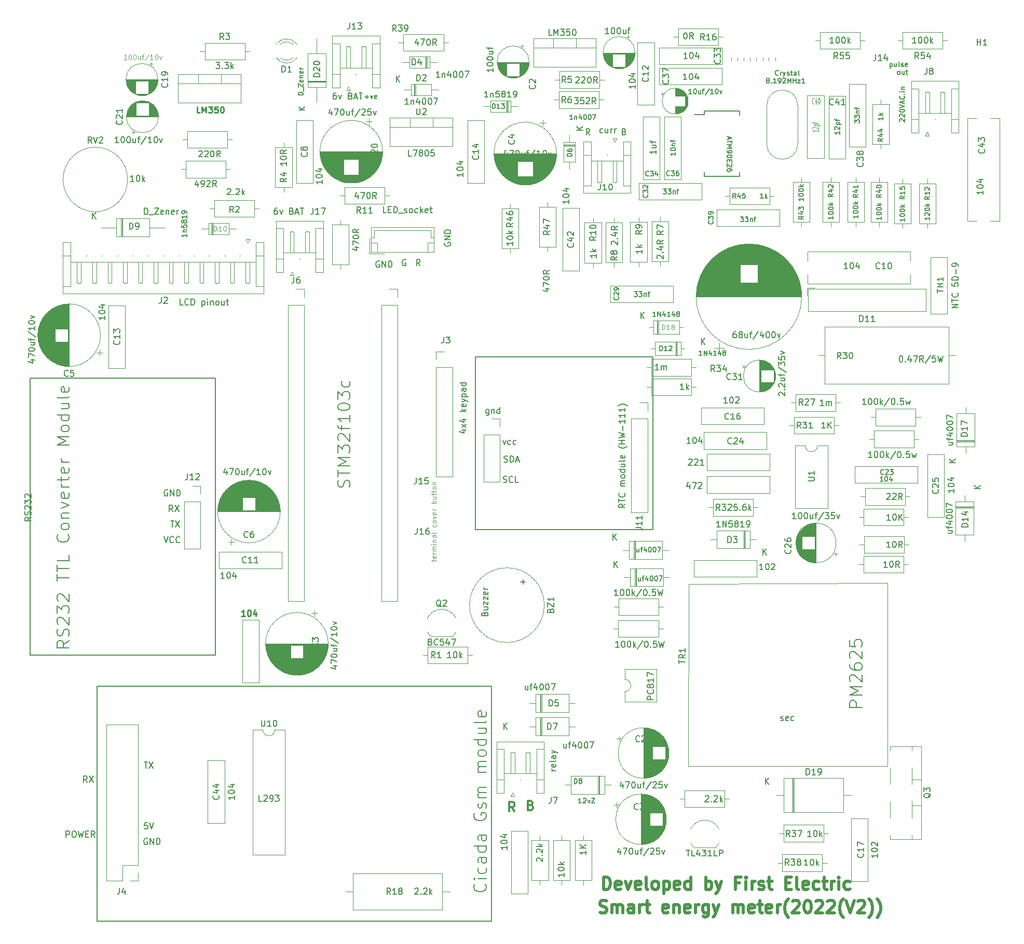
<source format=gbr>
%TF.GenerationSoftware,KiCad,Pcbnew,7.0.1-0*%
%TF.CreationDate,2023-03-17T10:33:11+01:00*%
%TF.ProjectId,EnAcess PCB,456e4163-6573-4732-9050-43422e6b6963,rev?*%
%TF.SameCoordinates,Original*%
%TF.FileFunction,Legend,Top*%
%TF.FilePolarity,Positive*%
%FSLAX46Y46*%
G04 Gerber Fmt 4.6, Leading zero omitted, Abs format (unit mm)*
G04 Created by KiCad (PCBNEW 7.0.1-0) date 2023-03-17 10:33:11*
%MOMM*%
%LPD*%
G01*
G04 APERTURE LIST*
%ADD10C,0.150000*%
%ADD11C,0.125000*%
%ADD12C,0.200000*%
%ADD13C,0.250000*%
%ADD14C,0.300000*%
%ADD15C,0.500000*%
%ADD16C,0.162560*%
%ADD17C,0.091200*%
%ADD18C,0.120000*%
G04 APERTURE END LIST*
D10*
X88036400Y-67919600D02*
X116992400Y-67919600D01*
X116992400Y-96113600D01*
X88036400Y-96113600D01*
X88036400Y-67919600D01*
X26314400Y-121666000D02*
X90738400Y-121666000D01*
X90738400Y-160020000D01*
X26314400Y-160020000D01*
X26314400Y-121666000D01*
X15417800Y-71399400D02*
X45643800Y-71399400D01*
X45643800Y-116611400D01*
X15417800Y-116611400D01*
X15417800Y-71399400D01*
X112476619Y-91931143D02*
X112000428Y-92264476D01*
X112476619Y-92502571D02*
X111476619Y-92502571D01*
X111476619Y-92502571D02*
X111476619Y-92121619D01*
X111476619Y-92121619D02*
X111524238Y-92026381D01*
X111524238Y-92026381D02*
X111571857Y-91978762D01*
X111571857Y-91978762D02*
X111667095Y-91931143D01*
X111667095Y-91931143D02*
X111809952Y-91931143D01*
X111809952Y-91931143D02*
X111905190Y-91978762D01*
X111905190Y-91978762D02*
X111952809Y-92026381D01*
X111952809Y-92026381D02*
X112000428Y-92121619D01*
X112000428Y-92121619D02*
X112000428Y-92502571D01*
X111476619Y-91645428D02*
X111476619Y-91074000D01*
X112476619Y-91359714D02*
X111476619Y-91359714D01*
X112381380Y-90169238D02*
X112429000Y-90216857D01*
X112429000Y-90216857D02*
X112476619Y-90359714D01*
X112476619Y-90359714D02*
X112476619Y-90454952D01*
X112476619Y-90454952D02*
X112429000Y-90597809D01*
X112429000Y-90597809D02*
X112333761Y-90693047D01*
X112333761Y-90693047D02*
X112238523Y-90740666D01*
X112238523Y-90740666D02*
X112048047Y-90788285D01*
X112048047Y-90788285D02*
X111905190Y-90788285D01*
X111905190Y-90788285D02*
X111714714Y-90740666D01*
X111714714Y-90740666D02*
X111619476Y-90693047D01*
X111619476Y-90693047D02*
X111524238Y-90597809D01*
X111524238Y-90597809D02*
X111476619Y-90454952D01*
X111476619Y-90454952D02*
X111476619Y-90359714D01*
X111476619Y-90359714D02*
X111524238Y-90216857D01*
X111524238Y-90216857D02*
X111571857Y-90169238D01*
X112476619Y-88978761D02*
X111809952Y-88978761D01*
X111905190Y-88978761D02*
X111857571Y-88931142D01*
X111857571Y-88931142D02*
X111809952Y-88835904D01*
X111809952Y-88835904D02*
X111809952Y-88693047D01*
X111809952Y-88693047D02*
X111857571Y-88597809D01*
X111857571Y-88597809D02*
X111952809Y-88550190D01*
X111952809Y-88550190D02*
X112476619Y-88550190D01*
X111952809Y-88550190D02*
X111857571Y-88502571D01*
X111857571Y-88502571D02*
X111809952Y-88407333D01*
X111809952Y-88407333D02*
X111809952Y-88264476D01*
X111809952Y-88264476D02*
X111857571Y-88169237D01*
X111857571Y-88169237D02*
X111952809Y-88121618D01*
X111952809Y-88121618D02*
X112476619Y-88121618D01*
X112476619Y-87502571D02*
X112429000Y-87597809D01*
X112429000Y-87597809D02*
X112381380Y-87645428D01*
X112381380Y-87645428D02*
X112286142Y-87693047D01*
X112286142Y-87693047D02*
X112000428Y-87693047D01*
X112000428Y-87693047D02*
X111905190Y-87645428D01*
X111905190Y-87645428D02*
X111857571Y-87597809D01*
X111857571Y-87597809D02*
X111809952Y-87502571D01*
X111809952Y-87502571D02*
X111809952Y-87359714D01*
X111809952Y-87359714D02*
X111857571Y-87264476D01*
X111857571Y-87264476D02*
X111905190Y-87216857D01*
X111905190Y-87216857D02*
X112000428Y-87169238D01*
X112000428Y-87169238D02*
X112286142Y-87169238D01*
X112286142Y-87169238D02*
X112381380Y-87216857D01*
X112381380Y-87216857D02*
X112429000Y-87264476D01*
X112429000Y-87264476D02*
X112476619Y-87359714D01*
X112476619Y-87359714D02*
X112476619Y-87502571D01*
X112476619Y-86312095D02*
X111476619Y-86312095D01*
X112429000Y-86312095D02*
X112476619Y-86407333D01*
X112476619Y-86407333D02*
X112476619Y-86597809D01*
X112476619Y-86597809D02*
X112429000Y-86693047D01*
X112429000Y-86693047D02*
X112381380Y-86740666D01*
X112381380Y-86740666D02*
X112286142Y-86788285D01*
X112286142Y-86788285D02*
X112000428Y-86788285D01*
X112000428Y-86788285D02*
X111905190Y-86740666D01*
X111905190Y-86740666D02*
X111857571Y-86693047D01*
X111857571Y-86693047D02*
X111809952Y-86597809D01*
X111809952Y-86597809D02*
X111809952Y-86407333D01*
X111809952Y-86407333D02*
X111857571Y-86312095D01*
X111809952Y-85407333D02*
X112476619Y-85407333D01*
X111809952Y-85835904D02*
X112333761Y-85835904D01*
X112333761Y-85835904D02*
X112429000Y-85788285D01*
X112429000Y-85788285D02*
X112476619Y-85693047D01*
X112476619Y-85693047D02*
X112476619Y-85550190D01*
X112476619Y-85550190D02*
X112429000Y-85454952D01*
X112429000Y-85454952D02*
X112381380Y-85407333D01*
X112476619Y-84788285D02*
X112429000Y-84883523D01*
X112429000Y-84883523D02*
X112333761Y-84931142D01*
X112333761Y-84931142D02*
X111476619Y-84931142D01*
X112429000Y-84026380D02*
X112476619Y-84121618D01*
X112476619Y-84121618D02*
X112476619Y-84312094D01*
X112476619Y-84312094D02*
X112429000Y-84407332D01*
X112429000Y-84407332D02*
X112333761Y-84454951D01*
X112333761Y-84454951D02*
X111952809Y-84454951D01*
X111952809Y-84454951D02*
X111857571Y-84407332D01*
X111857571Y-84407332D02*
X111809952Y-84312094D01*
X111809952Y-84312094D02*
X111809952Y-84121618D01*
X111809952Y-84121618D02*
X111857571Y-84026380D01*
X111857571Y-84026380D02*
X111952809Y-83978761D01*
X111952809Y-83978761D02*
X112048047Y-83978761D01*
X112048047Y-83978761D02*
X112143285Y-84454951D01*
X112857571Y-82502570D02*
X112809952Y-82550189D01*
X112809952Y-82550189D02*
X112667095Y-82645427D01*
X112667095Y-82645427D02*
X112571857Y-82693046D01*
X112571857Y-82693046D02*
X112429000Y-82740665D01*
X112429000Y-82740665D02*
X112190904Y-82788284D01*
X112190904Y-82788284D02*
X112000428Y-82788284D01*
X112000428Y-82788284D02*
X111762333Y-82740665D01*
X111762333Y-82740665D02*
X111619476Y-82693046D01*
X111619476Y-82693046D02*
X111524238Y-82645427D01*
X111524238Y-82645427D02*
X111381380Y-82550189D01*
X111381380Y-82550189D02*
X111333761Y-82502570D01*
X112476619Y-82121617D02*
X111476619Y-82121617D01*
X111952809Y-82121617D02*
X111952809Y-81550189D01*
X112476619Y-81550189D02*
X111476619Y-81550189D01*
X111476619Y-81169236D02*
X112476619Y-80931141D01*
X112476619Y-80931141D02*
X111762333Y-80740665D01*
X111762333Y-80740665D02*
X112476619Y-80550189D01*
X112476619Y-80550189D02*
X111476619Y-80312094D01*
X112095666Y-79931141D02*
X112095666Y-79169237D01*
X112476619Y-78169237D02*
X112476619Y-78740665D01*
X112476619Y-78454951D02*
X111476619Y-78454951D01*
X111476619Y-78454951D02*
X111619476Y-78550189D01*
X111619476Y-78550189D02*
X111714714Y-78645427D01*
X111714714Y-78645427D02*
X111762333Y-78740665D01*
X112476619Y-77216856D02*
X112476619Y-77788284D01*
X112476619Y-77502570D02*
X111476619Y-77502570D01*
X111476619Y-77502570D02*
X111619476Y-77597808D01*
X111619476Y-77597808D02*
X111714714Y-77693046D01*
X111714714Y-77693046D02*
X111762333Y-77788284D01*
X112476619Y-76264475D02*
X112476619Y-76835903D01*
X112476619Y-76550189D02*
X111476619Y-76550189D01*
X111476619Y-76550189D02*
X111619476Y-76645427D01*
X111619476Y-76645427D02*
X111714714Y-76740665D01*
X111714714Y-76740665D02*
X111762333Y-76835903D01*
X112857571Y-75931141D02*
X112809952Y-75883522D01*
X112809952Y-75883522D02*
X112667095Y-75788284D01*
X112667095Y-75788284D02*
X112571857Y-75740665D01*
X112571857Y-75740665D02*
X112429000Y-75693046D01*
X112429000Y-75693046D02*
X112190904Y-75645427D01*
X112190904Y-75645427D02*
X112000428Y-75645427D01*
X112000428Y-75645427D02*
X111762333Y-75693046D01*
X111762333Y-75693046D02*
X111619476Y-75740665D01*
X111619476Y-75740665D02*
X111524238Y-75788284D01*
X111524238Y-75788284D02*
X111381380Y-75883522D01*
X111381380Y-75883522D02*
X111333761Y-75931141D01*
D11*
X31197875Y-19369295D02*
X30740732Y-19369295D01*
X30969304Y-19369295D02*
X30969304Y-18569295D01*
X30969304Y-18569295D02*
X30893113Y-18683580D01*
X30893113Y-18683580D02*
X30816923Y-18759771D01*
X30816923Y-18759771D02*
X30740732Y-18797866D01*
X31693114Y-18569295D02*
X31769304Y-18569295D01*
X31769304Y-18569295D02*
X31845495Y-18607390D01*
X31845495Y-18607390D02*
X31883590Y-18645485D01*
X31883590Y-18645485D02*
X31921685Y-18721676D01*
X31921685Y-18721676D02*
X31959780Y-18874057D01*
X31959780Y-18874057D02*
X31959780Y-19064533D01*
X31959780Y-19064533D02*
X31921685Y-19216914D01*
X31921685Y-19216914D02*
X31883590Y-19293104D01*
X31883590Y-19293104D02*
X31845495Y-19331200D01*
X31845495Y-19331200D02*
X31769304Y-19369295D01*
X31769304Y-19369295D02*
X31693114Y-19369295D01*
X31693114Y-19369295D02*
X31616923Y-19331200D01*
X31616923Y-19331200D02*
X31578828Y-19293104D01*
X31578828Y-19293104D02*
X31540733Y-19216914D01*
X31540733Y-19216914D02*
X31502637Y-19064533D01*
X31502637Y-19064533D02*
X31502637Y-18874057D01*
X31502637Y-18874057D02*
X31540733Y-18721676D01*
X31540733Y-18721676D02*
X31578828Y-18645485D01*
X31578828Y-18645485D02*
X31616923Y-18607390D01*
X31616923Y-18607390D02*
X31693114Y-18569295D01*
X32455019Y-18569295D02*
X32531209Y-18569295D01*
X32531209Y-18569295D02*
X32607400Y-18607390D01*
X32607400Y-18607390D02*
X32645495Y-18645485D01*
X32645495Y-18645485D02*
X32683590Y-18721676D01*
X32683590Y-18721676D02*
X32721685Y-18874057D01*
X32721685Y-18874057D02*
X32721685Y-19064533D01*
X32721685Y-19064533D02*
X32683590Y-19216914D01*
X32683590Y-19216914D02*
X32645495Y-19293104D01*
X32645495Y-19293104D02*
X32607400Y-19331200D01*
X32607400Y-19331200D02*
X32531209Y-19369295D01*
X32531209Y-19369295D02*
X32455019Y-19369295D01*
X32455019Y-19369295D02*
X32378828Y-19331200D01*
X32378828Y-19331200D02*
X32340733Y-19293104D01*
X32340733Y-19293104D02*
X32302638Y-19216914D01*
X32302638Y-19216914D02*
X32264542Y-19064533D01*
X32264542Y-19064533D02*
X32264542Y-18874057D01*
X32264542Y-18874057D02*
X32302638Y-18721676D01*
X32302638Y-18721676D02*
X32340733Y-18645485D01*
X32340733Y-18645485D02*
X32378828Y-18607390D01*
X32378828Y-18607390D02*
X32455019Y-18569295D01*
X33407400Y-18835961D02*
X33407400Y-19369295D01*
X33064543Y-18835961D02*
X33064543Y-19255009D01*
X33064543Y-19255009D02*
X33102638Y-19331200D01*
X33102638Y-19331200D02*
X33178828Y-19369295D01*
X33178828Y-19369295D02*
X33293114Y-19369295D01*
X33293114Y-19369295D02*
X33369305Y-19331200D01*
X33369305Y-19331200D02*
X33407400Y-19293104D01*
X33674067Y-18835961D02*
X33978829Y-18835961D01*
X33788353Y-19369295D02*
X33788353Y-18683580D01*
X33788353Y-18683580D02*
X33826448Y-18607390D01*
X33826448Y-18607390D02*
X33902638Y-18569295D01*
X33902638Y-18569295D02*
X33978829Y-18569295D01*
X34816924Y-18531200D02*
X34131210Y-19559771D01*
X35502638Y-19369295D02*
X35045495Y-19369295D01*
X35274067Y-19369295D02*
X35274067Y-18569295D01*
X35274067Y-18569295D02*
X35197876Y-18683580D01*
X35197876Y-18683580D02*
X35121686Y-18759771D01*
X35121686Y-18759771D02*
X35045495Y-18797866D01*
X35997877Y-18569295D02*
X36074067Y-18569295D01*
X36074067Y-18569295D02*
X36150258Y-18607390D01*
X36150258Y-18607390D02*
X36188353Y-18645485D01*
X36188353Y-18645485D02*
X36226448Y-18721676D01*
X36226448Y-18721676D02*
X36264543Y-18874057D01*
X36264543Y-18874057D02*
X36264543Y-19064533D01*
X36264543Y-19064533D02*
X36226448Y-19216914D01*
X36226448Y-19216914D02*
X36188353Y-19293104D01*
X36188353Y-19293104D02*
X36150258Y-19331200D01*
X36150258Y-19331200D02*
X36074067Y-19369295D01*
X36074067Y-19369295D02*
X35997877Y-19369295D01*
X35997877Y-19369295D02*
X35921686Y-19331200D01*
X35921686Y-19331200D02*
X35883591Y-19293104D01*
X35883591Y-19293104D02*
X35845496Y-19216914D01*
X35845496Y-19216914D02*
X35807400Y-19064533D01*
X35807400Y-19064533D02*
X35807400Y-18874057D01*
X35807400Y-18874057D02*
X35845496Y-18721676D01*
X35845496Y-18721676D02*
X35883591Y-18645485D01*
X35883591Y-18645485D02*
X35921686Y-18607390D01*
X35921686Y-18607390D02*
X35997877Y-18569295D01*
X36531210Y-18835961D02*
X36721686Y-19369295D01*
X36721686Y-19369295D02*
X36912163Y-18835961D01*
D10*
X34607523Y-143988619D02*
X34131333Y-143988619D01*
X34131333Y-143988619D02*
X34083714Y-144464809D01*
X34083714Y-144464809D02*
X34131333Y-144417190D01*
X34131333Y-144417190D02*
X34226571Y-144369571D01*
X34226571Y-144369571D02*
X34464666Y-144369571D01*
X34464666Y-144369571D02*
X34559904Y-144417190D01*
X34559904Y-144417190D02*
X34607523Y-144464809D01*
X34607523Y-144464809D02*
X34655142Y-144560047D01*
X34655142Y-144560047D02*
X34655142Y-144798142D01*
X34655142Y-144798142D02*
X34607523Y-144893380D01*
X34607523Y-144893380D02*
X34559904Y-144941000D01*
X34559904Y-144941000D02*
X34464666Y-144988619D01*
X34464666Y-144988619D02*
X34226571Y-144988619D01*
X34226571Y-144988619D02*
X34131333Y-144941000D01*
X34131333Y-144941000D02*
X34083714Y-144893380D01*
X34940857Y-143988619D02*
X35274190Y-144988619D01*
X35274190Y-144988619D02*
X35607523Y-143988619D01*
X34544095Y-146576238D02*
X34448857Y-146528619D01*
X34448857Y-146528619D02*
X34306000Y-146528619D01*
X34306000Y-146528619D02*
X34163143Y-146576238D01*
X34163143Y-146576238D02*
X34067905Y-146671476D01*
X34067905Y-146671476D02*
X34020286Y-146766714D01*
X34020286Y-146766714D02*
X33972667Y-146957190D01*
X33972667Y-146957190D02*
X33972667Y-147100047D01*
X33972667Y-147100047D02*
X34020286Y-147290523D01*
X34020286Y-147290523D02*
X34067905Y-147385761D01*
X34067905Y-147385761D02*
X34163143Y-147481000D01*
X34163143Y-147481000D02*
X34306000Y-147528619D01*
X34306000Y-147528619D02*
X34401238Y-147528619D01*
X34401238Y-147528619D02*
X34544095Y-147481000D01*
X34544095Y-147481000D02*
X34591714Y-147433380D01*
X34591714Y-147433380D02*
X34591714Y-147100047D01*
X34591714Y-147100047D02*
X34401238Y-147100047D01*
X35020286Y-147528619D02*
X35020286Y-146528619D01*
X35020286Y-146528619D02*
X35591714Y-147528619D01*
X35591714Y-147528619D02*
X35591714Y-146528619D01*
X36067905Y-147528619D02*
X36067905Y-146528619D01*
X36067905Y-146528619D02*
X36306000Y-146528619D01*
X36306000Y-146528619D02*
X36448857Y-146576238D01*
X36448857Y-146576238D02*
X36544095Y-146671476D01*
X36544095Y-146671476D02*
X36591714Y-146766714D01*
X36591714Y-146766714D02*
X36639333Y-146957190D01*
X36639333Y-146957190D02*
X36639333Y-147100047D01*
X36639333Y-147100047D02*
X36591714Y-147290523D01*
X36591714Y-147290523D02*
X36544095Y-147385761D01*
X36544095Y-147385761D02*
X36448857Y-147481000D01*
X36448857Y-147481000D02*
X36306000Y-147528619D01*
X36306000Y-147528619D02*
X36067905Y-147528619D01*
X67510000Y-89205066D02*
X67605238Y-88919352D01*
X67605238Y-88919352D02*
X67605238Y-88443161D01*
X67605238Y-88443161D02*
X67510000Y-88252685D01*
X67510000Y-88252685D02*
X67414761Y-88157447D01*
X67414761Y-88157447D02*
X67224285Y-88062209D01*
X67224285Y-88062209D02*
X67033809Y-88062209D01*
X67033809Y-88062209D02*
X66843333Y-88157447D01*
X66843333Y-88157447D02*
X66748095Y-88252685D01*
X66748095Y-88252685D02*
X66652857Y-88443161D01*
X66652857Y-88443161D02*
X66557619Y-88824114D01*
X66557619Y-88824114D02*
X66462380Y-89014590D01*
X66462380Y-89014590D02*
X66367142Y-89109828D01*
X66367142Y-89109828D02*
X66176666Y-89205066D01*
X66176666Y-89205066D02*
X65986190Y-89205066D01*
X65986190Y-89205066D02*
X65795714Y-89109828D01*
X65795714Y-89109828D02*
X65700476Y-89014590D01*
X65700476Y-89014590D02*
X65605238Y-88824114D01*
X65605238Y-88824114D02*
X65605238Y-88347923D01*
X65605238Y-88347923D02*
X65700476Y-88062209D01*
X65605238Y-87490780D02*
X65605238Y-86347923D01*
X67605238Y-86919352D02*
X65605238Y-86919352D01*
X67605238Y-85681256D02*
X65605238Y-85681256D01*
X65605238Y-85681256D02*
X67033809Y-85014589D01*
X67033809Y-85014589D02*
X65605238Y-84347923D01*
X65605238Y-84347923D02*
X67605238Y-84347923D01*
X65605238Y-83586018D02*
X65605238Y-82347923D01*
X65605238Y-82347923D02*
X66367142Y-83014590D01*
X66367142Y-83014590D02*
X66367142Y-82728875D01*
X66367142Y-82728875D02*
X66462380Y-82538399D01*
X66462380Y-82538399D02*
X66557619Y-82443161D01*
X66557619Y-82443161D02*
X66748095Y-82347923D01*
X66748095Y-82347923D02*
X67224285Y-82347923D01*
X67224285Y-82347923D02*
X67414761Y-82443161D01*
X67414761Y-82443161D02*
X67510000Y-82538399D01*
X67510000Y-82538399D02*
X67605238Y-82728875D01*
X67605238Y-82728875D02*
X67605238Y-83300304D01*
X67605238Y-83300304D02*
X67510000Y-83490780D01*
X67510000Y-83490780D02*
X67414761Y-83586018D01*
X65795714Y-81586018D02*
X65700476Y-81490780D01*
X65700476Y-81490780D02*
X65605238Y-81300304D01*
X65605238Y-81300304D02*
X65605238Y-80824113D01*
X65605238Y-80824113D02*
X65700476Y-80633637D01*
X65700476Y-80633637D02*
X65795714Y-80538399D01*
X65795714Y-80538399D02*
X65986190Y-80443161D01*
X65986190Y-80443161D02*
X66176666Y-80443161D01*
X66176666Y-80443161D02*
X66462380Y-80538399D01*
X66462380Y-80538399D02*
X67605238Y-81681256D01*
X67605238Y-81681256D02*
X67605238Y-80443161D01*
X66271904Y-79871732D02*
X66271904Y-79109828D01*
X67605238Y-79586018D02*
X65890952Y-79586018D01*
X65890952Y-79586018D02*
X65700476Y-79490780D01*
X65700476Y-79490780D02*
X65605238Y-79300304D01*
X65605238Y-79300304D02*
X65605238Y-79109828D01*
X67605238Y-77395542D02*
X67605238Y-78538399D01*
X67605238Y-77966971D02*
X65605238Y-77966971D01*
X65605238Y-77966971D02*
X65890952Y-78157447D01*
X65890952Y-78157447D02*
X66081428Y-78347923D01*
X66081428Y-78347923D02*
X66176666Y-78538399D01*
X65605238Y-76157447D02*
X65605238Y-75966970D01*
X65605238Y-75966970D02*
X65700476Y-75776494D01*
X65700476Y-75776494D02*
X65795714Y-75681256D01*
X65795714Y-75681256D02*
X65986190Y-75586018D01*
X65986190Y-75586018D02*
X66367142Y-75490780D01*
X66367142Y-75490780D02*
X66843333Y-75490780D01*
X66843333Y-75490780D02*
X67224285Y-75586018D01*
X67224285Y-75586018D02*
X67414761Y-75681256D01*
X67414761Y-75681256D02*
X67510000Y-75776494D01*
X67510000Y-75776494D02*
X67605238Y-75966970D01*
X67605238Y-75966970D02*
X67605238Y-76157447D01*
X67605238Y-76157447D02*
X67510000Y-76347923D01*
X67510000Y-76347923D02*
X67414761Y-76443161D01*
X67414761Y-76443161D02*
X67224285Y-76538399D01*
X67224285Y-76538399D02*
X66843333Y-76633637D01*
X66843333Y-76633637D02*
X66367142Y-76633637D01*
X66367142Y-76633637D02*
X65986190Y-76538399D01*
X65986190Y-76538399D02*
X65795714Y-76443161D01*
X65795714Y-76443161D02*
X65700476Y-76347923D01*
X65700476Y-76347923D02*
X65605238Y-76157447D01*
X65605238Y-74824113D02*
X65605238Y-73586018D01*
X65605238Y-73586018D02*
X66367142Y-74252685D01*
X66367142Y-74252685D02*
X66367142Y-73966970D01*
X66367142Y-73966970D02*
X66462380Y-73776494D01*
X66462380Y-73776494D02*
X66557619Y-73681256D01*
X66557619Y-73681256D02*
X66748095Y-73586018D01*
X66748095Y-73586018D02*
X67224285Y-73586018D01*
X67224285Y-73586018D02*
X67414761Y-73681256D01*
X67414761Y-73681256D02*
X67510000Y-73776494D01*
X67510000Y-73776494D02*
X67605238Y-73966970D01*
X67605238Y-73966970D02*
X67605238Y-74538399D01*
X67605238Y-74538399D02*
X67510000Y-74728875D01*
X67510000Y-74728875D02*
X67414761Y-74824113D01*
X67510000Y-71871732D02*
X67605238Y-72062208D01*
X67605238Y-72062208D02*
X67605238Y-72443161D01*
X67605238Y-72443161D02*
X67510000Y-72633637D01*
X67510000Y-72633637D02*
X67414761Y-72728875D01*
X67414761Y-72728875D02*
X67224285Y-72824113D01*
X67224285Y-72824113D02*
X66652857Y-72824113D01*
X66652857Y-72824113D02*
X66462380Y-72728875D01*
X66462380Y-72728875D02*
X66367142Y-72633637D01*
X66367142Y-72633637D02*
X66271904Y-72443161D01*
X66271904Y-72443161D02*
X66271904Y-72062208D01*
X66271904Y-72062208D02*
X66367142Y-71871732D01*
X79049523Y-53040619D02*
X78716190Y-52564428D01*
X78478095Y-53040619D02*
X78478095Y-52040619D01*
X78478095Y-52040619D02*
X78859047Y-52040619D01*
X78859047Y-52040619D02*
X78954285Y-52088238D01*
X78954285Y-52088238D02*
X79001904Y-52135857D01*
X79001904Y-52135857D02*
X79049523Y-52231095D01*
X79049523Y-52231095D02*
X79049523Y-52373952D01*
X79049523Y-52373952D02*
X79001904Y-52469190D01*
X79001904Y-52469190D02*
X78954285Y-52516809D01*
X78954285Y-52516809D02*
X78859047Y-52564428D01*
X78859047Y-52564428D02*
X78478095Y-52564428D01*
X92765714Y-85047800D02*
X92908571Y-85095419D01*
X92908571Y-85095419D02*
X93146666Y-85095419D01*
X93146666Y-85095419D02*
X93241904Y-85047800D01*
X93241904Y-85047800D02*
X93289523Y-85000180D01*
X93289523Y-85000180D02*
X93337142Y-84904942D01*
X93337142Y-84904942D02*
X93337142Y-84809704D01*
X93337142Y-84809704D02*
X93289523Y-84714466D01*
X93289523Y-84714466D02*
X93241904Y-84666847D01*
X93241904Y-84666847D02*
X93146666Y-84619228D01*
X93146666Y-84619228D02*
X92956190Y-84571609D01*
X92956190Y-84571609D02*
X92860952Y-84523990D01*
X92860952Y-84523990D02*
X92813333Y-84476371D01*
X92813333Y-84476371D02*
X92765714Y-84381133D01*
X92765714Y-84381133D02*
X92765714Y-84285895D01*
X92765714Y-84285895D02*
X92813333Y-84190657D01*
X92813333Y-84190657D02*
X92860952Y-84143038D01*
X92860952Y-84143038D02*
X92956190Y-84095419D01*
X92956190Y-84095419D02*
X93194285Y-84095419D01*
X93194285Y-84095419D02*
X93337142Y-84143038D01*
X93765714Y-85095419D02*
X93765714Y-84095419D01*
X93765714Y-84095419D02*
X94003809Y-84095419D01*
X94003809Y-84095419D02*
X94146666Y-84143038D01*
X94146666Y-84143038D02*
X94241904Y-84238276D01*
X94241904Y-84238276D02*
X94289523Y-84333514D01*
X94289523Y-84333514D02*
X94337142Y-84523990D01*
X94337142Y-84523990D02*
X94337142Y-84666847D01*
X94337142Y-84666847D02*
X94289523Y-84857323D01*
X94289523Y-84857323D02*
X94241904Y-84952561D01*
X94241904Y-84952561D02*
X94146666Y-85047800D01*
X94146666Y-85047800D02*
X94003809Y-85095419D01*
X94003809Y-85095419D02*
X93765714Y-85095419D01*
X94718095Y-84809704D02*
X95194285Y-84809704D01*
X94622857Y-85095419D02*
X94956190Y-84095419D01*
X94956190Y-84095419D02*
X95289523Y-85095419D01*
X92554562Y-81558552D02*
X92792657Y-82225219D01*
X92792657Y-82225219D02*
X93030752Y-81558552D01*
X93840276Y-82177600D02*
X93745038Y-82225219D01*
X93745038Y-82225219D02*
X93554562Y-82225219D01*
X93554562Y-82225219D02*
X93459324Y-82177600D01*
X93459324Y-82177600D02*
X93411705Y-82129980D01*
X93411705Y-82129980D02*
X93364086Y-82034742D01*
X93364086Y-82034742D02*
X93364086Y-81749028D01*
X93364086Y-81749028D02*
X93411705Y-81653790D01*
X93411705Y-81653790D02*
X93459324Y-81606171D01*
X93459324Y-81606171D02*
X93554562Y-81558552D01*
X93554562Y-81558552D02*
X93745038Y-81558552D01*
X93745038Y-81558552D02*
X93840276Y-81606171D01*
X94697419Y-82177600D02*
X94602181Y-82225219D01*
X94602181Y-82225219D02*
X94411705Y-82225219D01*
X94411705Y-82225219D02*
X94316467Y-82177600D01*
X94316467Y-82177600D02*
X94268848Y-82129980D01*
X94268848Y-82129980D02*
X94221229Y-82034742D01*
X94221229Y-82034742D02*
X94221229Y-81749028D01*
X94221229Y-81749028D02*
X94268848Y-81653790D01*
X94268848Y-81653790D02*
X94316467Y-81606171D01*
X94316467Y-81606171D02*
X94411705Y-81558552D01*
X94411705Y-81558552D02*
X94602181Y-81558552D01*
X94602181Y-81558552D02*
X94697419Y-81606171D01*
X21804038Y-114239059D02*
X20851657Y-114905726D01*
X21804038Y-115381916D02*
X19804038Y-115381916D01*
X19804038Y-115381916D02*
X19804038Y-114620011D01*
X19804038Y-114620011D02*
X19899276Y-114429535D01*
X19899276Y-114429535D02*
X19994514Y-114334297D01*
X19994514Y-114334297D02*
X20184990Y-114239059D01*
X20184990Y-114239059D02*
X20470704Y-114239059D01*
X20470704Y-114239059D02*
X20661180Y-114334297D01*
X20661180Y-114334297D02*
X20756419Y-114429535D01*
X20756419Y-114429535D02*
X20851657Y-114620011D01*
X20851657Y-114620011D02*
X20851657Y-115381916D01*
X21708800Y-113477154D02*
X21804038Y-113191440D01*
X21804038Y-113191440D02*
X21804038Y-112715249D01*
X21804038Y-112715249D02*
X21708800Y-112524773D01*
X21708800Y-112524773D02*
X21613561Y-112429535D01*
X21613561Y-112429535D02*
X21423085Y-112334297D01*
X21423085Y-112334297D02*
X21232609Y-112334297D01*
X21232609Y-112334297D02*
X21042133Y-112429535D01*
X21042133Y-112429535D02*
X20946895Y-112524773D01*
X20946895Y-112524773D02*
X20851657Y-112715249D01*
X20851657Y-112715249D02*
X20756419Y-113096202D01*
X20756419Y-113096202D02*
X20661180Y-113286678D01*
X20661180Y-113286678D02*
X20565942Y-113381916D01*
X20565942Y-113381916D02*
X20375466Y-113477154D01*
X20375466Y-113477154D02*
X20184990Y-113477154D01*
X20184990Y-113477154D02*
X19994514Y-113381916D01*
X19994514Y-113381916D02*
X19899276Y-113286678D01*
X19899276Y-113286678D02*
X19804038Y-113096202D01*
X19804038Y-113096202D02*
X19804038Y-112620011D01*
X19804038Y-112620011D02*
X19899276Y-112334297D01*
X19994514Y-111572392D02*
X19899276Y-111477154D01*
X19899276Y-111477154D02*
X19804038Y-111286678D01*
X19804038Y-111286678D02*
X19804038Y-110810487D01*
X19804038Y-110810487D02*
X19899276Y-110620011D01*
X19899276Y-110620011D02*
X19994514Y-110524773D01*
X19994514Y-110524773D02*
X20184990Y-110429535D01*
X20184990Y-110429535D02*
X20375466Y-110429535D01*
X20375466Y-110429535D02*
X20661180Y-110524773D01*
X20661180Y-110524773D02*
X21804038Y-111667630D01*
X21804038Y-111667630D02*
X21804038Y-110429535D01*
X19804038Y-109762868D02*
X19804038Y-108524773D01*
X19804038Y-108524773D02*
X20565942Y-109191440D01*
X20565942Y-109191440D02*
X20565942Y-108905725D01*
X20565942Y-108905725D02*
X20661180Y-108715249D01*
X20661180Y-108715249D02*
X20756419Y-108620011D01*
X20756419Y-108620011D02*
X20946895Y-108524773D01*
X20946895Y-108524773D02*
X21423085Y-108524773D01*
X21423085Y-108524773D02*
X21613561Y-108620011D01*
X21613561Y-108620011D02*
X21708800Y-108715249D01*
X21708800Y-108715249D02*
X21804038Y-108905725D01*
X21804038Y-108905725D02*
X21804038Y-109477154D01*
X21804038Y-109477154D02*
X21708800Y-109667630D01*
X21708800Y-109667630D02*
X21613561Y-109762868D01*
X19994514Y-107762868D02*
X19899276Y-107667630D01*
X19899276Y-107667630D02*
X19804038Y-107477154D01*
X19804038Y-107477154D02*
X19804038Y-107000963D01*
X19804038Y-107000963D02*
X19899276Y-106810487D01*
X19899276Y-106810487D02*
X19994514Y-106715249D01*
X19994514Y-106715249D02*
X20184990Y-106620011D01*
X20184990Y-106620011D02*
X20375466Y-106620011D01*
X20375466Y-106620011D02*
X20661180Y-106715249D01*
X20661180Y-106715249D02*
X21804038Y-107858106D01*
X21804038Y-107858106D02*
X21804038Y-106620011D01*
X19804038Y-104524772D02*
X19804038Y-103381915D01*
X21804038Y-103953344D02*
X19804038Y-103953344D01*
X19804038Y-103000962D02*
X19804038Y-101858105D01*
X21804038Y-102429534D02*
X19804038Y-102429534D01*
X21804038Y-100239057D02*
X21804038Y-101191438D01*
X21804038Y-101191438D02*
X19804038Y-101191438D01*
X21613561Y-96905723D02*
X21708800Y-97000961D01*
X21708800Y-97000961D02*
X21804038Y-97286675D01*
X21804038Y-97286675D02*
X21804038Y-97477151D01*
X21804038Y-97477151D02*
X21708800Y-97762866D01*
X21708800Y-97762866D02*
X21518323Y-97953342D01*
X21518323Y-97953342D02*
X21327847Y-98048580D01*
X21327847Y-98048580D02*
X20946895Y-98143818D01*
X20946895Y-98143818D02*
X20661180Y-98143818D01*
X20661180Y-98143818D02*
X20280228Y-98048580D01*
X20280228Y-98048580D02*
X20089752Y-97953342D01*
X20089752Y-97953342D02*
X19899276Y-97762866D01*
X19899276Y-97762866D02*
X19804038Y-97477151D01*
X19804038Y-97477151D02*
X19804038Y-97286675D01*
X19804038Y-97286675D02*
X19899276Y-97000961D01*
X19899276Y-97000961D02*
X19994514Y-96905723D01*
X21804038Y-95762866D02*
X21708800Y-95953342D01*
X21708800Y-95953342D02*
X21613561Y-96048580D01*
X21613561Y-96048580D02*
X21423085Y-96143818D01*
X21423085Y-96143818D02*
X20851657Y-96143818D01*
X20851657Y-96143818D02*
X20661180Y-96048580D01*
X20661180Y-96048580D02*
X20565942Y-95953342D01*
X20565942Y-95953342D02*
X20470704Y-95762866D01*
X20470704Y-95762866D02*
X20470704Y-95477151D01*
X20470704Y-95477151D02*
X20565942Y-95286675D01*
X20565942Y-95286675D02*
X20661180Y-95191437D01*
X20661180Y-95191437D02*
X20851657Y-95096199D01*
X20851657Y-95096199D02*
X21423085Y-95096199D01*
X21423085Y-95096199D02*
X21613561Y-95191437D01*
X21613561Y-95191437D02*
X21708800Y-95286675D01*
X21708800Y-95286675D02*
X21804038Y-95477151D01*
X21804038Y-95477151D02*
X21804038Y-95762866D01*
X20470704Y-94239056D02*
X21804038Y-94239056D01*
X20661180Y-94239056D02*
X20565942Y-94143818D01*
X20565942Y-94143818D02*
X20470704Y-93953342D01*
X20470704Y-93953342D02*
X20470704Y-93667627D01*
X20470704Y-93667627D02*
X20565942Y-93477151D01*
X20565942Y-93477151D02*
X20756419Y-93381913D01*
X20756419Y-93381913D02*
X21804038Y-93381913D01*
X20470704Y-92620008D02*
X21804038Y-92143818D01*
X21804038Y-92143818D02*
X20470704Y-91667627D01*
X21708800Y-90143817D02*
X21804038Y-90334293D01*
X21804038Y-90334293D02*
X21804038Y-90715246D01*
X21804038Y-90715246D02*
X21708800Y-90905722D01*
X21708800Y-90905722D02*
X21518323Y-91000960D01*
X21518323Y-91000960D02*
X20756419Y-91000960D01*
X20756419Y-91000960D02*
X20565942Y-90905722D01*
X20565942Y-90905722D02*
X20470704Y-90715246D01*
X20470704Y-90715246D02*
X20470704Y-90334293D01*
X20470704Y-90334293D02*
X20565942Y-90143817D01*
X20565942Y-90143817D02*
X20756419Y-90048579D01*
X20756419Y-90048579D02*
X20946895Y-90048579D01*
X20946895Y-90048579D02*
X21137371Y-91000960D01*
X21804038Y-89191436D02*
X20470704Y-89191436D01*
X20851657Y-89191436D02*
X20661180Y-89096198D01*
X20661180Y-89096198D02*
X20565942Y-89000960D01*
X20565942Y-89000960D02*
X20470704Y-88810484D01*
X20470704Y-88810484D02*
X20470704Y-88620007D01*
X20470704Y-88239055D02*
X20470704Y-87477151D01*
X19804038Y-87953341D02*
X21518323Y-87953341D01*
X21518323Y-87953341D02*
X21708800Y-87858103D01*
X21708800Y-87858103D02*
X21804038Y-87667627D01*
X21804038Y-87667627D02*
X21804038Y-87477151D01*
X21708800Y-86048579D02*
X21804038Y-86239055D01*
X21804038Y-86239055D02*
X21804038Y-86620008D01*
X21804038Y-86620008D02*
X21708800Y-86810484D01*
X21708800Y-86810484D02*
X21518323Y-86905722D01*
X21518323Y-86905722D02*
X20756419Y-86905722D01*
X20756419Y-86905722D02*
X20565942Y-86810484D01*
X20565942Y-86810484D02*
X20470704Y-86620008D01*
X20470704Y-86620008D02*
X20470704Y-86239055D01*
X20470704Y-86239055D02*
X20565942Y-86048579D01*
X20565942Y-86048579D02*
X20756419Y-85953341D01*
X20756419Y-85953341D02*
X20946895Y-85953341D01*
X20946895Y-85953341D02*
X21137371Y-86905722D01*
X21804038Y-85096198D02*
X20470704Y-85096198D01*
X20851657Y-85096198D02*
X20661180Y-85000960D01*
X20661180Y-85000960D02*
X20565942Y-84905722D01*
X20565942Y-84905722D02*
X20470704Y-84715246D01*
X20470704Y-84715246D02*
X20470704Y-84524769D01*
X21804038Y-82334293D02*
X19804038Y-82334293D01*
X19804038Y-82334293D02*
X21232609Y-81667626D01*
X21232609Y-81667626D02*
X19804038Y-81000960D01*
X19804038Y-81000960D02*
X21804038Y-81000960D01*
X21804038Y-79762865D02*
X21708800Y-79953341D01*
X21708800Y-79953341D02*
X21613561Y-80048579D01*
X21613561Y-80048579D02*
X21423085Y-80143817D01*
X21423085Y-80143817D02*
X20851657Y-80143817D01*
X20851657Y-80143817D02*
X20661180Y-80048579D01*
X20661180Y-80048579D02*
X20565942Y-79953341D01*
X20565942Y-79953341D02*
X20470704Y-79762865D01*
X20470704Y-79762865D02*
X20470704Y-79477150D01*
X20470704Y-79477150D02*
X20565942Y-79286674D01*
X20565942Y-79286674D02*
X20661180Y-79191436D01*
X20661180Y-79191436D02*
X20851657Y-79096198D01*
X20851657Y-79096198D02*
X21423085Y-79096198D01*
X21423085Y-79096198D02*
X21613561Y-79191436D01*
X21613561Y-79191436D02*
X21708800Y-79286674D01*
X21708800Y-79286674D02*
X21804038Y-79477150D01*
X21804038Y-79477150D02*
X21804038Y-79762865D01*
X21804038Y-77381912D02*
X19804038Y-77381912D01*
X21708800Y-77381912D02*
X21804038Y-77572388D01*
X21804038Y-77572388D02*
X21804038Y-77953341D01*
X21804038Y-77953341D02*
X21708800Y-78143817D01*
X21708800Y-78143817D02*
X21613561Y-78239055D01*
X21613561Y-78239055D02*
X21423085Y-78334293D01*
X21423085Y-78334293D02*
X20851657Y-78334293D01*
X20851657Y-78334293D02*
X20661180Y-78239055D01*
X20661180Y-78239055D02*
X20565942Y-78143817D01*
X20565942Y-78143817D02*
X20470704Y-77953341D01*
X20470704Y-77953341D02*
X20470704Y-77572388D01*
X20470704Y-77572388D02*
X20565942Y-77381912D01*
X20470704Y-75572388D02*
X21804038Y-75572388D01*
X20470704Y-76429531D02*
X21518323Y-76429531D01*
X21518323Y-76429531D02*
X21708800Y-76334293D01*
X21708800Y-76334293D02*
X21804038Y-76143817D01*
X21804038Y-76143817D02*
X21804038Y-75858102D01*
X21804038Y-75858102D02*
X21708800Y-75667626D01*
X21708800Y-75667626D02*
X21613561Y-75572388D01*
X21804038Y-74334293D02*
X21708800Y-74524769D01*
X21708800Y-74524769D02*
X21518323Y-74620007D01*
X21518323Y-74620007D02*
X19804038Y-74620007D01*
X21708800Y-72810483D02*
X21804038Y-73000959D01*
X21804038Y-73000959D02*
X21804038Y-73381912D01*
X21804038Y-73381912D02*
X21708800Y-73572388D01*
X21708800Y-73572388D02*
X21518323Y-73667626D01*
X21518323Y-73667626D02*
X20756419Y-73667626D01*
X20756419Y-73667626D02*
X20565942Y-73572388D01*
X20565942Y-73572388D02*
X20470704Y-73381912D01*
X20470704Y-73381912D02*
X20470704Y-73000959D01*
X20470704Y-73000959D02*
X20565942Y-72810483D01*
X20565942Y-72810483D02*
X20756419Y-72715245D01*
X20756419Y-72715245D02*
X20946895Y-72715245D01*
X20946895Y-72715245D02*
X21137371Y-73667626D01*
D12*
X70047619Y-25465333D02*
X70657143Y-25465333D01*
X70352381Y-25770095D02*
X70352381Y-25160571D01*
X70961904Y-25236761D02*
X71152380Y-25770095D01*
X71152380Y-25770095D02*
X71342857Y-25236761D01*
X71952381Y-25732000D02*
X71876190Y-25770095D01*
X71876190Y-25770095D02*
X71723809Y-25770095D01*
X71723809Y-25770095D02*
X71647619Y-25732000D01*
X71647619Y-25732000D02*
X71609523Y-25655809D01*
X71609523Y-25655809D02*
X71609523Y-25351047D01*
X71609523Y-25351047D02*
X71647619Y-25274857D01*
X71647619Y-25274857D02*
X71723809Y-25236761D01*
X71723809Y-25236761D02*
X71876190Y-25236761D01*
X71876190Y-25236761D02*
X71952381Y-25274857D01*
X71952381Y-25274857D02*
X71990476Y-25351047D01*
X71990476Y-25351047D02*
X71990476Y-25427238D01*
X71990476Y-25427238D02*
X71609523Y-25503428D01*
D13*
X43140523Y-28072419D02*
X42664333Y-28072419D01*
X42664333Y-28072419D02*
X42664333Y-27072419D01*
X43473857Y-28072419D02*
X43473857Y-27072419D01*
X43473857Y-27072419D02*
X43807190Y-27786704D01*
X43807190Y-27786704D02*
X44140523Y-27072419D01*
X44140523Y-27072419D02*
X44140523Y-28072419D01*
X44521476Y-27072419D02*
X45140523Y-27072419D01*
X45140523Y-27072419D02*
X44807190Y-27453371D01*
X44807190Y-27453371D02*
X44950047Y-27453371D01*
X44950047Y-27453371D02*
X45045285Y-27500990D01*
X45045285Y-27500990D02*
X45092904Y-27548609D01*
X45092904Y-27548609D02*
X45140523Y-27643847D01*
X45140523Y-27643847D02*
X45140523Y-27881942D01*
X45140523Y-27881942D02*
X45092904Y-27977180D01*
X45092904Y-27977180D02*
X45045285Y-28024800D01*
X45045285Y-28024800D02*
X44950047Y-28072419D01*
X44950047Y-28072419D02*
X44664333Y-28072419D01*
X44664333Y-28072419D02*
X44569095Y-28024800D01*
X44569095Y-28024800D02*
X44521476Y-27977180D01*
X46045285Y-27072419D02*
X45569095Y-27072419D01*
X45569095Y-27072419D02*
X45521476Y-27548609D01*
X45521476Y-27548609D02*
X45569095Y-27500990D01*
X45569095Y-27500990D02*
X45664333Y-27453371D01*
X45664333Y-27453371D02*
X45902428Y-27453371D01*
X45902428Y-27453371D02*
X45997666Y-27500990D01*
X45997666Y-27500990D02*
X46045285Y-27548609D01*
X46045285Y-27548609D02*
X46092904Y-27643847D01*
X46092904Y-27643847D02*
X46092904Y-27881942D01*
X46092904Y-27881942D02*
X46045285Y-27977180D01*
X46045285Y-27977180D02*
X45997666Y-28024800D01*
X45997666Y-28024800D02*
X45902428Y-28072419D01*
X45902428Y-28072419D02*
X45664333Y-28072419D01*
X45664333Y-28072419D02*
X45569095Y-28024800D01*
X45569095Y-28024800D02*
X45521476Y-27977180D01*
X46711952Y-27072419D02*
X46807190Y-27072419D01*
X46807190Y-27072419D02*
X46902428Y-27120038D01*
X46902428Y-27120038D02*
X46950047Y-27167657D01*
X46950047Y-27167657D02*
X46997666Y-27262895D01*
X46997666Y-27262895D02*
X47045285Y-27453371D01*
X47045285Y-27453371D02*
X47045285Y-27691466D01*
X47045285Y-27691466D02*
X46997666Y-27881942D01*
X46997666Y-27881942D02*
X46950047Y-27977180D01*
X46950047Y-27977180D02*
X46902428Y-28024800D01*
X46902428Y-28024800D02*
X46807190Y-28072419D01*
X46807190Y-28072419D02*
X46711952Y-28072419D01*
X46711952Y-28072419D02*
X46616714Y-28024800D01*
X46616714Y-28024800D02*
X46569095Y-27977180D01*
X46569095Y-27977180D02*
X46521476Y-27881942D01*
X46521476Y-27881942D02*
X46473857Y-27691466D01*
X46473857Y-27691466D02*
X46473857Y-27453371D01*
X46473857Y-27453371D02*
X46521476Y-27262895D01*
X46521476Y-27262895D02*
X46569095Y-27167657D01*
X46569095Y-27167657D02*
X46616714Y-27120038D01*
X46616714Y-27120038D02*
X46711952Y-27072419D01*
D10*
X92611724Y-88375200D02*
X92754581Y-88422819D01*
X92754581Y-88422819D02*
X92992676Y-88422819D01*
X92992676Y-88422819D02*
X93087914Y-88375200D01*
X93087914Y-88375200D02*
X93135533Y-88327580D01*
X93135533Y-88327580D02*
X93183152Y-88232342D01*
X93183152Y-88232342D02*
X93183152Y-88137104D01*
X93183152Y-88137104D02*
X93135533Y-88041866D01*
X93135533Y-88041866D02*
X93087914Y-87994247D01*
X93087914Y-87994247D02*
X92992676Y-87946628D01*
X92992676Y-87946628D02*
X92802200Y-87899009D01*
X92802200Y-87899009D02*
X92706962Y-87851390D01*
X92706962Y-87851390D02*
X92659343Y-87803771D01*
X92659343Y-87803771D02*
X92611724Y-87708533D01*
X92611724Y-87708533D02*
X92611724Y-87613295D01*
X92611724Y-87613295D02*
X92659343Y-87518057D01*
X92659343Y-87518057D02*
X92706962Y-87470438D01*
X92706962Y-87470438D02*
X92802200Y-87422819D01*
X92802200Y-87422819D02*
X93040295Y-87422819D01*
X93040295Y-87422819D02*
X93183152Y-87470438D01*
X94183152Y-88327580D02*
X94135533Y-88375200D01*
X94135533Y-88375200D02*
X93992676Y-88422819D01*
X93992676Y-88422819D02*
X93897438Y-88422819D01*
X93897438Y-88422819D02*
X93754581Y-88375200D01*
X93754581Y-88375200D02*
X93659343Y-88279961D01*
X93659343Y-88279961D02*
X93611724Y-88184723D01*
X93611724Y-88184723D02*
X93564105Y-87994247D01*
X93564105Y-87994247D02*
X93564105Y-87851390D01*
X93564105Y-87851390D02*
X93611724Y-87660914D01*
X93611724Y-87660914D02*
X93659343Y-87565676D01*
X93659343Y-87565676D02*
X93754581Y-87470438D01*
X93754581Y-87470438D02*
X93897438Y-87422819D01*
X93897438Y-87422819D02*
X93992676Y-87422819D01*
X93992676Y-87422819D02*
X94135533Y-87470438D01*
X94135533Y-87470438D02*
X94183152Y-87518057D01*
X95087914Y-88422819D02*
X94611724Y-88422819D01*
X94611724Y-88422819D02*
X94611724Y-87422819D01*
X38354095Y-94712619D02*
X38925523Y-94712619D01*
X38639809Y-95712619D02*
X38639809Y-94712619D01*
X39163619Y-94712619D02*
X39830285Y-95712619D01*
X39830285Y-94712619D02*
X39163619Y-95712619D01*
D11*
X81116761Y-101314287D02*
X81116761Y-101009525D01*
X80850095Y-101200001D02*
X81535809Y-101200001D01*
X81535809Y-101200001D02*
X81612000Y-101161906D01*
X81612000Y-101161906D02*
X81650095Y-101085716D01*
X81650095Y-101085716D02*
X81650095Y-101009525D01*
X81612000Y-100438096D02*
X81650095Y-100514287D01*
X81650095Y-100514287D02*
X81650095Y-100666668D01*
X81650095Y-100666668D02*
X81612000Y-100742858D01*
X81612000Y-100742858D02*
X81535809Y-100780954D01*
X81535809Y-100780954D02*
X81231047Y-100780954D01*
X81231047Y-100780954D02*
X81154857Y-100742858D01*
X81154857Y-100742858D02*
X81116761Y-100666668D01*
X81116761Y-100666668D02*
X81116761Y-100514287D01*
X81116761Y-100514287D02*
X81154857Y-100438096D01*
X81154857Y-100438096D02*
X81231047Y-100400001D01*
X81231047Y-100400001D02*
X81307238Y-100400001D01*
X81307238Y-100400001D02*
X81383428Y-100780954D01*
X81650095Y-100057144D02*
X81116761Y-100057144D01*
X81269142Y-100057144D02*
X81192952Y-100019049D01*
X81192952Y-100019049D02*
X81154857Y-99980954D01*
X81154857Y-99980954D02*
X81116761Y-99904763D01*
X81116761Y-99904763D02*
X81116761Y-99828573D01*
X81650095Y-99561906D02*
X81116761Y-99561906D01*
X81192952Y-99561906D02*
X81154857Y-99523811D01*
X81154857Y-99523811D02*
X81116761Y-99447621D01*
X81116761Y-99447621D02*
X81116761Y-99333335D01*
X81116761Y-99333335D02*
X81154857Y-99257144D01*
X81154857Y-99257144D02*
X81231047Y-99219049D01*
X81231047Y-99219049D02*
X81650095Y-99219049D01*
X81231047Y-99219049D02*
X81154857Y-99180954D01*
X81154857Y-99180954D02*
X81116761Y-99104763D01*
X81116761Y-99104763D02*
X81116761Y-98990478D01*
X81116761Y-98990478D02*
X81154857Y-98914287D01*
X81154857Y-98914287D02*
X81231047Y-98876192D01*
X81231047Y-98876192D02*
X81650095Y-98876192D01*
X81650095Y-98495239D02*
X81116761Y-98495239D01*
X80850095Y-98495239D02*
X80888190Y-98533335D01*
X80888190Y-98533335D02*
X80926285Y-98495239D01*
X80926285Y-98495239D02*
X80888190Y-98457144D01*
X80888190Y-98457144D02*
X80850095Y-98495239D01*
X80850095Y-98495239D02*
X80926285Y-98495239D01*
X81116761Y-98114287D02*
X81650095Y-98114287D01*
X81192952Y-98114287D02*
X81154857Y-98076192D01*
X81154857Y-98076192D02*
X81116761Y-98000002D01*
X81116761Y-98000002D02*
X81116761Y-97885716D01*
X81116761Y-97885716D02*
X81154857Y-97809525D01*
X81154857Y-97809525D02*
X81231047Y-97771430D01*
X81231047Y-97771430D02*
X81650095Y-97771430D01*
X81650095Y-97047620D02*
X81231047Y-97047620D01*
X81231047Y-97047620D02*
X81154857Y-97085715D01*
X81154857Y-97085715D02*
X81116761Y-97161906D01*
X81116761Y-97161906D02*
X81116761Y-97314287D01*
X81116761Y-97314287D02*
X81154857Y-97390477D01*
X81612000Y-97047620D02*
X81650095Y-97123811D01*
X81650095Y-97123811D02*
X81650095Y-97314287D01*
X81650095Y-97314287D02*
X81612000Y-97390477D01*
X81612000Y-97390477D02*
X81535809Y-97428573D01*
X81535809Y-97428573D02*
X81459619Y-97428573D01*
X81459619Y-97428573D02*
X81383428Y-97390477D01*
X81383428Y-97390477D02*
X81345333Y-97314287D01*
X81345333Y-97314287D02*
X81345333Y-97123811D01*
X81345333Y-97123811D02*
X81307238Y-97047620D01*
X81650095Y-96552382D02*
X81612000Y-96628572D01*
X81612000Y-96628572D02*
X81535809Y-96666667D01*
X81535809Y-96666667D02*
X80850095Y-96666667D01*
X81612000Y-95295238D02*
X81650095Y-95371429D01*
X81650095Y-95371429D02*
X81650095Y-95523810D01*
X81650095Y-95523810D02*
X81612000Y-95600000D01*
X81612000Y-95600000D02*
X81573904Y-95638095D01*
X81573904Y-95638095D02*
X81497714Y-95676191D01*
X81497714Y-95676191D02*
X81269142Y-95676191D01*
X81269142Y-95676191D02*
X81192952Y-95638095D01*
X81192952Y-95638095D02*
X81154857Y-95600000D01*
X81154857Y-95600000D02*
X81116761Y-95523810D01*
X81116761Y-95523810D02*
X81116761Y-95371429D01*
X81116761Y-95371429D02*
X81154857Y-95295238D01*
X81650095Y-94838096D02*
X81612000Y-94914286D01*
X81612000Y-94914286D02*
X81573904Y-94952381D01*
X81573904Y-94952381D02*
X81497714Y-94990477D01*
X81497714Y-94990477D02*
X81269142Y-94990477D01*
X81269142Y-94990477D02*
X81192952Y-94952381D01*
X81192952Y-94952381D02*
X81154857Y-94914286D01*
X81154857Y-94914286D02*
X81116761Y-94838096D01*
X81116761Y-94838096D02*
X81116761Y-94723810D01*
X81116761Y-94723810D02*
X81154857Y-94647619D01*
X81154857Y-94647619D02*
X81192952Y-94609524D01*
X81192952Y-94609524D02*
X81269142Y-94571429D01*
X81269142Y-94571429D02*
X81497714Y-94571429D01*
X81497714Y-94571429D02*
X81573904Y-94609524D01*
X81573904Y-94609524D02*
X81612000Y-94647619D01*
X81612000Y-94647619D02*
X81650095Y-94723810D01*
X81650095Y-94723810D02*
X81650095Y-94838096D01*
X81116761Y-94304762D02*
X81650095Y-94114286D01*
X81650095Y-94114286D02*
X81116761Y-93923809D01*
X81612000Y-93314285D02*
X81650095Y-93390476D01*
X81650095Y-93390476D02*
X81650095Y-93542857D01*
X81650095Y-93542857D02*
X81612000Y-93619047D01*
X81612000Y-93619047D02*
X81535809Y-93657143D01*
X81535809Y-93657143D02*
X81231047Y-93657143D01*
X81231047Y-93657143D02*
X81154857Y-93619047D01*
X81154857Y-93619047D02*
X81116761Y-93542857D01*
X81116761Y-93542857D02*
X81116761Y-93390476D01*
X81116761Y-93390476D02*
X81154857Y-93314285D01*
X81154857Y-93314285D02*
X81231047Y-93276190D01*
X81231047Y-93276190D02*
X81307238Y-93276190D01*
X81307238Y-93276190D02*
X81383428Y-93657143D01*
X81650095Y-92933333D02*
X81116761Y-92933333D01*
X81269142Y-92933333D02*
X81192952Y-92895238D01*
X81192952Y-92895238D02*
X81154857Y-92857143D01*
X81154857Y-92857143D02*
X81116761Y-92780952D01*
X81116761Y-92780952D02*
X81116761Y-92704762D01*
X81650095Y-91828571D02*
X80850095Y-91828571D01*
X81154857Y-91828571D02*
X81116761Y-91752381D01*
X81116761Y-91752381D02*
X81116761Y-91600000D01*
X81116761Y-91600000D02*
X81154857Y-91523809D01*
X81154857Y-91523809D02*
X81192952Y-91485714D01*
X81192952Y-91485714D02*
X81269142Y-91447619D01*
X81269142Y-91447619D02*
X81497714Y-91447619D01*
X81497714Y-91447619D02*
X81573904Y-91485714D01*
X81573904Y-91485714D02*
X81612000Y-91523809D01*
X81612000Y-91523809D02*
X81650095Y-91600000D01*
X81650095Y-91600000D02*
X81650095Y-91752381D01*
X81650095Y-91752381D02*
X81612000Y-91828571D01*
X81116761Y-90761904D02*
X81650095Y-90761904D01*
X81116761Y-91104761D02*
X81535809Y-91104761D01*
X81535809Y-91104761D02*
X81612000Y-91066666D01*
X81612000Y-91066666D02*
X81650095Y-90990476D01*
X81650095Y-90990476D02*
X81650095Y-90876190D01*
X81650095Y-90876190D02*
X81612000Y-90799999D01*
X81612000Y-90799999D02*
X81573904Y-90761904D01*
X81116761Y-90495237D02*
X81116761Y-90190475D01*
X80850095Y-90380951D02*
X81535809Y-90380951D01*
X81535809Y-90380951D02*
X81612000Y-90342856D01*
X81612000Y-90342856D02*
X81650095Y-90266666D01*
X81650095Y-90266666D02*
X81650095Y-90190475D01*
X81116761Y-90038094D02*
X81116761Y-89733332D01*
X80850095Y-89923808D02*
X81535809Y-89923808D01*
X81535809Y-89923808D02*
X81612000Y-89885713D01*
X81612000Y-89885713D02*
X81650095Y-89809523D01*
X81650095Y-89809523D02*
X81650095Y-89733332D01*
X81650095Y-89352380D02*
X81612000Y-89428570D01*
X81612000Y-89428570D02*
X81573904Y-89466665D01*
X81573904Y-89466665D02*
X81497714Y-89504761D01*
X81497714Y-89504761D02*
X81269142Y-89504761D01*
X81269142Y-89504761D02*
X81192952Y-89466665D01*
X81192952Y-89466665D02*
X81154857Y-89428570D01*
X81154857Y-89428570D02*
X81116761Y-89352380D01*
X81116761Y-89352380D02*
X81116761Y-89238094D01*
X81116761Y-89238094D02*
X81154857Y-89161903D01*
X81154857Y-89161903D02*
X81192952Y-89123808D01*
X81192952Y-89123808D02*
X81269142Y-89085713D01*
X81269142Y-89085713D02*
X81497714Y-89085713D01*
X81497714Y-89085713D02*
X81573904Y-89123808D01*
X81573904Y-89123808D02*
X81612000Y-89161903D01*
X81612000Y-89161903D02*
X81650095Y-89238094D01*
X81650095Y-89238094D02*
X81650095Y-89352380D01*
X81116761Y-88742855D02*
X81650095Y-88742855D01*
X81192952Y-88742855D02*
X81154857Y-88704760D01*
X81154857Y-88704760D02*
X81116761Y-88628570D01*
X81116761Y-88628570D02*
X81116761Y-88514284D01*
X81116761Y-88514284D02*
X81154857Y-88438093D01*
X81154857Y-88438093D02*
X81231047Y-88399998D01*
X81231047Y-88399998D02*
X81650095Y-88399998D01*
D13*
X50488933Y-110241419D02*
X49917505Y-110241419D01*
X50203219Y-110241419D02*
X50203219Y-109241419D01*
X50203219Y-109241419D02*
X50107981Y-109384276D01*
X50107981Y-109384276D02*
X50012743Y-109479514D01*
X50012743Y-109479514D02*
X49917505Y-109527133D01*
X51107981Y-109241419D02*
X51203219Y-109241419D01*
X51203219Y-109241419D02*
X51298457Y-109289038D01*
X51298457Y-109289038D02*
X51346076Y-109336657D01*
X51346076Y-109336657D02*
X51393695Y-109431895D01*
X51393695Y-109431895D02*
X51441314Y-109622371D01*
X51441314Y-109622371D02*
X51441314Y-109860466D01*
X51441314Y-109860466D02*
X51393695Y-110050942D01*
X51393695Y-110050942D02*
X51346076Y-110146180D01*
X51346076Y-110146180D02*
X51298457Y-110193800D01*
X51298457Y-110193800D02*
X51203219Y-110241419D01*
X51203219Y-110241419D02*
X51107981Y-110241419D01*
X51107981Y-110241419D02*
X51012743Y-110193800D01*
X51012743Y-110193800D02*
X50965124Y-110146180D01*
X50965124Y-110146180D02*
X50917505Y-110050942D01*
X50917505Y-110050942D02*
X50869886Y-109860466D01*
X50869886Y-109860466D02*
X50869886Y-109622371D01*
X50869886Y-109622371D02*
X50917505Y-109431895D01*
X50917505Y-109431895D02*
X50965124Y-109336657D01*
X50965124Y-109336657D02*
X51012743Y-109289038D01*
X51012743Y-109289038D02*
X51107981Y-109241419D01*
X52298457Y-109574752D02*
X52298457Y-110241419D01*
X52060362Y-109193800D02*
X51822267Y-109908085D01*
X51822267Y-109908085D02*
X52441314Y-109908085D01*
D14*
X94464285Y-142093928D02*
X93964285Y-141379642D01*
X93607142Y-142093928D02*
X93607142Y-140593928D01*
X93607142Y-140593928D02*
X94178571Y-140593928D01*
X94178571Y-140593928D02*
X94321428Y-140665357D01*
X94321428Y-140665357D02*
X94392857Y-140736785D01*
X94392857Y-140736785D02*
X94464285Y-140879642D01*
X94464285Y-140879642D02*
X94464285Y-141093928D01*
X94464285Y-141093928D02*
X94392857Y-141236785D01*
X94392857Y-141236785D02*
X94321428Y-141308214D01*
X94321428Y-141308214D02*
X94178571Y-141379642D01*
X94178571Y-141379642D02*
X93607142Y-141379642D01*
D10*
X34036095Y-134082619D02*
X34607523Y-134082619D01*
X34321809Y-135082619D02*
X34321809Y-134082619D01*
X34845619Y-134082619D02*
X35512285Y-135082619D01*
X35512285Y-134082619D02*
X34845619Y-135082619D01*
X89634761Y-153985811D02*
X89730000Y-154081049D01*
X89730000Y-154081049D02*
X89825238Y-154366763D01*
X89825238Y-154366763D02*
X89825238Y-154557239D01*
X89825238Y-154557239D02*
X89730000Y-154842954D01*
X89730000Y-154842954D02*
X89539523Y-155033430D01*
X89539523Y-155033430D02*
X89349047Y-155128668D01*
X89349047Y-155128668D02*
X88968095Y-155223906D01*
X88968095Y-155223906D02*
X88682380Y-155223906D01*
X88682380Y-155223906D02*
X88301428Y-155128668D01*
X88301428Y-155128668D02*
X88110952Y-155033430D01*
X88110952Y-155033430D02*
X87920476Y-154842954D01*
X87920476Y-154842954D02*
X87825238Y-154557239D01*
X87825238Y-154557239D02*
X87825238Y-154366763D01*
X87825238Y-154366763D02*
X87920476Y-154081049D01*
X87920476Y-154081049D02*
X88015714Y-153985811D01*
X89825238Y-153128668D02*
X88491904Y-153128668D01*
X87825238Y-153128668D02*
X87920476Y-153223906D01*
X87920476Y-153223906D02*
X88015714Y-153128668D01*
X88015714Y-153128668D02*
X87920476Y-153033430D01*
X87920476Y-153033430D02*
X87825238Y-153128668D01*
X87825238Y-153128668D02*
X88015714Y-153128668D01*
X89730000Y-151319144D02*
X89825238Y-151509620D01*
X89825238Y-151509620D02*
X89825238Y-151890573D01*
X89825238Y-151890573D02*
X89730000Y-152081049D01*
X89730000Y-152081049D02*
X89634761Y-152176287D01*
X89634761Y-152176287D02*
X89444285Y-152271525D01*
X89444285Y-152271525D02*
X88872857Y-152271525D01*
X88872857Y-152271525D02*
X88682380Y-152176287D01*
X88682380Y-152176287D02*
X88587142Y-152081049D01*
X88587142Y-152081049D02*
X88491904Y-151890573D01*
X88491904Y-151890573D02*
X88491904Y-151509620D01*
X88491904Y-151509620D02*
X88587142Y-151319144D01*
X89825238Y-149604858D02*
X88777619Y-149604858D01*
X88777619Y-149604858D02*
X88587142Y-149700096D01*
X88587142Y-149700096D02*
X88491904Y-149890572D01*
X88491904Y-149890572D02*
X88491904Y-150271525D01*
X88491904Y-150271525D02*
X88587142Y-150462001D01*
X89730000Y-149604858D02*
X89825238Y-149795334D01*
X89825238Y-149795334D02*
X89825238Y-150271525D01*
X89825238Y-150271525D02*
X89730000Y-150462001D01*
X89730000Y-150462001D02*
X89539523Y-150557239D01*
X89539523Y-150557239D02*
X89349047Y-150557239D01*
X89349047Y-150557239D02*
X89158571Y-150462001D01*
X89158571Y-150462001D02*
X89063333Y-150271525D01*
X89063333Y-150271525D02*
X89063333Y-149795334D01*
X89063333Y-149795334D02*
X88968095Y-149604858D01*
X89825238Y-147795334D02*
X87825238Y-147795334D01*
X89730000Y-147795334D02*
X89825238Y-147985810D01*
X89825238Y-147985810D02*
X89825238Y-148366763D01*
X89825238Y-148366763D02*
X89730000Y-148557239D01*
X89730000Y-148557239D02*
X89634761Y-148652477D01*
X89634761Y-148652477D02*
X89444285Y-148747715D01*
X89444285Y-148747715D02*
X88872857Y-148747715D01*
X88872857Y-148747715D02*
X88682380Y-148652477D01*
X88682380Y-148652477D02*
X88587142Y-148557239D01*
X88587142Y-148557239D02*
X88491904Y-148366763D01*
X88491904Y-148366763D02*
X88491904Y-147985810D01*
X88491904Y-147985810D02*
X88587142Y-147795334D01*
X89825238Y-145985810D02*
X88777619Y-145985810D01*
X88777619Y-145985810D02*
X88587142Y-146081048D01*
X88587142Y-146081048D02*
X88491904Y-146271524D01*
X88491904Y-146271524D02*
X88491904Y-146652477D01*
X88491904Y-146652477D02*
X88587142Y-146842953D01*
X89730000Y-145985810D02*
X89825238Y-146176286D01*
X89825238Y-146176286D02*
X89825238Y-146652477D01*
X89825238Y-146652477D02*
X89730000Y-146842953D01*
X89730000Y-146842953D02*
X89539523Y-146938191D01*
X89539523Y-146938191D02*
X89349047Y-146938191D01*
X89349047Y-146938191D02*
X89158571Y-146842953D01*
X89158571Y-146842953D02*
X89063333Y-146652477D01*
X89063333Y-146652477D02*
X89063333Y-146176286D01*
X89063333Y-146176286D02*
X88968095Y-145985810D01*
X87920476Y-142462000D02*
X87825238Y-142652476D01*
X87825238Y-142652476D02*
X87825238Y-142938190D01*
X87825238Y-142938190D02*
X87920476Y-143223905D01*
X87920476Y-143223905D02*
X88110952Y-143414381D01*
X88110952Y-143414381D02*
X88301428Y-143509619D01*
X88301428Y-143509619D02*
X88682380Y-143604857D01*
X88682380Y-143604857D02*
X88968095Y-143604857D01*
X88968095Y-143604857D02*
X89349047Y-143509619D01*
X89349047Y-143509619D02*
X89539523Y-143414381D01*
X89539523Y-143414381D02*
X89730000Y-143223905D01*
X89730000Y-143223905D02*
X89825238Y-142938190D01*
X89825238Y-142938190D02*
X89825238Y-142747714D01*
X89825238Y-142747714D02*
X89730000Y-142462000D01*
X89730000Y-142462000D02*
X89634761Y-142366762D01*
X89634761Y-142366762D02*
X88968095Y-142366762D01*
X88968095Y-142366762D02*
X88968095Y-142747714D01*
X89730000Y-141604857D02*
X89825238Y-141414381D01*
X89825238Y-141414381D02*
X89825238Y-141033429D01*
X89825238Y-141033429D02*
X89730000Y-140842952D01*
X89730000Y-140842952D02*
X89539523Y-140747714D01*
X89539523Y-140747714D02*
X89444285Y-140747714D01*
X89444285Y-140747714D02*
X89253809Y-140842952D01*
X89253809Y-140842952D02*
X89158571Y-141033429D01*
X89158571Y-141033429D02*
X89158571Y-141319143D01*
X89158571Y-141319143D02*
X89063333Y-141509619D01*
X89063333Y-141509619D02*
X88872857Y-141604857D01*
X88872857Y-141604857D02*
X88777619Y-141604857D01*
X88777619Y-141604857D02*
X88587142Y-141509619D01*
X88587142Y-141509619D02*
X88491904Y-141319143D01*
X88491904Y-141319143D02*
X88491904Y-141033429D01*
X88491904Y-141033429D02*
X88587142Y-140842952D01*
X89825238Y-139890571D02*
X88491904Y-139890571D01*
X88682380Y-139890571D02*
X88587142Y-139795333D01*
X88587142Y-139795333D02*
X88491904Y-139604857D01*
X88491904Y-139604857D02*
X88491904Y-139319142D01*
X88491904Y-139319142D02*
X88587142Y-139128666D01*
X88587142Y-139128666D02*
X88777619Y-139033428D01*
X88777619Y-139033428D02*
X89825238Y-139033428D01*
X88777619Y-139033428D02*
X88587142Y-138938190D01*
X88587142Y-138938190D02*
X88491904Y-138747714D01*
X88491904Y-138747714D02*
X88491904Y-138462000D01*
X88491904Y-138462000D02*
X88587142Y-138271523D01*
X88587142Y-138271523D02*
X88777619Y-138176285D01*
X88777619Y-138176285D02*
X89825238Y-138176285D01*
X89825238Y-135700094D02*
X88491904Y-135700094D01*
X88682380Y-135700094D02*
X88587142Y-135604856D01*
X88587142Y-135604856D02*
X88491904Y-135414380D01*
X88491904Y-135414380D02*
X88491904Y-135128665D01*
X88491904Y-135128665D02*
X88587142Y-134938189D01*
X88587142Y-134938189D02*
X88777619Y-134842951D01*
X88777619Y-134842951D02*
X89825238Y-134842951D01*
X88777619Y-134842951D02*
X88587142Y-134747713D01*
X88587142Y-134747713D02*
X88491904Y-134557237D01*
X88491904Y-134557237D02*
X88491904Y-134271523D01*
X88491904Y-134271523D02*
X88587142Y-134081046D01*
X88587142Y-134081046D02*
X88777619Y-133985808D01*
X88777619Y-133985808D02*
X89825238Y-133985808D01*
X89825238Y-132747713D02*
X89730000Y-132938189D01*
X89730000Y-132938189D02*
X89634761Y-133033427D01*
X89634761Y-133033427D02*
X89444285Y-133128665D01*
X89444285Y-133128665D02*
X88872857Y-133128665D01*
X88872857Y-133128665D02*
X88682380Y-133033427D01*
X88682380Y-133033427D02*
X88587142Y-132938189D01*
X88587142Y-132938189D02*
X88491904Y-132747713D01*
X88491904Y-132747713D02*
X88491904Y-132461998D01*
X88491904Y-132461998D02*
X88587142Y-132271522D01*
X88587142Y-132271522D02*
X88682380Y-132176284D01*
X88682380Y-132176284D02*
X88872857Y-132081046D01*
X88872857Y-132081046D02*
X89444285Y-132081046D01*
X89444285Y-132081046D02*
X89634761Y-132176284D01*
X89634761Y-132176284D02*
X89730000Y-132271522D01*
X89730000Y-132271522D02*
X89825238Y-132461998D01*
X89825238Y-132461998D02*
X89825238Y-132747713D01*
X89825238Y-130366760D02*
X87825238Y-130366760D01*
X89730000Y-130366760D02*
X89825238Y-130557236D01*
X89825238Y-130557236D02*
X89825238Y-130938189D01*
X89825238Y-130938189D02*
X89730000Y-131128665D01*
X89730000Y-131128665D02*
X89634761Y-131223903D01*
X89634761Y-131223903D02*
X89444285Y-131319141D01*
X89444285Y-131319141D02*
X88872857Y-131319141D01*
X88872857Y-131319141D02*
X88682380Y-131223903D01*
X88682380Y-131223903D02*
X88587142Y-131128665D01*
X88587142Y-131128665D02*
X88491904Y-130938189D01*
X88491904Y-130938189D02*
X88491904Y-130557236D01*
X88491904Y-130557236D02*
X88587142Y-130366760D01*
X88491904Y-128557236D02*
X89825238Y-128557236D01*
X88491904Y-129414379D02*
X89539523Y-129414379D01*
X89539523Y-129414379D02*
X89730000Y-129319141D01*
X89730000Y-129319141D02*
X89825238Y-129128665D01*
X89825238Y-129128665D02*
X89825238Y-128842950D01*
X89825238Y-128842950D02*
X89730000Y-128652474D01*
X89730000Y-128652474D02*
X89634761Y-128557236D01*
X89825238Y-127319141D02*
X89730000Y-127509617D01*
X89730000Y-127509617D02*
X89539523Y-127604855D01*
X89539523Y-127604855D02*
X87825238Y-127604855D01*
X89730000Y-125795331D02*
X89825238Y-125985807D01*
X89825238Y-125985807D02*
X89825238Y-126366760D01*
X89825238Y-126366760D02*
X89730000Y-126557236D01*
X89730000Y-126557236D02*
X89539523Y-126652474D01*
X89539523Y-126652474D02*
X88777619Y-126652474D01*
X88777619Y-126652474D02*
X88587142Y-126557236D01*
X88587142Y-126557236D02*
X88491904Y-126366760D01*
X88491904Y-126366760D02*
X88491904Y-125985807D01*
X88491904Y-125985807D02*
X88587142Y-125795331D01*
X88587142Y-125795331D02*
X88777619Y-125700093D01*
X88777619Y-125700093D02*
X88968095Y-125700093D01*
X88968095Y-125700093D02*
X89158571Y-126652474D01*
D15*
X108984378Y-154849238D02*
X108984378Y-152849238D01*
X108984378Y-152849238D02*
X109460568Y-152849238D01*
X109460568Y-152849238D02*
X109746283Y-152944476D01*
X109746283Y-152944476D02*
X109936759Y-153134952D01*
X109936759Y-153134952D02*
X110031997Y-153325428D01*
X110031997Y-153325428D02*
X110127235Y-153706380D01*
X110127235Y-153706380D02*
X110127235Y-153992095D01*
X110127235Y-153992095D02*
X110031997Y-154373047D01*
X110031997Y-154373047D02*
X109936759Y-154563523D01*
X109936759Y-154563523D02*
X109746283Y-154754000D01*
X109746283Y-154754000D02*
X109460568Y-154849238D01*
X109460568Y-154849238D02*
X108984378Y-154849238D01*
X111746283Y-154754000D02*
X111555807Y-154849238D01*
X111555807Y-154849238D02*
X111174854Y-154849238D01*
X111174854Y-154849238D02*
X110984378Y-154754000D01*
X110984378Y-154754000D02*
X110889140Y-154563523D01*
X110889140Y-154563523D02*
X110889140Y-153801619D01*
X110889140Y-153801619D02*
X110984378Y-153611142D01*
X110984378Y-153611142D02*
X111174854Y-153515904D01*
X111174854Y-153515904D02*
X111555807Y-153515904D01*
X111555807Y-153515904D02*
X111746283Y-153611142D01*
X111746283Y-153611142D02*
X111841521Y-153801619D01*
X111841521Y-153801619D02*
X111841521Y-153992095D01*
X111841521Y-153992095D02*
X110889140Y-154182571D01*
X112508188Y-153515904D02*
X112984378Y-154849238D01*
X112984378Y-154849238D02*
X113460569Y-153515904D01*
X114984379Y-154754000D02*
X114793903Y-154849238D01*
X114793903Y-154849238D02*
X114412950Y-154849238D01*
X114412950Y-154849238D02*
X114222474Y-154754000D01*
X114222474Y-154754000D02*
X114127236Y-154563523D01*
X114127236Y-154563523D02*
X114127236Y-153801619D01*
X114127236Y-153801619D02*
X114222474Y-153611142D01*
X114222474Y-153611142D02*
X114412950Y-153515904D01*
X114412950Y-153515904D02*
X114793903Y-153515904D01*
X114793903Y-153515904D02*
X114984379Y-153611142D01*
X114984379Y-153611142D02*
X115079617Y-153801619D01*
X115079617Y-153801619D02*
X115079617Y-153992095D01*
X115079617Y-153992095D02*
X114127236Y-154182571D01*
X116222474Y-154849238D02*
X116031998Y-154754000D01*
X116031998Y-154754000D02*
X115936760Y-154563523D01*
X115936760Y-154563523D02*
X115936760Y-152849238D01*
X117270093Y-154849238D02*
X117079617Y-154754000D01*
X117079617Y-154754000D02*
X116984379Y-154658761D01*
X116984379Y-154658761D02*
X116889141Y-154468285D01*
X116889141Y-154468285D02*
X116889141Y-153896857D01*
X116889141Y-153896857D02*
X116984379Y-153706380D01*
X116984379Y-153706380D02*
X117079617Y-153611142D01*
X117079617Y-153611142D02*
X117270093Y-153515904D01*
X117270093Y-153515904D02*
X117555808Y-153515904D01*
X117555808Y-153515904D02*
X117746284Y-153611142D01*
X117746284Y-153611142D02*
X117841522Y-153706380D01*
X117841522Y-153706380D02*
X117936760Y-153896857D01*
X117936760Y-153896857D02*
X117936760Y-154468285D01*
X117936760Y-154468285D02*
X117841522Y-154658761D01*
X117841522Y-154658761D02*
X117746284Y-154754000D01*
X117746284Y-154754000D02*
X117555808Y-154849238D01*
X117555808Y-154849238D02*
X117270093Y-154849238D01*
X118793903Y-153515904D02*
X118793903Y-155515904D01*
X118793903Y-153611142D02*
X118984379Y-153515904D01*
X118984379Y-153515904D02*
X119365332Y-153515904D01*
X119365332Y-153515904D02*
X119555808Y-153611142D01*
X119555808Y-153611142D02*
X119651046Y-153706380D01*
X119651046Y-153706380D02*
X119746284Y-153896857D01*
X119746284Y-153896857D02*
X119746284Y-154468285D01*
X119746284Y-154468285D02*
X119651046Y-154658761D01*
X119651046Y-154658761D02*
X119555808Y-154754000D01*
X119555808Y-154754000D02*
X119365332Y-154849238D01*
X119365332Y-154849238D02*
X118984379Y-154849238D01*
X118984379Y-154849238D02*
X118793903Y-154754000D01*
X121365332Y-154754000D02*
X121174856Y-154849238D01*
X121174856Y-154849238D02*
X120793903Y-154849238D01*
X120793903Y-154849238D02*
X120603427Y-154754000D01*
X120603427Y-154754000D02*
X120508189Y-154563523D01*
X120508189Y-154563523D02*
X120508189Y-153801619D01*
X120508189Y-153801619D02*
X120603427Y-153611142D01*
X120603427Y-153611142D02*
X120793903Y-153515904D01*
X120793903Y-153515904D02*
X121174856Y-153515904D01*
X121174856Y-153515904D02*
X121365332Y-153611142D01*
X121365332Y-153611142D02*
X121460570Y-153801619D01*
X121460570Y-153801619D02*
X121460570Y-153992095D01*
X121460570Y-153992095D02*
X120508189Y-154182571D01*
X123174856Y-154849238D02*
X123174856Y-152849238D01*
X123174856Y-154754000D02*
X122984380Y-154849238D01*
X122984380Y-154849238D02*
X122603427Y-154849238D01*
X122603427Y-154849238D02*
X122412951Y-154754000D01*
X122412951Y-154754000D02*
X122317713Y-154658761D01*
X122317713Y-154658761D02*
X122222475Y-154468285D01*
X122222475Y-154468285D02*
X122222475Y-153896857D01*
X122222475Y-153896857D02*
X122317713Y-153706380D01*
X122317713Y-153706380D02*
X122412951Y-153611142D01*
X122412951Y-153611142D02*
X122603427Y-153515904D01*
X122603427Y-153515904D02*
X122984380Y-153515904D01*
X122984380Y-153515904D02*
X123174856Y-153611142D01*
X125651047Y-154849238D02*
X125651047Y-152849238D01*
X125651047Y-153611142D02*
X125841523Y-153515904D01*
X125841523Y-153515904D02*
X126222476Y-153515904D01*
X126222476Y-153515904D02*
X126412952Y-153611142D01*
X126412952Y-153611142D02*
X126508190Y-153706380D01*
X126508190Y-153706380D02*
X126603428Y-153896857D01*
X126603428Y-153896857D02*
X126603428Y-154468285D01*
X126603428Y-154468285D02*
X126508190Y-154658761D01*
X126508190Y-154658761D02*
X126412952Y-154754000D01*
X126412952Y-154754000D02*
X126222476Y-154849238D01*
X126222476Y-154849238D02*
X125841523Y-154849238D01*
X125841523Y-154849238D02*
X125651047Y-154754000D01*
X127270095Y-153515904D02*
X127746285Y-154849238D01*
X128222476Y-153515904D02*
X127746285Y-154849238D01*
X127746285Y-154849238D02*
X127555809Y-155325428D01*
X127555809Y-155325428D02*
X127460571Y-155420666D01*
X127460571Y-155420666D02*
X127270095Y-155515904D01*
X131174858Y-153801619D02*
X130508191Y-153801619D01*
X130508191Y-154849238D02*
X130508191Y-152849238D01*
X130508191Y-152849238D02*
X131460572Y-152849238D01*
X132222477Y-154849238D02*
X132222477Y-153515904D01*
X132222477Y-152849238D02*
X132127239Y-152944476D01*
X132127239Y-152944476D02*
X132222477Y-153039714D01*
X132222477Y-153039714D02*
X132317715Y-152944476D01*
X132317715Y-152944476D02*
X132222477Y-152849238D01*
X132222477Y-152849238D02*
X132222477Y-153039714D01*
X133174858Y-154849238D02*
X133174858Y-153515904D01*
X133174858Y-153896857D02*
X133270096Y-153706380D01*
X133270096Y-153706380D02*
X133365334Y-153611142D01*
X133365334Y-153611142D02*
X133555810Y-153515904D01*
X133555810Y-153515904D02*
X133746287Y-153515904D01*
X134317715Y-154754000D02*
X134508191Y-154849238D01*
X134508191Y-154849238D02*
X134889143Y-154849238D01*
X134889143Y-154849238D02*
X135079620Y-154754000D01*
X135079620Y-154754000D02*
X135174858Y-154563523D01*
X135174858Y-154563523D02*
X135174858Y-154468285D01*
X135174858Y-154468285D02*
X135079620Y-154277809D01*
X135079620Y-154277809D02*
X134889143Y-154182571D01*
X134889143Y-154182571D02*
X134603429Y-154182571D01*
X134603429Y-154182571D02*
X134412953Y-154087333D01*
X134412953Y-154087333D02*
X134317715Y-153896857D01*
X134317715Y-153896857D02*
X134317715Y-153801619D01*
X134317715Y-153801619D02*
X134412953Y-153611142D01*
X134412953Y-153611142D02*
X134603429Y-153515904D01*
X134603429Y-153515904D02*
X134889143Y-153515904D01*
X134889143Y-153515904D02*
X135079620Y-153611142D01*
X135746287Y-153515904D02*
X136508191Y-153515904D01*
X136032001Y-152849238D02*
X136032001Y-154563523D01*
X136032001Y-154563523D02*
X136127239Y-154754000D01*
X136127239Y-154754000D02*
X136317715Y-154849238D01*
X136317715Y-154849238D02*
X136508191Y-154849238D01*
X138698668Y-153801619D02*
X139365335Y-153801619D01*
X139651049Y-154849238D02*
X138698668Y-154849238D01*
X138698668Y-154849238D02*
X138698668Y-152849238D01*
X138698668Y-152849238D02*
X139651049Y-152849238D01*
X140793906Y-154849238D02*
X140603430Y-154754000D01*
X140603430Y-154754000D02*
X140508192Y-154563523D01*
X140508192Y-154563523D02*
X140508192Y-152849238D01*
X142317716Y-154754000D02*
X142127240Y-154849238D01*
X142127240Y-154849238D02*
X141746287Y-154849238D01*
X141746287Y-154849238D02*
X141555811Y-154754000D01*
X141555811Y-154754000D02*
X141460573Y-154563523D01*
X141460573Y-154563523D02*
X141460573Y-153801619D01*
X141460573Y-153801619D02*
X141555811Y-153611142D01*
X141555811Y-153611142D02*
X141746287Y-153515904D01*
X141746287Y-153515904D02*
X142127240Y-153515904D01*
X142127240Y-153515904D02*
X142317716Y-153611142D01*
X142317716Y-153611142D02*
X142412954Y-153801619D01*
X142412954Y-153801619D02*
X142412954Y-153992095D01*
X142412954Y-153992095D02*
X141460573Y-154182571D01*
X144127240Y-154754000D02*
X143936764Y-154849238D01*
X143936764Y-154849238D02*
X143555811Y-154849238D01*
X143555811Y-154849238D02*
X143365335Y-154754000D01*
X143365335Y-154754000D02*
X143270097Y-154658761D01*
X143270097Y-154658761D02*
X143174859Y-154468285D01*
X143174859Y-154468285D02*
X143174859Y-153896857D01*
X143174859Y-153896857D02*
X143270097Y-153706380D01*
X143270097Y-153706380D02*
X143365335Y-153611142D01*
X143365335Y-153611142D02*
X143555811Y-153515904D01*
X143555811Y-153515904D02*
X143936764Y-153515904D01*
X143936764Y-153515904D02*
X144127240Y-153611142D01*
X144698669Y-153515904D02*
X145460573Y-153515904D01*
X144984383Y-152849238D02*
X144984383Y-154563523D01*
X144984383Y-154563523D02*
X145079621Y-154754000D01*
X145079621Y-154754000D02*
X145270097Y-154849238D01*
X145270097Y-154849238D02*
X145460573Y-154849238D01*
X146127240Y-154849238D02*
X146127240Y-153515904D01*
X146127240Y-153896857D02*
X146222478Y-153706380D01*
X146222478Y-153706380D02*
X146317716Y-153611142D01*
X146317716Y-153611142D02*
X146508192Y-153515904D01*
X146508192Y-153515904D02*
X146698669Y-153515904D01*
X147365335Y-154849238D02*
X147365335Y-153515904D01*
X147365335Y-152849238D02*
X147270097Y-152944476D01*
X147270097Y-152944476D02*
X147365335Y-153039714D01*
X147365335Y-153039714D02*
X147460573Y-152944476D01*
X147460573Y-152944476D02*
X147365335Y-152849238D01*
X147365335Y-152849238D02*
X147365335Y-153039714D01*
X149174859Y-154754000D02*
X148984383Y-154849238D01*
X148984383Y-154849238D02*
X148603430Y-154849238D01*
X148603430Y-154849238D02*
X148412954Y-154754000D01*
X148412954Y-154754000D02*
X148317716Y-154658761D01*
X148317716Y-154658761D02*
X148222478Y-154468285D01*
X148222478Y-154468285D02*
X148222478Y-153896857D01*
X148222478Y-153896857D02*
X148317716Y-153706380D01*
X148317716Y-153706380D02*
X148412954Y-153611142D01*
X148412954Y-153611142D02*
X148603430Y-153515904D01*
X148603430Y-153515904D02*
X148984383Y-153515904D01*
X148984383Y-153515904D02*
X149174859Y-153611142D01*
D10*
X151140838Y-125135590D02*
X149140838Y-125135590D01*
X149140838Y-125135590D02*
X149140838Y-124373685D01*
X149140838Y-124373685D02*
X149236076Y-124183209D01*
X149236076Y-124183209D02*
X149331314Y-124087971D01*
X149331314Y-124087971D02*
X149521790Y-123992733D01*
X149521790Y-123992733D02*
X149807504Y-123992733D01*
X149807504Y-123992733D02*
X149997980Y-124087971D01*
X149997980Y-124087971D02*
X150093219Y-124183209D01*
X150093219Y-124183209D02*
X150188457Y-124373685D01*
X150188457Y-124373685D02*
X150188457Y-125135590D01*
X151140838Y-123135590D02*
X149140838Y-123135590D01*
X149140838Y-123135590D02*
X150569409Y-122468923D01*
X150569409Y-122468923D02*
X149140838Y-121802257D01*
X149140838Y-121802257D02*
X151140838Y-121802257D01*
X149331314Y-120945114D02*
X149236076Y-120849876D01*
X149236076Y-120849876D02*
X149140838Y-120659400D01*
X149140838Y-120659400D02*
X149140838Y-120183209D01*
X149140838Y-120183209D02*
X149236076Y-119992733D01*
X149236076Y-119992733D02*
X149331314Y-119897495D01*
X149331314Y-119897495D02*
X149521790Y-119802257D01*
X149521790Y-119802257D02*
X149712266Y-119802257D01*
X149712266Y-119802257D02*
X149997980Y-119897495D01*
X149997980Y-119897495D02*
X151140838Y-121040352D01*
X151140838Y-121040352D02*
X151140838Y-119802257D01*
X149140838Y-118087971D02*
X149140838Y-118468924D01*
X149140838Y-118468924D02*
X149236076Y-118659400D01*
X149236076Y-118659400D02*
X149331314Y-118754638D01*
X149331314Y-118754638D02*
X149617028Y-118945114D01*
X149617028Y-118945114D02*
X149997980Y-119040352D01*
X149997980Y-119040352D02*
X150759885Y-119040352D01*
X150759885Y-119040352D02*
X150950361Y-118945114D01*
X150950361Y-118945114D02*
X151045600Y-118849876D01*
X151045600Y-118849876D02*
X151140838Y-118659400D01*
X151140838Y-118659400D02*
X151140838Y-118278447D01*
X151140838Y-118278447D02*
X151045600Y-118087971D01*
X151045600Y-118087971D02*
X150950361Y-117992733D01*
X150950361Y-117992733D02*
X150759885Y-117897495D01*
X150759885Y-117897495D02*
X150283695Y-117897495D01*
X150283695Y-117897495D02*
X150093219Y-117992733D01*
X150093219Y-117992733D02*
X149997980Y-118087971D01*
X149997980Y-118087971D02*
X149902742Y-118278447D01*
X149902742Y-118278447D02*
X149902742Y-118659400D01*
X149902742Y-118659400D02*
X149997980Y-118849876D01*
X149997980Y-118849876D02*
X150093219Y-118945114D01*
X150093219Y-118945114D02*
X150283695Y-119040352D01*
X149331314Y-117135590D02*
X149236076Y-117040352D01*
X149236076Y-117040352D02*
X149140838Y-116849876D01*
X149140838Y-116849876D02*
X149140838Y-116373685D01*
X149140838Y-116373685D02*
X149236076Y-116183209D01*
X149236076Y-116183209D02*
X149331314Y-116087971D01*
X149331314Y-116087971D02*
X149521790Y-115992733D01*
X149521790Y-115992733D02*
X149712266Y-115992733D01*
X149712266Y-115992733D02*
X149997980Y-116087971D01*
X149997980Y-116087971D02*
X151140838Y-117230828D01*
X151140838Y-117230828D02*
X151140838Y-115992733D01*
X149140838Y-114183209D02*
X149140838Y-115135590D01*
X149140838Y-115135590D02*
X150093219Y-115230828D01*
X150093219Y-115230828D02*
X149997980Y-115135590D01*
X149997980Y-115135590D02*
X149902742Y-114945114D01*
X149902742Y-114945114D02*
X149902742Y-114468923D01*
X149902742Y-114468923D02*
X149997980Y-114278447D01*
X149997980Y-114278447D02*
X150093219Y-114183209D01*
X150093219Y-114183209D02*
X150283695Y-114087971D01*
X150283695Y-114087971D02*
X150759885Y-114087971D01*
X150759885Y-114087971D02*
X150950361Y-114183209D01*
X150950361Y-114183209D02*
X151045600Y-114278447D01*
X151045600Y-114278447D02*
X151140838Y-114468923D01*
X151140838Y-114468923D02*
X151140838Y-114945114D01*
X151140838Y-114945114D02*
X151045600Y-115135590D01*
X151045600Y-115135590D02*
X150950361Y-115230828D01*
X83076238Y-49275904D02*
X83028619Y-49371142D01*
X83028619Y-49371142D02*
X83028619Y-49513999D01*
X83028619Y-49513999D02*
X83076238Y-49656856D01*
X83076238Y-49656856D02*
X83171476Y-49752094D01*
X83171476Y-49752094D02*
X83266714Y-49799713D01*
X83266714Y-49799713D02*
X83457190Y-49847332D01*
X83457190Y-49847332D02*
X83600047Y-49847332D01*
X83600047Y-49847332D02*
X83790523Y-49799713D01*
X83790523Y-49799713D02*
X83885761Y-49752094D01*
X83885761Y-49752094D02*
X83981000Y-49656856D01*
X83981000Y-49656856D02*
X84028619Y-49513999D01*
X84028619Y-49513999D02*
X84028619Y-49418761D01*
X84028619Y-49418761D02*
X83981000Y-49275904D01*
X83981000Y-49275904D02*
X83933380Y-49228285D01*
X83933380Y-49228285D02*
X83600047Y-49228285D01*
X83600047Y-49228285D02*
X83600047Y-49418761D01*
X84028619Y-48799713D02*
X83028619Y-48799713D01*
X83028619Y-48799713D02*
X84028619Y-48228285D01*
X84028619Y-48228285D02*
X83028619Y-48228285D01*
X84028619Y-47752094D02*
X83028619Y-47752094D01*
X83028619Y-47752094D02*
X83028619Y-47513999D01*
X83028619Y-47513999D02*
X83076238Y-47371142D01*
X83076238Y-47371142D02*
X83171476Y-47275904D01*
X83171476Y-47275904D02*
X83266714Y-47228285D01*
X83266714Y-47228285D02*
X83457190Y-47180666D01*
X83457190Y-47180666D02*
X83600047Y-47180666D01*
X83600047Y-47180666D02*
X83790523Y-47228285D01*
X83790523Y-47228285D02*
X83885761Y-47275904D01*
X83885761Y-47275904D02*
X83981000Y-47371142D01*
X83981000Y-47371142D02*
X84028619Y-47513999D01*
X84028619Y-47513999D02*
X84028619Y-47752094D01*
X112339428Y-31180809D02*
X112482285Y-31228428D01*
X112482285Y-31228428D02*
X112529904Y-31276047D01*
X112529904Y-31276047D02*
X112577523Y-31371285D01*
X112577523Y-31371285D02*
X112577523Y-31514142D01*
X112577523Y-31514142D02*
X112529904Y-31609380D01*
X112529904Y-31609380D02*
X112482285Y-31657000D01*
X112482285Y-31657000D02*
X112387047Y-31704619D01*
X112387047Y-31704619D02*
X112006095Y-31704619D01*
X112006095Y-31704619D02*
X112006095Y-30704619D01*
X112006095Y-30704619D02*
X112339428Y-30704619D01*
X112339428Y-30704619D02*
X112434666Y-30752238D01*
X112434666Y-30752238D02*
X112482285Y-30799857D01*
X112482285Y-30799857D02*
X112529904Y-30895095D01*
X112529904Y-30895095D02*
X112529904Y-30990333D01*
X112529904Y-30990333D02*
X112482285Y-31085571D01*
X112482285Y-31085571D02*
X112434666Y-31133190D01*
X112434666Y-31133190D02*
X112339428Y-31180809D01*
X112339428Y-31180809D02*
X112006095Y-31180809D01*
X21312476Y-146334819D02*
X21312476Y-145334819D01*
X21312476Y-145334819D02*
X21693428Y-145334819D01*
X21693428Y-145334819D02*
X21788666Y-145382438D01*
X21788666Y-145382438D02*
X21836285Y-145430057D01*
X21836285Y-145430057D02*
X21883904Y-145525295D01*
X21883904Y-145525295D02*
X21883904Y-145668152D01*
X21883904Y-145668152D02*
X21836285Y-145763390D01*
X21836285Y-145763390D02*
X21788666Y-145811009D01*
X21788666Y-145811009D02*
X21693428Y-145858628D01*
X21693428Y-145858628D02*
X21312476Y-145858628D01*
X22502952Y-145334819D02*
X22693428Y-145334819D01*
X22693428Y-145334819D02*
X22788666Y-145382438D01*
X22788666Y-145382438D02*
X22883904Y-145477676D01*
X22883904Y-145477676D02*
X22931523Y-145668152D01*
X22931523Y-145668152D02*
X22931523Y-146001485D01*
X22931523Y-146001485D02*
X22883904Y-146191961D01*
X22883904Y-146191961D02*
X22788666Y-146287200D01*
X22788666Y-146287200D02*
X22693428Y-146334819D01*
X22693428Y-146334819D02*
X22502952Y-146334819D01*
X22502952Y-146334819D02*
X22407714Y-146287200D01*
X22407714Y-146287200D02*
X22312476Y-146191961D01*
X22312476Y-146191961D02*
X22264857Y-146001485D01*
X22264857Y-146001485D02*
X22264857Y-145668152D01*
X22264857Y-145668152D02*
X22312476Y-145477676D01*
X22312476Y-145477676D02*
X22407714Y-145382438D01*
X22407714Y-145382438D02*
X22502952Y-145334819D01*
X23264857Y-145334819D02*
X23502952Y-146334819D01*
X23502952Y-146334819D02*
X23693428Y-145620533D01*
X23693428Y-145620533D02*
X23883904Y-146334819D01*
X23883904Y-146334819D02*
X24122000Y-145334819D01*
X24502952Y-145811009D02*
X24836285Y-145811009D01*
X24979142Y-146334819D02*
X24502952Y-146334819D01*
X24502952Y-146334819D02*
X24502952Y-145334819D01*
X24502952Y-145334819D02*
X24979142Y-145334819D01*
X25979142Y-146334819D02*
X25645809Y-145858628D01*
X25407714Y-146334819D02*
X25407714Y-145334819D01*
X25407714Y-145334819D02*
X25788666Y-145334819D01*
X25788666Y-145334819D02*
X25883904Y-145382438D01*
X25883904Y-145382438D02*
X25931523Y-145430057D01*
X25931523Y-145430057D02*
X25979142Y-145525295D01*
X25979142Y-145525295D02*
X25979142Y-145668152D01*
X25979142Y-145668152D02*
X25931523Y-145763390D01*
X25931523Y-145763390D02*
X25883904Y-145811009D01*
X25883904Y-145811009D02*
X25788666Y-145858628D01*
X25788666Y-145858628D02*
X25407714Y-145858628D01*
X37274667Y-97252619D02*
X37608000Y-98252619D01*
X37608000Y-98252619D02*
X37941333Y-97252619D01*
X38846095Y-98157380D02*
X38798476Y-98205000D01*
X38798476Y-98205000D02*
X38655619Y-98252619D01*
X38655619Y-98252619D02*
X38560381Y-98252619D01*
X38560381Y-98252619D02*
X38417524Y-98205000D01*
X38417524Y-98205000D02*
X38322286Y-98109761D01*
X38322286Y-98109761D02*
X38274667Y-98014523D01*
X38274667Y-98014523D02*
X38227048Y-97824047D01*
X38227048Y-97824047D02*
X38227048Y-97681190D01*
X38227048Y-97681190D02*
X38274667Y-97490714D01*
X38274667Y-97490714D02*
X38322286Y-97395476D01*
X38322286Y-97395476D02*
X38417524Y-97300238D01*
X38417524Y-97300238D02*
X38560381Y-97252619D01*
X38560381Y-97252619D02*
X38655619Y-97252619D01*
X38655619Y-97252619D02*
X38798476Y-97300238D01*
X38798476Y-97300238D02*
X38846095Y-97347857D01*
X39846095Y-98157380D02*
X39798476Y-98205000D01*
X39798476Y-98205000D02*
X39655619Y-98252619D01*
X39655619Y-98252619D02*
X39560381Y-98252619D01*
X39560381Y-98252619D02*
X39417524Y-98205000D01*
X39417524Y-98205000D02*
X39322286Y-98109761D01*
X39322286Y-98109761D02*
X39274667Y-98014523D01*
X39274667Y-98014523D02*
X39227048Y-97824047D01*
X39227048Y-97824047D02*
X39227048Y-97681190D01*
X39227048Y-97681190D02*
X39274667Y-97490714D01*
X39274667Y-97490714D02*
X39322286Y-97395476D01*
X39322286Y-97395476D02*
X39417524Y-97300238D01*
X39417524Y-97300238D02*
X39560381Y-97252619D01*
X39560381Y-97252619D02*
X39655619Y-97252619D01*
X39655619Y-97252619D02*
X39798476Y-97300238D01*
X39798476Y-97300238D02*
X39846095Y-97347857D01*
X103942856Y-29170095D02*
X103485713Y-29170095D01*
X103714285Y-29170095D02*
X103714285Y-28370095D01*
X103714285Y-28370095D02*
X103638094Y-28484380D01*
X103638094Y-28484380D02*
X103561904Y-28560571D01*
X103561904Y-28560571D02*
X103485713Y-28598666D01*
X104285714Y-28636761D02*
X104285714Y-29170095D01*
X104285714Y-28712952D02*
X104323809Y-28674857D01*
X104323809Y-28674857D02*
X104399999Y-28636761D01*
X104399999Y-28636761D02*
X104514285Y-28636761D01*
X104514285Y-28636761D02*
X104590476Y-28674857D01*
X104590476Y-28674857D02*
X104628571Y-28751047D01*
X104628571Y-28751047D02*
X104628571Y-29170095D01*
X105352381Y-28636761D02*
X105352381Y-29170095D01*
X105161905Y-28332000D02*
X104971428Y-28903428D01*
X104971428Y-28903428D02*
X105466667Y-28903428D01*
X105923810Y-28370095D02*
X106000000Y-28370095D01*
X106000000Y-28370095D02*
X106076191Y-28408190D01*
X106076191Y-28408190D02*
X106114286Y-28446285D01*
X106114286Y-28446285D02*
X106152381Y-28522476D01*
X106152381Y-28522476D02*
X106190476Y-28674857D01*
X106190476Y-28674857D02*
X106190476Y-28865333D01*
X106190476Y-28865333D02*
X106152381Y-29017714D01*
X106152381Y-29017714D02*
X106114286Y-29093904D01*
X106114286Y-29093904D02*
X106076191Y-29132000D01*
X106076191Y-29132000D02*
X106000000Y-29170095D01*
X106000000Y-29170095D02*
X105923810Y-29170095D01*
X105923810Y-29170095D02*
X105847619Y-29132000D01*
X105847619Y-29132000D02*
X105809524Y-29093904D01*
X105809524Y-29093904D02*
X105771429Y-29017714D01*
X105771429Y-29017714D02*
X105733333Y-28865333D01*
X105733333Y-28865333D02*
X105733333Y-28674857D01*
X105733333Y-28674857D02*
X105771429Y-28522476D01*
X105771429Y-28522476D02*
X105809524Y-28446285D01*
X105809524Y-28446285D02*
X105847619Y-28408190D01*
X105847619Y-28408190D02*
X105923810Y-28370095D01*
X106685715Y-28370095D02*
X106761905Y-28370095D01*
X106761905Y-28370095D02*
X106838096Y-28408190D01*
X106838096Y-28408190D02*
X106876191Y-28446285D01*
X106876191Y-28446285D02*
X106914286Y-28522476D01*
X106914286Y-28522476D02*
X106952381Y-28674857D01*
X106952381Y-28674857D02*
X106952381Y-28865333D01*
X106952381Y-28865333D02*
X106914286Y-29017714D01*
X106914286Y-29017714D02*
X106876191Y-29093904D01*
X106876191Y-29093904D02*
X106838096Y-29132000D01*
X106838096Y-29132000D02*
X106761905Y-29170095D01*
X106761905Y-29170095D02*
X106685715Y-29170095D01*
X106685715Y-29170095D02*
X106609524Y-29132000D01*
X106609524Y-29132000D02*
X106571429Y-29093904D01*
X106571429Y-29093904D02*
X106533334Y-29017714D01*
X106533334Y-29017714D02*
X106495238Y-28865333D01*
X106495238Y-28865333D02*
X106495238Y-28674857D01*
X106495238Y-28674857D02*
X106533334Y-28522476D01*
X106533334Y-28522476D02*
X106571429Y-28446285D01*
X106571429Y-28446285D02*
X106609524Y-28408190D01*
X106609524Y-28408190D02*
X106685715Y-28370095D01*
X107219048Y-28370095D02*
X107752382Y-28370095D01*
X107752382Y-28370095D02*
X107409524Y-29170095D01*
D14*
X97107142Y-141108214D02*
X97321428Y-141179642D01*
X97321428Y-141179642D02*
X97392857Y-141251071D01*
X97392857Y-141251071D02*
X97464285Y-141393928D01*
X97464285Y-141393928D02*
X97464285Y-141608214D01*
X97464285Y-141608214D02*
X97392857Y-141751071D01*
X97392857Y-141751071D02*
X97321428Y-141822500D01*
X97321428Y-141822500D02*
X97178571Y-141893928D01*
X97178571Y-141893928D02*
X96607142Y-141893928D01*
X96607142Y-141893928D02*
X96607142Y-140393928D01*
X96607142Y-140393928D02*
X97107142Y-140393928D01*
X97107142Y-140393928D02*
X97250000Y-140465357D01*
X97250000Y-140465357D02*
X97321428Y-140536785D01*
X97321428Y-140536785D02*
X97392857Y-140679642D01*
X97392857Y-140679642D02*
X97392857Y-140822500D01*
X97392857Y-140822500D02*
X97321428Y-140965357D01*
X97321428Y-140965357D02*
X97250000Y-141036785D01*
X97250000Y-141036785D02*
X97107142Y-141108214D01*
X97107142Y-141108214D02*
X96607142Y-141108214D01*
D10*
X155714952Y-20016761D02*
X155714952Y-20816761D01*
X155714952Y-20054857D02*
X155791142Y-20016761D01*
X155791142Y-20016761D02*
X155943523Y-20016761D01*
X155943523Y-20016761D02*
X156019714Y-20054857D01*
X156019714Y-20054857D02*
X156057809Y-20092952D01*
X156057809Y-20092952D02*
X156095904Y-20169142D01*
X156095904Y-20169142D02*
X156095904Y-20397714D01*
X156095904Y-20397714D02*
X156057809Y-20473904D01*
X156057809Y-20473904D02*
X156019714Y-20512000D01*
X156019714Y-20512000D02*
X155943523Y-20550095D01*
X155943523Y-20550095D02*
X155791142Y-20550095D01*
X155791142Y-20550095D02*
X155714952Y-20512000D01*
X156781619Y-20016761D02*
X156781619Y-20550095D01*
X156438762Y-20016761D02*
X156438762Y-20435809D01*
X156438762Y-20435809D02*
X156476857Y-20512000D01*
X156476857Y-20512000D02*
X156553047Y-20550095D01*
X156553047Y-20550095D02*
X156667333Y-20550095D01*
X156667333Y-20550095D02*
X156743524Y-20512000D01*
X156743524Y-20512000D02*
X156781619Y-20473904D01*
X157276857Y-20550095D02*
X157200667Y-20512000D01*
X157200667Y-20512000D02*
X157162572Y-20435809D01*
X157162572Y-20435809D02*
X157162572Y-19750095D01*
X157543524Y-20512000D02*
X157619715Y-20550095D01*
X157619715Y-20550095D02*
X157772096Y-20550095D01*
X157772096Y-20550095D02*
X157848286Y-20512000D01*
X157848286Y-20512000D02*
X157886382Y-20435809D01*
X157886382Y-20435809D02*
X157886382Y-20397714D01*
X157886382Y-20397714D02*
X157848286Y-20321523D01*
X157848286Y-20321523D02*
X157772096Y-20283428D01*
X157772096Y-20283428D02*
X157657810Y-20283428D01*
X157657810Y-20283428D02*
X157581620Y-20245333D01*
X157581620Y-20245333D02*
X157543524Y-20169142D01*
X157543524Y-20169142D02*
X157543524Y-20131047D01*
X157543524Y-20131047D02*
X157581620Y-20054857D01*
X157581620Y-20054857D02*
X157657810Y-20016761D01*
X157657810Y-20016761D02*
X157772096Y-20016761D01*
X157772096Y-20016761D02*
X157848286Y-20054857D01*
X158534001Y-20512000D02*
X158457810Y-20550095D01*
X158457810Y-20550095D02*
X158305429Y-20550095D01*
X158305429Y-20550095D02*
X158229239Y-20512000D01*
X158229239Y-20512000D02*
X158191143Y-20435809D01*
X158191143Y-20435809D02*
X158191143Y-20131047D01*
X158191143Y-20131047D02*
X158229239Y-20054857D01*
X158229239Y-20054857D02*
X158305429Y-20016761D01*
X158305429Y-20016761D02*
X158457810Y-20016761D01*
X158457810Y-20016761D02*
X158534001Y-20054857D01*
X158534001Y-20054857D02*
X158572096Y-20131047D01*
X158572096Y-20131047D02*
X158572096Y-20207238D01*
X158572096Y-20207238D02*
X158191143Y-20283428D01*
X157086380Y-21846095D02*
X157010190Y-21808000D01*
X157010190Y-21808000D02*
X156972095Y-21769904D01*
X156972095Y-21769904D02*
X156933999Y-21693714D01*
X156933999Y-21693714D02*
X156933999Y-21465142D01*
X156933999Y-21465142D02*
X156972095Y-21388952D01*
X156972095Y-21388952D02*
X157010190Y-21350857D01*
X157010190Y-21350857D02*
X157086380Y-21312761D01*
X157086380Y-21312761D02*
X157200666Y-21312761D01*
X157200666Y-21312761D02*
X157276857Y-21350857D01*
X157276857Y-21350857D02*
X157314952Y-21388952D01*
X157314952Y-21388952D02*
X157353047Y-21465142D01*
X157353047Y-21465142D02*
X157353047Y-21693714D01*
X157353047Y-21693714D02*
X157314952Y-21769904D01*
X157314952Y-21769904D02*
X157276857Y-21808000D01*
X157276857Y-21808000D02*
X157200666Y-21846095D01*
X157200666Y-21846095D02*
X157086380Y-21846095D01*
X158038762Y-21312761D02*
X158038762Y-21846095D01*
X157695905Y-21312761D02*
X157695905Y-21731809D01*
X157695905Y-21731809D02*
X157734000Y-21808000D01*
X157734000Y-21808000D02*
X157810190Y-21846095D01*
X157810190Y-21846095D02*
X157924476Y-21846095D01*
X157924476Y-21846095D02*
X158000667Y-21808000D01*
X158000667Y-21808000D02*
X158038762Y-21769904D01*
X158305429Y-21312761D02*
X158610191Y-21312761D01*
X158419715Y-21046095D02*
X158419715Y-21731809D01*
X158419715Y-21731809D02*
X158457810Y-21808000D01*
X158457810Y-21808000D02*
X158534000Y-21846095D01*
X158534000Y-21846095D02*
X158610191Y-21846095D01*
D16*
X129358476Y-31978580D02*
X129358476Y-32359533D01*
X129129904Y-31902390D02*
X129929904Y-32169057D01*
X129929904Y-32169057D02*
X129129904Y-32435723D01*
X129929904Y-32588104D02*
X129929904Y-33045247D01*
X129129904Y-32816675D02*
X129929904Y-32816675D01*
X129129904Y-33311914D02*
X129929904Y-33311914D01*
X129929904Y-33311914D02*
X129358476Y-33578580D01*
X129358476Y-33578580D02*
X129929904Y-33845247D01*
X129929904Y-33845247D02*
X129129904Y-33845247D01*
X129129904Y-34264295D02*
X129129904Y-34416676D01*
X129129904Y-34416676D02*
X129168000Y-34492866D01*
X129168000Y-34492866D02*
X129206095Y-34530962D01*
X129206095Y-34530962D02*
X129320380Y-34607152D01*
X129320380Y-34607152D02*
X129472761Y-34645247D01*
X129472761Y-34645247D02*
X129777523Y-34645247D01*
X129777523Y-34645247D02*
X129853714Y-34607152D01*
X129853714Y-34607152D02*
X129891809Y-34569057D01*
X129891809Y-34569057D02*
X129929904Y-34492866D01*
X129929904Y-34492866D02*
X129929904Y-34340485D01*
X129929904Y-34340485D02*
X129891809Y-34264295D01*
X129891809Y-34264295D02*
X129853714Y-34226200D01*
X129853714Y-34226200D02*
X129777523Y-34188104D01*
X129777523Y-34188104D02*
X129587047Y-34188104D01*
X129587047Y-34188104D02*
X129510857Y-34226200D01*
X129510857Y-34226200D02*
X129472761Y-34264295D01*
X129472761Y-34264295D02*
X129434666Y-34340485D01*
X129434666Y-34340485D02*
X129434666Y-34492866D01*
X129434666Y-34492866D02*
X129472761Y-34569057D01*
X129472761Y-34569057D02*
X129510857Y-34607152D01*
X129510857Y-34607152D02*
X129587047Y-34645247D01*
X129929904Y-35140486D02*
X129929904Y-35216676D01*
X129929904Y-35216676D02*
X129891809Y-35292867D01*
X129891809Y-35292867D02*
X129853714Y-35330962D01*
X129853714Y-35330962D02*
X129777523Y-35369057D01*
X129777523Y-35369057D02*
X129625142Y-35407152D01*
X129625142Y-35407152D02*
X129434666Y-35407152D01*
X129434666Y-35407152D02*
X129282285Y-35369057D01*
X129282285Y-35369057D02*
X129206095Y-35330962D01*
X129206095Y-35330962D02*
X129168000Y-35292867D01*
X129168000Y-35292867D02*
X129129904Y-35216676D01*
X129129904Y-35216676D02*
X129129904Y-35140486D01*
X129129904Y-35140486D02*
X129168000Y-35064295D01*
X129168000Y-35064295D02*
X129206095Y-35026200D01*
X129206095Y-35026200D02*
X129282285Y-34988105D01*
X129282285Y-34988105D02*
X129434666Y-34950009D01*
X129434666Y-34950009D02*
X129625142Y-34950009D01*
X129625142Y-34950009D02*
X129777523Y-34988105D01*
X129777523Y-34988105D02*
X129853714Y-35026200D01*
X129853714Y-35026200D02*
X129891809Y-35064295D01*
X129891809Y-35064295D02*
X129929904Y-35140486D01*
X129548952Y-35750010D02*
X129548952Y-36016676D01*
X129129904Y-36130962D02*
X129129904Y-35750010D01*
X129129904Y-35750010D02*
X129929904Y-35750010D01*
X129929904Y-35750010D02*
X129929904Y-36130962D01*
X129853714Y-36435724D02*
X129891809Y-36473820D01*
X129891809Y-36473820D02*
X129929904Y-36550010D01*
X129929904Y-36550010D02*
X129929904Y-36740486D01*
X129929904Y-36740486D02*
X129891809Y-36816677D01*
X129891809Y-36816677D02*
X129853714Y-36854772D01*
X129853714Y-36854772D02*
X129777523Y-36892867D01*
X129777523Y-36892867D02*
X129701333Y-36892867D01*
X129701333Y-36892867D02*
X129587047Y-36854772D01*
X129587047Y-36854772D02*
X129129904Y-36397629D01*
X129129904Y-36397629D02*
X129129904Y-36892867D01*
X129929904Y-37578582D02*
X129929904Y-37426201D01*
X129929904Y-37426201D02*
X129891809Y-37350010D01*
X129891809Y-37350010D02*
X129853714Y-37311915D01*
X129853714Y-37311915D02*
X129739428Y-37235725D01*
X129739428Y-37235725D02*
X129587047Y-37197629D01*
X129587047Y-37197629D02*
X129282285Y-37197629D01*
X129282285Y-37197629D02*
X129206095Y-37235725D01*
X129206095Y-37235725D02*
X129168000Y-37273820D01*
X129168000Y-37273820D02*
X129129904Y-37350010D01*
X129129904Y-37350010D02*
X129129904Y-37502391D01*
X129129904Y-37502391D02*
X129168000Y-37578582D01*
X129168000Y-37578582D02*
X129206095Y-37616677D01*
X129206095Y-37616677D02*
X129282285Y-37654772D01*
X129282285Y-37654772D02*
X129472761Y-37654772D01*
X129472761Y-37654772D02*
X129548952Y-37616677D01*
X129548952Y-37616677D02*
X129587047Y-37578582D01*
X129587047Y-37578582D02*
X129625142Y-37502391D01*
X129625142Y-37502391D02*
X129625142Y-37350010D01*
X129625142Y-37350010D02*
X129587047Y-37273820D01*
X129587047Y-37273820D02*
X129548952Y-37235725D01*
X129548952Y-37235725D02*
X129472761Y-37197629D01*
D10*
X24725333Y-137368619D02*
X24392000Y-136892428D01*
X24153905Y-137368619D02*
X24153905Y-136368619D01*
X24153905Y-136368619D02*
X24534857Y-136368619D01*
X24534857Y-136368619D02*
X24630095Y-136416238D01*
X24630095Y-136416238D02*
X24677714Y-136463857D01*
X24677714Y-136463857D02*
X24725333Y-136559095D01*
X24725333Y-136559095D02*
X24725333Y-136701952D01*
X24725333Y-136701952D02*
X24677714Y-136797190D01*
X24677714Y-136797190D02*
X24630095Y-136844809D01*
X24630095Y-136844809D02*
X24534857Y-136892428D01*
X24534857Y-136892428D02*
X24153905Y-136892428D01*
X25058667Y-136368619D02*
X25725333Y-137368619D01*
X25725333Y-136368619D02*
X25058667Y-137368619D01*
X37846095Y-89680238D02*
X37750857Y-89632619D01*
X37750857Y-89632619D02*
X37608000Y-89632619D01*
X37608000Y-89632619D02*
X37465143Y-89680238D01*
X37465143Y-89680238D02*
X37369905Y-89775476D01*
X37369905Y-89775476D02*
X37322286Y-89870714D01*
X37322286Y-89870714D02*
X37274667Y-90061190D01*
X37274667Y-90061190D02*
X37274667Y-90204047D01*
X37274667Y-90204047D02*
X37322286Y-90394523D01*
X37322286Y-90394523D02*
X37369905Y-90489761D01*
X37369905Y-90489761D02*
X37465143Y-90585000D01*
X37465143Y-90585000D02*
X37608000Y-90632619D01*
X37608000Y-90632619D02*
X37703238Y-90632619D01*
X37703238Y-90632619D02*
X37846095Y-90585000D01*
X37846095Y-90585000D02*
X37893714Y-90537380D01*
X37893714Y-90537380D02*
X37893714Y-90204047D01*
X37893714Y-90204047D02*
X37703238Y-90204047D01*
X38322286Y-90632619D02*
X38322286Y-89632619D01*
X38322286Y-89632619D02*
X38893714Y-90632619D01*
X38893714Y-90632619D02*
X38893714Y-89632619D01*
X39369905Y-90632619D02*
X39369905Y-89632619D01*
X39369905Y-89632619D02*
X39608000Y-89632619D01*
X39608000Y-89632619D02*
X39750857Y-89680238D01*
X39750857Y-89680238D02*
X39846095Y-89775476D01*
X39846095Y-89775476D02*
X39893714Y-89870714D01*
X39893714Y-89870714D02*
X39941333Y-90061190D01*
X39941333Y-90061190D02*
X39941333Y-90204047D01*
X39941333Y-90204047D02*
X39893714Y-90394523D01*
X39893714Y-90394523D02*
X39846095Y-90489761D01*
X39846095Y-90489761D02*
X39750857Y-90585000D01*
X39750857Y-90585000D02*
X39608000Y-90632619D01*
X39608000Y-90632619D02*
X39369905Y-90632619D01*
X90241523Y-76503952D02*
X90241523Y-77313476D01*
X90241523Y-77313476D02*
X90193904Y-77408714D01*
X90193904Y-77408714D02*
X90146285Y-77456333D01*
X90146285Y-77456333D02*
X90051047Y-77503952D01*
X90051047Y-77503952D02*
X89908190Y-77503952D01*
X89908190Y-77503952D02*
X89812952Y-77456333D01*
X90241523Y-77123000D02*
X90146285Y-77170619D01*
X90146285Y-77170619D02*
X89955809Y-77170619D01*
X89955809Y-77170619D02*
X89860571Y-77123000D01*
X89860571Y-77123000D02*
X89812952Y-77075380D01*
X89812952Y-77075380D02*
X89765333Y-76980142D01*
X89765333Y-76980142D02*
X89765333Y-76694428D01*
X89765333Y-76694428D02*
X89812952Y-76599190D01*
X89812952Y-76599190D02*
X89860571Y-76551571D01*
X89860571Y-76551571D02*
X89955809Y-76503952D01*
X89955809Y-76503952D02*
X90146285Y-76503952D01*
X90146285Y-76503952D02*
X90241523Y-76551571D01*
X90717714Y-76503952D02*
X90717714Y-77170619D01*
X90717714Y-76599190D02*
X90765333Y-76551571D01*
X90765333Y-76551571D02*
X90860571Y-76503952D01*
X90860571Y-76503952D02*
X91003428Y-76503952D01*
X91003428Y-76503952D02*
X91098666Y-76551571D01*
X91098666Y-76551571D02*
X91146285Y-76646809D01*
X91146285Y-76646809D02*
X91146285Y-77170619D01*
X92051047Y-77170619D02*
X92051047Y-76170619D01*
X92051047Y-77123000D02*
X91955809Y-77170619D01*
X91955809Y-77170619D02*
X91765333Y-77170619D01*
X91765333Y-77170619D02*
X91670095Y-77123000D01*
X91670095Y-77123000D02*
X91622476Y-77075380D01*
X91622476Y-77075380D02*
X91574857Y-76980142D01*
X91574857Y-76980142D02*
X91574857Y-76694428D01*
X91574857Y-76694428D02*
X91622476Y-76599190D01*
X91622476Y-76599190D02*
X91670095Y-76551571D01*
X91670095Y-76551571D02*
X91765333Y-76503952D01*
X91765333Y-76503952D02*
X91955809Y-76503952D01*
X91955809Y-76503952D02*
X92051047Y-76551571D01*
D15*
X108365618Y-158564000D02*
X108651332Y-158659238D01*
X108651332Y-158659238D02*
X109127523Y-158659238D01*
X109127523Y-158659238D02*
X109317999Y-158564000D01*
X109317999Y-158564000D02*
X109413237Y-158468761D01*
X109413237Y-158468761D02*
X109508475Y-158278285D01*
X109508475Y-158278285D02*
X109508475Y-158087809D01*
X109508475Y-158087809D02*
X109413237Y-157897333D01*
X109413237Y-157897333D02*
X109317999Y-157802095D01*
X109317999Y-157802095D02*
X109127523Y-157706857D01*
X109127523Y-157706857D02*
X108746570Y-157611619D01*
X108746570Y-157611619D02*
X108556094Y-157516380D01*
X108556094Y-157516380D02*
X108460856Y-157421142D01*
X108460856Y-157421142D02*
X108365618Y-157230666D01*
X108365618Y-157230666D02*
X108365618Y-157040190D01*
X108365618Y-157040190D02*
X108460856Y-156849714D01*
X108460856Y-156849714D02*
X108556094Y-156754476D01*
X108556094Y-156754476D02*
X108746570Y-156659238D01*
X108746570Y-156659238D02*
X109222761Y-156659238D01*
X109222761Y-156659238D02*
X109508475Y-156754476D01*
X110365618Y-158659238D02*
X110365618Y-157325904D01*
X110365618Y-157516380D02*
X110460856Y-157421142D01*
X110460856Y-157421142D02*
X110651332Y-157325904D01*
X110651332Y-157325904D02*
X110937047Y-157325904D01*
X110937047Y-157325904D02*
X111127523Y-157421142D01*
X111127523Y-157421142D02*
X111222761Y-157611619D01*
X111222761Y-157611619D02*
X111222761Y-158659238D01*
X111222761Y-157611619D02*
X111317999Y-157421142D01*
X111317999Y-157421142D02*
X111508475Y-157325904D01*
X111508475Y-157325904D02*
X111794189Y-157325904D01*
X111794189Y-157325904D02*
X111984666Y-157421142D01*
X111984666Y-157421142D02*
X112079904Y-157611619D01*
X112079904Y-157611619D02*
X112079904Y-158659238D01*
X113889428Y-158659238D02*
X113889428Y-157611619D01*
X113889428Y-157611619D02*
X113794190Y-157421142D01*
X113794190Y-157421142D02*
X113603714Y-157325904D01*
X113603714Y-157325904D02*
X113222761Y-157325904D01*
X113222761Y-157325904D02*
X113032285Y-157421142D01*
X113889428Y-158564000D02*
X113698952Y-158659238D01*
X113698952Y-158659238D02*
X113222761Y-158659238D01*
X113222761Y-158659238D02*
X113032285Y-158564000D01*
X113032285Y-158564000D02*
X112937047Y-158373523D01*
X112937047Y-158373523D02*
X112937047Y-158183047D01*
X112937047Y-158183047D02*
X113032285Y-157992571D01*
X113032285Y-157992571D02*
X113222761Y-157897333D01*
X113222761Y-157897333D02*
X113698952Y-157897333D01*
X113698952Y-157897333D02*
X113889428Y-157802095D01*
X114841809Y-158659238D02*
X114841809Y-157325904D01*
X114841809Y-157706857D02*
X114937047Y-157516380D01*
X114937047Y-157516380D02*
X115032285Y-157421142D01*
X115032285Y-157421142D02*
X115222761Y-157325904D01*
X115222761Y-157325904D02*
X115413238Y-157325904D01*
X115794190Y-157325904D02*
X116556094Y-157325904D01*
X116079904Y-156659238D02*
X116079904Y-158373523D01*
X116079904Y-158373523D02*
X116175142Y-158564000D01*
X116175142Y-158564000D02*
X116365618Y-158659238D01*
X116365618Y-158659238D02*
X116556094Y-158659238D01*
X119508476Y-158564000D02*
X119318000Y-158659238D01*
X119318000Y-158659238D02*
X118937047Y-158659238D01*
X118937047Y-158659238D02*
X118746571Y-158564000D01*
X118746571Y-158564000D02*
X118651333Y-158373523D01*
X118651333Y-158373523D02*
X118651333Y-157611619D01*
X118651333Y-157611619D02*
X118746571Y-157421142D01*
X118746571Y-157421142D02*
X118937047Y-157325904D01*
X118937047Y-157325904D02*
X119318000Y-157325904D01*
X119318000Y-157325904D02*
X119508476Y-157421142D01*
X119508476Y-157421142D02*
X119603714Y-157611619D01*
X119603714Y-157611619D02*
X119603714Y-157802095D01*
X119603714Y-157802095D02*
X118651333Y-157992571D01*
X120460857Y-157325904D02*
X120460857Y-158659238D01*
X120460857Y-157516380D02*
X120556095Y-157421142D01*
X120556095Y-157421142D02*
X120746571Y-157325904D01*
X120746571Y-157325904D02*
X121032286Y-157325904D01*
X121032286Y-157325904D02*
X121222762Y-157421142D01*
X121222762Y-157421142D02*
X121318000Y-157611619D01*
X121318000Y-157611619D02*
X121318000Y-158659238D01*
X123032286Y-158564000D02*
X122841810Y-158659238D01*
X122841810Y-158659238D02*
X122460857Y-158659238D01*
X122460857Y-158659238D02*
X122270381Y-158564000D01*
X122270381Y-158564000D02*
X122175143Y-158373523D01*
X122175143Y-158373523D02*
X122175143Y-157611619D01*
X122175143Y-157611619D02*
X122270381Y-157421142D01*
X122270381Y-157421142D02*
X122460857Y-157325904D01*
X122460857Y-157325904D02*
X122841810Y-157325904D01*
X122841810Y-157325904D02*
X123032286Y-157421142D01*
X123032286Y-157421142D02*
X123127524Y-157611619D01*
X123127524Y-157611619D02*
X123127524Y-157802095D01*
X123127524Y-157802095D02*
X122175143Y-157992571D01*
X123984667Y-158659238D02*
X123984667Y-157325904D01*
X123984667Y-157706857D02*
X124079905Y-157516380D01*
X124079905Y-157516380D02*
X124175143Y-157421142D01*
X124175143Y-157421142D02*
X124365619Y-157325904D01*
X124365619Y-157325904D02*
X124556096Y-157325904D01*
X126079905Y-157325904D02*
X126079905Y-158944952D01*
X126079905Y-158944952D02*
X125984667Y-159135428D01*
X125984667Y-159135428D02*
X125889429Y-159230666D01*
X125889429Y-159230666D02*
X125698952Y-159325904D01*
X125698952Y-159325904D02*
X125413238Y-159325904D01*
X125413238Y-159325904D02*
X125222762Y-159230666D01*
X126079905Y-158564000D02*
X125889429Y-158659238D01*
X125889429Y-158659238D02*
X125508476Y-158659238D01*
X125508476Y-158659238D02*
X125318000Y-158564000D01*
X125318000Y-158564000D02*
X125222762Y-158468761D01*
X125222762Y-158468761D02*
X125127524Y-158278285D01*
X125127524Y-158278285D02*
X125127524Y-157706857D01*
X125127524Y-157706857D02*
X125222762Y-157516380D01*
X125222762Y-157516380D02*
X125318000Y-157421142D01*
X125318000Y-157421142D02*
X125508476Y-157325904D01*
X125508476Y-157325904D02*
X125889429Y-157325904D01*
X125889429Y-157325904D02*
X126079905Y-157421142D01*
X126841810Y-157325904D02*
X127318000Y-158659238D01*
X127794191Y-157325904D02*
X127318000Y-158659238D01*
X127318000Y-158659238D02*
X127127524Y-159135428D01*
X127127524Y-159135428D02*
X127032286Y-159230666D01*
X127032286Y-159230666D02*
X126841810Y-159325904D01*
X130079906Y-158659238D02*
X130079906Y-157325904D01*
X130079906Y-157516380D02*
X130175144Y-157421142D01*
X130175144Y-157421142D02*
X130365620Y-157325904D01*
X130365620Y-157325904D02*
X130651335Y-157325904D01*
X130651335Y-157325904D02*
X130841811Y-157421142D01*
X130841811Y-157421142D02*
X130937049Y-157611619D01*
X130937049Y-157611619D02*
X130937049Y-158659238D01*
X130937049Y-157611619D02*
X131032287Y-157421142D01*
X131032287Y-157421142D02*
X131222763Y-157325904D01*
X131222763Y-157325904D02*
X131508477Y-157325904D01*
X131508477Y-157325904D02*
X131698954Y-157421142D01*
X131698954Y-157421142D02*
X131794192Y-157611619D01*
X131794192Y-157611619D02*
X131794192Y-158659238D01*
X133508478Y-158564000D02*
X133318002Y-158659238D01*
X133318002Y-158659238D02*
X132937049Y-158659238D01*
X132937049Y-158659238D02*
X132746573Y-158564000D01*
X132746573Y-158564000D02*
X132651335Y-158373523D01*
X132651335Y-158373523D02*
X132651335Y-157611619D01*
X132651335Y-157611619D02*
X132746573Y-157421142D01*
X132746573Y-157421142D02*
X132937049Y-157325904D01*
X132937049Y-157325904D02*
X133318002Y-157325904D01*
X133318002Y-157325904D02*
X133508478Y-157421142D01*
X133508478Y-157421142D02*
X133603716Y-157611619D01*
X133603716Y-157611619D02*
X133603716Y-157802095D01*
X133603716Y-157802095D02*
X132651335Y-157992571D01*
X134175145Y-157325904D02*
X134937049Y-157325904D01*
X134460859Y-156659238D02*
X134460859Y-158373523D01*
X134460859Y-158373523D02*
X134556097Y-158564000D01*
X134556097Y-158564000D02*
X134746573Y-158659238D01*
X134746573Y-158659238D02*
X134937049Y-158659238D01*
X136365621Y-158564000D02*
X136175145Y-158659238D01*
X136175145Y-158659238D02*
X135794192Y-158659238D01*
X135794192Y-158659238D02*
X135603716Y-158564000D01*
X135603716Y-158564000D02*
X135508478Y-158373523D01*
X135508478Y-158373523D02*
X135508478Y-157611619D01*
X135508478Y-157611619D02*
X135603716Y-157421142D01*
X135603716Y-157421142D02*
X135794192Y-157325904D01*
X135794192Y-157325904D02*
X136175145Y-157325904D01*
X136175145Y-157325904D02*
X136365621Y-157421142D01*
X136365621Y-157421142D02*
X136460859Y-157611619D01*
X136460859Y-157611619D02*
X136460859Y-157802095D01*
X136460859Y-157802095D02*
X135508478Y-157992571D01*
X137318002Y-158659238D02*
X137318002Y-157325904D01*
X137318002Y-157706857D02*
X137413240Y-157516380D01*
X137413240Y-157516380D02*
X137508478Y-157421142D01*
X137508478Y-157421142D02*
X137698954Y-157325904D01*
X137698954Y-157325904D02*
X137889431Y-157325904D01*
X139127526Y-159421142D02*
X139032287Y-159325904D01*
X139032287Y-159325904D02*
X138841811Y-159040190D01*
X138841811Y-159040190D02*
X138746573Y-158849714D01*
X138746573Y-158849714D02*
X138651335Y-158564000D01*
X138651335Y-158564000D02*
X138556097Y-158087809D01*
X138556097Y-158087809D02*
X138556097Y-157706857D01*
X138556097Y-157706857D02*
X138651335Y-157230666D01*
X138651335Y-157230666D02*
X138746573Y-156944952D01*
X138746573Y-156944952D02*
X138841811Y-156754476D01*
X138841811Y-156754476D02*
X139032287Y-156468761D01*
X139032287Y-156468761D02*
X139127526Y-156373523D01*
X139794192Y-156849714D02*
X139889430Y-156754476D01*
X139889430Y-156754476D02*
X140079906Y-156659238D01*
X140079906Y-156659238D02*
X140556097Y-156659238D01*
X140556097Y-156659238D02*
X140746573Y-156754476D01*
X140746573Y-156754476D02*
X140841811Y-156849714D01*
X140841811Y-156849714D02*
X140937049Y-157040190D01*
X140937049Y-157040190D02*
X140937049Y-157230666D01*
X140937049Y-157230666D02*
X140841811Y-157516380D01*
X140841811Y-157516380D02*
X139698954Y-158659238D01*
X139698954Y-158659238D02*
X140937049Y-158659238D01*
X142175144Y-156659238D02*
X142365621Y-156659238D01*
X142365621Y-156659238D02*
X142556097Y-156754476D01*
X142556097Y-156754476D02*
X142651335Y-156849714D01*
X142651335Y-156849714D02*
X142746573Y-157040190D01*
X142746573Y-157040190D02*
X142841811Y-157421142D01*
X142841811Y-157421142D02*
X142841811Y-157897333D01*
X142841811Y-157897333D02*
X142746573Y-158278285D01*
X142746573Y-158278285D02*
X142651335Y-158468761D01*
X142651335Y-158468761D02*
X142556097Y-158564000D01*
X142556097Y-158564000D02*
X142365621Y-158659238D01*
X142365621Y-158659238D02*
X142175144Y-158659238D01*
X142175144Y-158659238D02*
X141984668Y-158564000D01*
X141984668Y-158564000D02*
X141889430Y-158468761D01*
X141889430Y-158468761D02*
X141794192Y-158278285D01*
X141794192Y-158278285D02*
X141698954Y-157897333D01*
X141698954Y-157897333D02*
X141698954Y-157421142D01*
X141698954Y-157421142D02*
X141794192Y-157040190D01*
X141794192Y-157040190D02*
X141889430Y-156849714D01*
X141889430Y-156849714D02*
X141984668Y-156754476D01*
X141984668Y-156754476D02*
X142175144Y-156659238D01*
X143603716Y-156849714D02*
X143698954Y-156754476D01*
X143698954Y-156754476D02*
X143889430Y-156659238D01*
X143889430Y-156659238D02*
X144365621Y-156659238D01*
X144365621Y-156659238D02*
X144556097Y-156754476D01*
X144556097Y-156754476D02*
X144651335Y-156849714D01*
X144651335Y-156849714D02*
X144746573Y-157040190D01*
X144746573Y-157040190D02*
X144746573Y-157230666D01*
X144746573Y-157230666D02*
X144651335Y-157516380D01*
X144651335Y-157516380D02*
X143508478Y-158659238D01*
X143508478Y-158659238D02*
X144746573Y-158659238D01*
X145508478Y-156849714D02*
X145603716Y-156754476D01*
X145603716Y-156754476D02*
X145794192Y-156659238D01*
X145794192Y-156659238D02*
X146270383Y-156659238D01*
X146270383Y-156659238D02*
X146460859Y-156754476D01*
X146460859Y-156754476D02*
X146556097Y-156849714D01*
X146556097Y-156849714D02*
X146651335Y-157040190D01*
X146651335Y-157040190D02*
X146651335Y-157230666D01*
X146651335Y-157230666D02*
X146556097Y-157516380D01*
X146556097Y-157516380D02*
X145413240Y-158659238D01*
X145413240Y-158659238D02*
X146651335Y-158659238D01*
X148079907Y-159421142D02*
X147984668Y-159325904D01*
X147984668Y-159325904D02*
X147794192Y-159040190D01*
X147794192Y-159040190D02*
X147698954Y-158849714D01*
X147698954Y-158849714D02*
X147603716Y-158564000D01*
X147603716Y-158564000D02*
X147508478Y-158087809D01*
X147508478Y-158087809D02*
X147508478Y-157706857D01*
X147508478Y-157706857D02*
X147603716Y-157230666D01*
X147603716Y-157230666D02*
X147698954Y-156944952D01*
X147698954Y-156944952D02*
X147794192Y-156754476D01*
X147794192Y-156754476D02*
X147984668Y-156468761D01*
X147984668Y-156468761D02*
X148079907Y-156373523D01*
X148556097Y-156659238D02*
X149222763Y-158659238D01*
X149222763Y-158659238D02*
X149889430Y-156659238D01*
X150460859Y-156849714D02*
X150556097Y-156754476D01*
X150556097Y-156754476D02*
X150746573Y-156659238D01*
X150746573Y-156659238D02*
X151222764Y-156659238D01*
X151222764Y-156659238D02*
X151413240Y-156754476D01*
X151413240Y-156754476D02*
X151508478Y-156849714D01*
X151508478Y-156849714D02*
X151603716Y-157040190D01*
X151603716Y-157040190D02*
X151603716Y-157230666D01*
X151603716Y-157230666D02*
X151508478Y-157516380D01*
X151508478Y-157516380D02*
X150365621Y-158659238D01*
X150365621Y-158659238D02*
X151603716Y-158659238D01*
X152270383Y-159421142D02*
X152365621Y-159325904D01*
X152365621Y-159325904D02*
X152556097Y-159040190D01*
X152556097Y-159040190D02*
X152651335Y-158849714D01*
X152651335Y-158849714D02*
X152746573Y-158564000D01*
X152746573Y-158564000D02*
X152841811Y-158087809D01*
X152841811Y-158087809D02*
X152841811Y-157706857D01*
X152841811Y-157706857D02*
X152746573Y-157230666D01*
X152746573Y-157230666D02*
X152651335Y-156944952D01*
X152651335Y-156944952D02*
X152556097Y-156754476D01*
X152556097Y-156754476D02*
X152365621Y-156468761D01*
X152365621Y-156468761D02*
X152270383Y-156373523D01*
X153603716Y-159421142D02*
X153698954Y-159325904D01*
X153698954Y-159325904D02*
X153889430Y-159040190D01*
X153889430Y-159040190D02*
X153984668Y-158849714D01*
X153984668Y-158849714D02*
X154079906Y-158564000D01*
X154079906Y-158564000D02*
X154175144Y-158087809D01*
X154175144Y-158087809D02*
X154175144Y-157706857D01*
X154175144Y-157706857D02*
X154079906Y-157230666D01*
X154079906Y-157230666D02*
X153984668Y-156944952D01*
X153984668Y-156944952D02*
X153889430Y-156754476D01*
X153889430Y-156754476D02*
X153698954Y-156468761D01*
X153698954Y-156468761D02*
X153603716Y-156373523D01*
D10*
X76715904Y-52088238D02*
X76620666Y-52040619D01*
X76620666Y-52040619D02*
X76477809Y-52040619D01*
X76477809Y-52040619D02*
X76334952Y-52088238D01*
X76334952Y-52088238D02*
X76239714Y-52183476D01*
X76239714Y-52183476D02*
X76192095Y-52278714D01*
X76192095Y-52278714D02*
X76144476Y-52469190D01*
X76144476Y-52469190D02*
X76144476Y-52612047D01*
X76144476Y-52612047D02*
X76192095Y-52802523D01*
X76192095Y-52802523D02*
X76239714Y-52897761D01*
X76239714Y-52897761D02*
X76334952Y-52993000D01*
X76334952Y-52993000D02*
X76477809Y-53040619D01*
X76477809Y-53040619D02*
X76573047Y-53040619D01*
X76573047Y-53040619D02*
X76715904Y-52993000D01*
X76715904Y-52993000D02*
X76763523Y-52945380D01*
X76763523Y-52945380D02*
X76763523Y-52612047D01*
X76763523Y-52612047D02*
X76573047Y-52612047D01*
X38695333Y-93172619D02*
X38362000Y-92696428D01*
X38123905Y-93172619D02*
X38123905Y-92172619D01*
X38123905Y-92172619D02*
X38504857Y-92172619D01*
X38504857Y-92172619D02*
X38600095Y-92220238D01*
X38600095Y-92220238D02*
X38647714Y-92267857D01*
X38647714Y-92267857D02*
X38695333Y-92363095D01*
X38695333Y-92363095D02*
X38695333Y-92505952D01*
X38695333Y-92505952D02*
X38647714Y-92601190D01*
X38647714Y-92601190D02*
X38600095Y-92648809D01*
X38600095Y-92648809D02*
X38504857Y-92696428D01*
X38504857Y-92696428D02*
X38123905Y-92696428D01*
X39028667Y-92172619D02*
X39695333Y-93172619D01*
X39695333Y-92172619D02*
X39028667Y-93172619D01*
X106735523Y-31704619D02*
X106402190Y-31228428D01*
X106164095Y-31704619D02*
X106164095Y-30704619D01*
X106164095Y-30704619D02*
X106545047Y-30704619D01*
X106545047Y-30704619D02*
X106640285Y-30752238D01*
X106640285Y-30752238D02*
X106687904Y-30799857D01*
X106687904Y-30799857D02*
X106735523Y-30895095D01*
X106735523Y-30895095D02*
X106735523Y-31037952D01*
X106735523Y-31037952D02*
X106687904Y-31133190D01*
X106687904Y-31133190D02*
X106640285Y-31180809D01*
X106640285Y-31180809D02*
X106545047Y-31228428D01*
X106545047Y-31228428D02*
X106164095Y-31228428D01*
X72390095Y-52342238D02*
X72294857Y-52294619D01*
X72294857Y-52294619D02*
X72152000Y-52294619D01*
X72152000Y-52294619D02*
X72009143Y-52342238D01*
X72009143Y-52342238D02*
X71913905Y-52437476D01*
X71913905Y-52437476D02*
X71866286Y-52532714D01*
X71866286Y-52532714D02*
X71818667Y-52723190D01*
X71818667Y-52723190D02*
X71818667Y-52866047D01*
X71818667Y-52866047D02*
X71866286Y-53056523D01*
X71866286Y-53056523D02*
X71913905Y-53151761D01*
X71913905Y-53151761D02*
X72009143Y-53247000D01*
X72009143Y-53247000D02*
X72152000Y-53294619D01*
X72152000Y-53294619D02*
X72247238Y-53294619D01*
X72247238Y-53294619D02*
X72390095Y-53247000D01*
X72390095Y-53247000D02*
X72437714Y-53199380D01*
X72437714Y-53199380D02*
X72437714Y-52866047D01*
X72437714Y-52866047D02*
X72247238Y-52866047D01*
X72866286Y-53294619D02*
X72866286Y-52294619D01*
X72866286Y-52294619D02*
X73437714Y-53294619D01*
X73437714Y-53294619D02*
X73437714Y-52294619D01*
X73913905Y-53294619D02*
X73913905Y-52294619D01*
X73913905Y-52294619D02*
X74152000Y-52294619D01*
X74152000Y-52294619D02*
X74294857Y-52342238D01*
X74294857Y-52342238D02*
X74390095Y-52437476D01*
X74390095Y-52437476D02*
X74437714Y-52532714D01*
X74437714Y-52532714D02*
X74485333Y-52723190D01*
X74485333Y-52723190D02*
X74485333Y-52866047D01*
X74485333Y-52866047D02*
X74437714Y-53056523D01*
X74437714Y-53056523D02*
X74390095Y-53151761D01*
X74390095Y-53151761D02*
X74294857Y-53247000D01*
X74294857Y-53247000D02*
X74152000Y-53294619D01*
X74152000Y-53294619D02*
X73913905Y-53294619D01*
%TO.C,D10*%
X40970095Y-47857143D02*
X40970095Y-48314286D01*
X40970095Y-48085714D02*
X40170095Y-48085714D01*
X40170095Y-48085714D02*
X40284380Y-48161905D01*
X40284380Y-48161905D02*
X40360571Y-48238095D01*
X40360571Y-48238095D02*
X40398666Y-48314286D01*
X40436761Y-47514285D02*
X40970095Y-47514285D01*
X40512952Y-47514285D02*
X40474857Y-47476190D01*
X40474857Y-47476190D02*
X40436761Y-47400000D01*
X40436761Y-47400000D02*
X40436761Y-47285714D01*
X40436761Y-47285714D02*
X40474857Y-47209523D01*
X40474857Y-47209523D02*
X40551047Y-47171428D01*
X40551047Y-47171428D02*
X40970095Y-47171428D01*
X40170095Y-46409523D02*
X40170095Y-46790475D01*
X40170095Y-46790475D02*
X40551047Y-46828571D01*
X40551047Y-46828571D02*
X40512952Y-46790475D01*
X40512952Y-46790475D02*
X40474857Y-46714285D01*
X40474857Y-46714285D02*
X40474857Y-46523809D01*
X40474857Y-46523809D02*
X40512952Y-46447618D01*
X40512952Y-46447618D02*
X40551047Y-46409523D01*
X40551047Y-46409523D02*
X40627238Y-46371428D01*
X40627238Y-46371428D02*
X40817714Y-46371428D01*
X40817714Y-46371428D02*
X40893904Y-46409523D01*
X40893904Y-46409523D02*
X40932000Y-46447618D01*
X40932000Y-46447618D02*
X40970095Y-46523809D01*
X40970095Y-46523809D02*
X40970095Y-46714285D01*
X40970095Y-46714285D02*
X40932000Y-46790475D01*
X40932000Y-46790475D02*
X40893904Y-46828571D01*
X40512952Y-45914285D02*
X40474857Y-45990475D01*
X40474857Y-45990475D02*
X40436761Y-46028570D01*
X40436761Y-46028570D02*
X40360571Y-46066666D01*
X40360571Y-46066666D02*
X40322476Y-46066666D01*
X40322476Y-46066666D02*
X40246285Y-46028570D01*
X40246285Y-46028570D02*
X40208190Y-45990475D01*
X40208190Y-45990475D02*
X40170095Y-45914285D01*
X40170095Y-45914285D02*
X40170095Y-45761904D01*
X40170095Y-45761904D02*
X40208190Y-45685713D01*
X40208190Y-45685713D02*
X40246285Y-45647618D01*
X40246285Y-45647618D02*
X40322476Y-45609523D01*
X40322476Y-45609523D02*
X40360571Y-45609523D01*
X40360571Y-45609523D02*
X40436761Y-45647618D01*
X40436761Y-45647618D02*
X40474857Y-45685713D01*
X40474857Y-45685713D02*
X40512952Y-45761904D01*
X40512952Y-45761904D02*
X40512952Y-45914285D01*
X40512952Y-45914285D02*
X40551047Y-45990475D01*
X40551047Y-45990475D02*
X40589142Y-46028570D01*
X40589142Y-46028570D02*
X40665333Y-46066666D01*
X40665333Y-46066666D02*
X40817714Y-46066666D01*
X40817714Y-46066666D02*
X40893904Y-46028570D01*
X40893904Y-46028570D02*
X40932000Y-45990475D01*
X40932000Y-45990475D02*
X40970095Y-45914285D01*
X40970095Y-45914285D02*
X40970095Y-45761904D01*
X40970095Y-45761904D02*
X40932000Y-45685713D01*
X40932000Y-45685713D02*
X40893904Y-45647618D01*
X40893904Y-45647618D02*
X40817714Y-45609523D01*
X40817714Y-45609523D02*
X40665333Y-45609523D01*
X40665333Y-45609523D02*
X40589142Y-45647618D01*
X40589142Y-45647618D02*
X40551047Y-45685713D01*
X40551047Y-45685713D02*
X40512952Y-45761904D01*
X40970095Y-44847618D02*
X40970095Y-45304761D01*
X40970095Y-45076189D02*
X40170095Y-45076189D01*
X40170095Y-45076189D02*
X40284380Y-45152380D01*
X40284380Y-45152380D02*
X40360571Y-45228570D01*
X40360571Y-45228570D02*
X40398666Y-45304761D01*
X40970095Y-44466665D02*
X40970095Y-44314284D01*
X40970095Y-44314284D02*
X40932000Y-44238094D01*
X40932000Y-44238094D02*
X40893904Y-44199998D01*
X40893904Y-44199998D02*
X40779619Y-44123808D01*
X40779619Y-44123808D02*
X40627238Y-44085713D01*
X40627238Y-44085713D02*
X40322476Y-44085713D01*
X40322476Y-44085713D02*
X40246285Y-44123808D01*
X40246285Y-44123808D02*
X40208190Y-44161903D01*
X40208190Y-44161903D02*
X40170095Y-44238094D01*
X40170095Y-44238094D02*
X40170095Y-44390475D01*
X40170095Y-44390475D02*
X40208190Y-44466665D01*
X40208190Y-44466665D02*
X40246285Y-44504760D01*
X40246285Y-44504760D02*
X40322476Y-44542856D01*
X40322476Y-44542856D02*
X40512952Y-44542856D01*
X40512952Y-44542856D02*
X40589142Y-44504760D01*
X40589142Y-44504760D02*
X40627238Y-44466665D01*
X40627238Y-44466665D02*
X40665333Y-44390475D01*
X40665333Y-44390475D02*
X40665333Y-44238094D01*
X40665333Y-44238094D02*
X40627238Y-44161903D01*
X40627238Y-44161903D02*
X40589142Y-44123808D01*
X40589142Y-44123808D02*
X40512952Y-44085713D01*
D17*
X45446571Y-47370095D02*
X45446571Y-46570095D01*
X45446571Y-46570095D02*
X45637047Y-46570095D01*
X45637047Y-46570095D02*
X45751333Y-46608190D01*
X45751333Y-46608190D02*
X45827523Y-46684380D01*
X45827523Y-46684380D02*
X45865618Y-46760571D01*
X45865618Y-46760571D02*
X45903714Y-46912952D01*
X45903714Y-46912952D02*
X45903714Y-47027238D01*
X45903714Y-47027238D02*
X45865618Y-47179619D01*
X45865618Y-47179619D02*
X45827523Y-47255809D01*
X45827523Y-47255809D02*
X45751333Y-47332000D01*
X45751333Y-47332000D02*
X45637047Y-47370095D01*
X45637047Y-47370095D02*
X45446571Y-47370095D01*
X46665618Y-47370095D02*
X46208475Y-47370095D01*
X46437047Y-47370095D02*
X46437047Y-46570095D01*
X46437047Y-46570095D02*
X46360856Y-46684380D01*
X46360856Y-46684380D02*
X46284666Y-46760571D01*
X46284666Y-46760571D02*
X46208475Y-46798666D01*
X47160857Y-46570095D02*
X47237047Y-46570095D01*
X47237047Y-46570095D02*
X47313238Y-46608190D01*
X47313238Y-46608190D02*
X47351333Y-46646285D01*
X47351333Y-46646285D02*
X47389428Y-46722476D01*
X47389428Y-46722476D02*
X47427523Y-46874857D01*
X47427523Y-46874857D02*
X47427523Y-47065333D01*
X47427523Y-47065333D02*
X47389428Y-47217714D01*
X47389428Y-47217714D02*
X47351333Y-47293904D01*
X47351333Y-47293904D02*
X47313238Y-47332000D01*
X47313238Y-47332000D02*
X47237047Y-47370095D01*
X47237047Y-47370095D02*
X47160857Y-47370095D01*
X47160857Y-47370095D02*
X47084666Y-47332000D01*
X47084666Y-47332000D02*
X47046571Y-47293904D01*
X47046571Y-47293904D02*
X47008476Y-47217714D01*
X47008476Y-47217714D02*
X46970380Y-47065333D01*
X46970380Y-47065333D02*
X46970380Y-46874857D01*
X46970380Y-46874857D02*
X47008476Y-46722476D01*
X47008476Y-46722476D02*
X47046571Y-46646285D01*
X47046571Y-46646285D02*
X47084666Y-46608190D01*
X47084666Y-46608190D02*
X47160857Y-46570095D01*
D10*
%TO.C,D20*%
X62662619Y-22164285D02*
X61662619Y-22164285D01*
X61662619Y-22164285D02*
X61662619Y-21926190D01*
X61662619Y-21926190D02*
X61710238Y-21783333D01*
X61710238Y-21783333D02*
X61805476Y-21688095D01*
X61805476Y-21688095D02*
X61900714Y-21640476D01*
X61900714Y-21640476D02*
X62091190Y-21592857D01*
X62091190Y-21592857D02*
X62234047Y-21592857D01*
X62234047Y-21592857D02*
X62424523Y-21640476D01*
X62424523Y-21640476D02*
X62519761Y-21688095D01*
X62519761Y-21688095D02*
X62615000Y-21783333D01*
X62615000Y-21783333D02*
X62662619Y-21926190D01*
X62662619Y-21926190D02*
X62662619Y-22164285D01*
X61757857Y-21211904D02*
X61710238Y-21164285D01*
X61710238Y-21164285D02*
X61662619Y-21069047D01*
X61662619Y-21069047D02*
X61662619Y-20830952D01*
X61662619Y-20830952D02*
X61710238Y-20735714D01*
X61710238Y-20735714D02*
X61757857Y-20688095D01*
X61757857Y-20688095D02*
X61853095Y-20640476D01*
X61853095Y-20640476D02*
X61948333Y-20640476D01*
X61948333Y-20640476D02*
X62091190Y-20688095D01*
X62091190Y-20688095D02*
X62662619Y-21259523D01*
X62662619Y-21259523D02*
X62662619Y-20640476D01*
X61662619Y-20021428D02*
X61662619Y-19926190D01*
X61662619Y-19926190D02*
X61710238Y-19830952D01*
X61710238Y-19830952D02*
X61757857Y-19783333D01*
X61757857Y-19783333D02*
X61853095Y-19735714D01*
X61853095Y-19735714D02*
X62043571Y-19688095D01*
X62043571Y-19688095D02*
X62281666Y-19688095D01*
X62281666Y-19688095D02*
X62472142Y-19735714D01*
X62472142Y-19735714D02*
X62567380Y-19783333D01*
X62567380Y-19783333D02*
X62615000Y-19830952D01*
X62615000Y-19830952D02*
X62662619Y-19926190D01*
X62662619Y-19926190D02*
X62662619Y-20021428D01*
X62662619Y-20021428D02*
X62615000Y-20116666D01*
X62615000Y-20116666D02*
X62567380Y-20164285D01*
X62567380Y-20164285D02*
X62472142Y-20211904D01*
X62472142Y-20211904D02*
X62281666Y-20259523D01*
X62281666Y-20259523D02*
X62043571Y-20259523D01*
X62043571Y-20259523D02*
X61853095Y-20211904D01*
X61853095Y-20211904D02*
X61757857Y-20164285D01*
X61757857Y-20164285D02*
X61710238Y-20116666D01*
X61710238Y-20116666D02*
X61662619Y-20021428D01*
X59970095Y-25190475D02*
X59170095Y-25190475D01*
X59170095Y-25190475D02*
X59170095Y-24999999D01*
X59170095Y-24999999D02*
X59208190Y-24885713D01*
X59208190Y-24885713D02*
X59284380Y-24809523D01*
X59284380Y-24809523D02*
X59360571Y-24771428D01*
X59360571Y-24771428D02*
X59512952Y-24733332D01*
X59512952Y-24733332D02*
X59627238Y-24733332D01*
X59627238Y-24733332D02*
X59779619Y-24771428D01*
X59779619Y-24771428D02*
X59855809Y-24809523D01*
X59855809Y-24809523D02*
X59932000Y-24885713D01*
X59932000Y-24885713D02*
X59970095Y-24999999D01*
X59970095Y-24999999D02*
X59970095Y-25190475D01*
X60046285Y-24580952D02*
X60046285Y-23971428D01*
X59170095Y-23857142D02*
X59170095Y-23323808D01*
X59170095Y-23323808D02*
X59970095Y-23857142D01*
X59970095Y-23857142D02*
X59970095Y-23323808D01*
X59932000Y-22714284D02*
X59970095Y-22790475D01*
X59970095Y-22790475D02*
X59970095Y-22942856D01*
X59970095Y-22942856D02*
X59932000Y-23019046D01*
X59932000Y-23019046D02*
X59855809Y-23057142D01*
X59855809Y-23057142D02*
X59551047Y-23057142D01*
X59551047Y-23057142D02*
X59474857Y-23019046D01*
X59474857Y-23019046D02*
X59436761Y-22942856D01*
X59436761Y-22942856D02*
X59436761Y-22790475D01*
X59436761Y-22790475D02*
X59474857Y-22714284D01*
X59474857Y-22714284D02*
X59551047Y-22676189D01*
X59551047Y-22676189D02*
X59627238Y-22676189D01*
X59627238Y-22676189D02*
X59703428Y-23057142D01*
X59436761Y-22333332D02*
X59970095Y-22333332D01*
X59512952Y-22333332D02*
X59474857Y-22295237D01*
X59474857Y-22295237D02*
X59436761Y-22219047D01*
X59436761Y-22219047D02*
X59436761Y-22104761D01*
X59436761Y-22104761D02*
X59474857Y-22028570D01*
X59474857Y-22028570D02*
X59551047Y-21990475D01*
X59551047Y-21990475D02*
X59970095Y-21990475D01*
X59932000Y-21304760D02*
X59970095Y-21380951D01*
X59970095Y-21380951D02*
X59970095Y-21533332D01*
X59970095Y-21533332D02*
X59932000Y-21609522D01*
X59932000Y-21609522D02*
X59855809Y-21647618D01*
X59855809Y-21647618D02*
X59551047Y-21647618D01*
X59551047Y-21647618D02*
X59474857Y-21609522D01*
X59474857Y-21609522D02*
X59436761Y-21533332D01*
X59436761Y-21533332D02*
X59436761Y-21380951D01*
X59436761Y-21380951D02*
X59474857Y-21304760D01*
X59474857Y-21304760D02*
X59551047Y-21266665D01*
X59551047Y-21266665D02*
X59627238Y-21266665D01*
X59627238Y-21266665D02*
X59703428Y-21647618D01*
X59970095Y-20923808D02*
X59436761Y-20923808D01*
X59589142Y-20923808D02*
X59512952Y-20885713D01*
X59512952Y-20885713D02*
X59474857Y-20847618D01*
X59474857Y-20847618D02*
X59436761Y-20771427D01*
X59436761Y-20771427D02*
X59436761Y-20695237D01*
X60262619Y-27661904D02*
X59262619Y-27661904D01*
X60262619Y-27090476D02*
X59691190Y-27519047D01*
X59262619Y-27090476D02*
X59834047Y-27661904D01*
%TO.C,D9*%
X31661905Y-47062619D02*
X31661905Y-46062619D01*
X31661905Y-46062619D02*
X31900000Y-46062619D01*
X31900000Y-46062619D02*
X32042857Y-46110238D01*
X32042857Y-46110238D02*
X32138095Y-46205476D01*
X32138095Y-46205476D02*
X32185714Y-46300714D01*
X32185714Y-46300714D02*
X32233333Y-46491190D01*
X32233333Y-46491190D02*
X32233333Y-46634047D01*
X32233333Y-46634047D02*
X32185714Y-46824523D01*
X32185714Y-46824523D02*
X32138095Y-46919761D01*
X32138095Y-46919761D02*
X32042857Y-47015000D01*
X32042857Y-47015000D02*
X31900000Y-47062619D01*
X31900000Y-47062619D02*
X31661905Y-47062619D01*
X32709524Y-47062619D02*
X32900000Y-47062619D01*
X32900000Y-47062619D02*
X32995238Y-47015000D01*
X32995238Y-47015000D02*
X33042857Y-46967380D01*
X33042857Y-46967380D02*
X33138095Y-46824523D01*
X33138095Y-46824523D02*
X33185714Y-46634047D01*
X33185714Y-46634047D02*
X33185714Y-46253095D01*
X33185714Y-46253095D02*
X33138095Y-46157857D01*
X33138095Y-46157857D02*
X33090476Y-46110238D01*
X33090476Y-46110238D02*
X32995238Y-46062619D01*
X32995238Y-46062619D02*
X32804762Y-46062619D01*
X32804762Y-46062619D02*
X32709524Y-46110238D01*
X32709524Y-46110238D02*
X32661905Y-46157857D01*
X32661905Y-46157857D02*
X32614286Y-46253095D01*
X32614286Y-46253095D02*
X32614286Y-46491190D01*
X32614286Y-46491190D02*
X32661905Y-46586428D01*
X32661905Y-46586428D02*
X32709524Y-46634047D01*
X32709524Y-46634047D02*
X32804762Y-46681666D01*
X32804762Y-46681666D02*
X32995238Y-46681666D01*
X32995238Y-46681666D02*
X33090476Y-46634047D01*
X33090476Y-46634047D02*
X33138095Y-46586428D01*
X33138095Y-46586428D02*
X33185714Y-46491190D01*
X34061904Y-44662619D02*
X34061904Y-43662619D01*
X34061904Y-43662619D02*
X34299999Y-43662619D01*
X34299999Y-43662619D02*
X34442856Y-43710238D01*
X34442856Y-43710238D02*
X34538094Y-43805476D01*
X34538094Y-43805476D02*
X34585713Y-43900714D01*
X34585713Y-43900714D02*
X34633332Y-44091190D01*
X34633332Y-44091190D02*
X34633332Y-44234047D01*
X34633332Y-44234047D02*
X34585713Y-44424523D01*
X34585713Y-44424523D02*
X34538094Y-44519761D01*
X34538094Y-44519761D02*
X34442856Y-44615000D01*
X34442856Y-44615000D02*
X34299999Y-44662619D01*
X34299999Y-44662619D02*
X34061904Y-44662619D01*
X34823809Y-44757857D02*
X35585713Y-44757857D01*
X35728571Y-43662619D02*
X36395237Y-43662619D01*
X36395237Y-43662619D02*
X35728571Y-44662619D01*
X35728571Y-44662619D02*
X36395237Y-44662619D01*
X37157142Y-44615000D02*
X37061904Y-44662619D01*
X37061904Y-44662619D02*
X36871428Y-44662619D01*
X36871428Y-44662619D02*
X36776190Y-44615000D01*
X36776190Y-44615000D02*
X36728571Y-44519761D01*
X36728571Y-44519761D02*
X36728571Y-44138809D01*
X36728571Y-44138809D02*
X36776190Y-44043571D01*
X36776190Y-44043571D02*
X36871428Y-43995952D01*
X36871428Y-43995952D02*
X37061904Y-43995952D01*
X37061904Y-43995952D02*
X37157142Y-44043571D01*
X37157142Y-44043571D02*
X37204761Y-44138809D01*
X37204761Y-44138809D02*
X37204761Y-44234047D01*
X37204761Y-44234047D02*
X36728571Y-44329285D01*
X37633333Y-43995952D02*
X37633333Y-44662619D01*
X37633333Y-44091190D02*
X37680952Y-44043571D01*
X37680952Y-44043571D02*
X37776190Y-43995952D01*
X37776190Y-43995952D02*
X37919047Y-43995952D01*
X37919047Y-43995952D02*
X38014285Y-44043571D01*
X38014285Y-44043571D02*
X38061904Y-44138809D01*
X38061904Y-44138809D02*
X38061904Y-44662619D01*
X38919047Y-44615000D02*
X38823809Y-44662619D01*
X38823809Y-44662619D02*
X38633333Y-44662619D01*
X38633333Y-44662619D02*
X38538095Y-44615000D01*
X38538095Y-44615000D02*
X38490476Y-44519761D01*
X38490476Y-44519761D02*
X38490476Y-44138809D01*
X38490476Y-44138809D02*
X38538095Y-44043571D01*
X38538095Y-44043571D02*
X38633333Y-43995952D01*
X38633333Y-43995952D02*
X38823809Y-43995952D01*
X38823809Y-43995952D02*
X38919047Y-44043571D01*
X38919047Y-44043571D02*
X38966666Y-44138809D01*
X38966666Y-44138809D02*
X38966666Y-44234047D01*
X38966666Y-44234047D02*
X38490476Y-44329285D01*
X39395238Y-44662619D02*
X39395238Y-43995952D01*
X39395238Y-44186428D02*
X39442857Y-44091190D01*
X39442857Y-44091190D02*
X39490476Y-44043571D01*
X39490476Y-44043571D02*
X39585714Y-43995952D01*
X39585714Y-43995952D02*
X39680952Y-43995952D01*
X25588095Y-45362619D02*
X25588095Y-44362619D01*
X26159523Y-45362619D02*
X25730952Y-44791190D01*
X26159523Y-44362619D02*
X25588095Y-44934047D01*
%TO.C,U10*%
X53151905Y-127232619D02*
X53151905Y-128042142D01*
X53151905Y-128042142D02*
X53199524Y-128137380D01*
X53199524Y-128137380D02*
X53247143Y-128185000D01*
X53247143Y-128185000D02*
X53342381Y-128232619D01*
X53342381Y-128232619D02*
X53532857Y-128232619D01*
X53532857Y-128232619D02*
X53628095Y-128185000D01*
X53628095Y-128185000D02*
X53675714Y-128137380D01*
X53675714Y-128137380D02*
X53723333Y-128042142D01*
X53723333Y-128042142D02*
X53723333Y-127232619D01*
X54723333Y-128232619D02*
X54151905Y-128232619D01*
X54437619Y-128232619D02*
X54437619Y-127232619D01*
X54437619Y-127232619D02*
X54342381Y-127375476D01*
X54342381Y-127375476D02*
X54247143Y-127470714D01*
X54247143Y-127470714D02*
X54151905Y-127518333D01*
X55342381Y-127232619D02*
X55437619Y-127232619D01*
X55437619Y-127232619D02*
X55532857Y-127280238D01*
X55532857Y-127280238D02*
X55580476Y-127327857D01*
X55580476Y-127327857D02*
X55628095Y-127423095D01*
X55628095Y-127423095D02*
X55675714Y-127613571D01*
X55675714Y-127613571D02*
X55675714Y-127851666D01*
X55675714Y-127851666D02*
X55628095Y-128042142D01*
X55628095Y-128042142D02*
X55580476Y-128137380D01*
X55580476Y-128137380D02*
X55532857Y-128185000D01*
X55532857Y-128185000D02*
X55437619Y-128232619D01*
X55437619Y-128232619D02*
X55342381Y-128232619D01*
X55342381Y-128232619D02*
X55247143Y-128185000D01*
X55247143Y-128185000D02*
X55199524Y-128137380D01*
X55199524Y-128137380D02*
X55151905Y-128042142D01*
X55151905Y-128042142D02*
X55104286Y-127851666D01*
X55104286Y-127851666D02*
X55104286Y-127613571D01*
X55104286Y-127613571D02*
X55151905Y-127423095D01*
X55151905Y-127423095D02*
X55199524Y-127327857D01*
X55199524Y-127327857D02*
X55247143Y-127280238D01*
X55247143Y-127280238D02*
X55342381Y-127232619D01*
X53280952Y-140462619D02*
X52804762Y-140462619D01*
X52804762Y-140462619D02*
X52804762Y-139462619D01*
X53566667Y-139557857D02*
X53614286Y-139510238D01*
X53614286Y-139510238D02*
X53709524Y-139462619D01*
X53709524Y-139462619D02*
X53947619Y-139462619D01*
X53947619Y-139462619D02*
X54042857Y-139510238D01*
X54042857Y-139510238D02*
X54090476Y-139557857D01*
X54090476Y-139557857D02*
X54138095Y-139653095D01*
X54138095Y-139653095D02*
X54138095Y-139748333D01*
X54138095Y-139748333D02*
X54090476Y-139891190D01*
X54090476Y-139891190D02*
X53519048Y-140462619D01*
X53519048Y-140462619D02*
X54138095Y-140462619D01*
X54614286Y-140462619D02*
X54804762Y-140462619D01*
X54804762Y-140462619D02*
X54900000Y-140415000D01*
X54900000Y-140415000D02*
X54947619Y-140367380D01*
X54947619Y-140367380D02*
X55042857Y-140224523D01*
X55042857Y-140224523D02*
X55090476Y-140034047D01*
X55090476Y-140034047D02*
X55090476Y-139653095D01*
X55090476Y-139653095D02*
X55042857Y-139557857D01*
X55042857Y-139557857D02*
X54995238Y-139510238D01*
X54995238Y-139510238D02*
X54900000Y-139462619D01*
X54900000Y-139462619D02*
X54709524Y-139462619D01*
X54709524Y-139462619D02*
X54614286Y-139510238D01*
X54614286Y-139510238D02*
X54566667Y-139557857D01*
X54566667Y-139557857D02*
X54519048Y-139653095D01*
X54519048Y-139653095D02*
X54519048Y-139891190D01*
X54519048Y-139891190D02*
X54566667Y-139986428D01*
X54566667Y-139986428D02*
X54614286Y-140034047D01*
X54614286Y-140034047D02*
X54709524Y-140081666D01*
X54709524Y-140081666D02*
X54900000Y-140081666D01*
X54900000Y-140081666D02*
X54995238Y-140034047D01*
X54995238Y-140034047D02*
X55042857Y-139986428D01*
X55042857Y-139986428D02*
X55090476Y-139891190D01*
X55423810Y-139462619D02*
X56042857Y-139462619D01*
X56042857Y-139462619D02*
X55709524Y-139843571D01*
X55709524Y-139843571D02*
X55852381Y-139843571D01*
X55852381Y-139843571D02*
X55947619Y-139891190D01*
X55947619Y-139891190D02*
X55995238Y-139938809D01*
X55995238Y-139938809D02*
X56042857Y-140034047D01*
X56042857Y-140034047D02*
X56042857Y-140272142D01*
X56042857Y-140272142D02*
X55995238Y-140367380D01*
X55995238Y-140367380D02*
X55947619Y-140415000D01*
X55947619Y-140415000D02*
X55852381Y-140462619D01*
X55852381Y-140462619D02*
X55566667Y-140462619D01*
X55566667Y-140462619D02*
X55471429Y-140415000D01*
X55471429Y-140415000D02*
X55423810Y-140367380D01*
%TO.C,R11*%
X69357142Y-44432619D02*
X69023809Y-43956428D01*
X68785714Y-44432619D02*
X68785714Y-43432619D01*
X68785714Y-43432619D02*
X69166666Y-43432619D01*
X69166666Y-43432619D02*
X69261904Y-43480238D01*
X69261904Y-43480238D02*
X69309523Y-43527857D01*
X69309523Y-43527857D02*
X69357142Y-43623095D01*
X69357142Y-43623095D02*
X69357142Y-43765952D01*
X69357142Y-43765952D02*
X69309523Y-43861190D01*
X69309523Y-43861190D02*
X69261904Y-43908809D01*
X69261904Y-43908809D02*
X69166666Y-43956428D01*
X69166666Y-43956428D02*
X68785714Y-43956428D01*
X70309523Y-44432619D02*
X69738095Y-44432619D01*
X70023809Y-44432619D02*
X70023809Y-43432619D01*
X70023809Y-43432619D02*
X69928571Y-43575476D01*
X69928571Y-43575476D02*
X69833333Y-43670714D01*
X69833333Y-43670714D02*
X69738095Y-43718333D01*
X71261904Y-44432619D02*
X70690476Y-44432619D01*
X70976190Y-44432619D02*
X70976190Y-43432619D01*
X70976190Y-43432619D02*
X70880952Y-43575476D01*
X70880952Y-43575476D02*
X70785714Y-43670714D01*
X70785714Y-43670714D02*
X70690476Y-43718333D01*
X68919047Y-41395952D02*
X68919047Y-42062619D01*
X68680952Y-41015000D02*
X68442857Y-41729285D01*
X68442857Y-41729285D02*
X69061904Y-41729285D01*
X69347619Y-41062619D02*
X70014285Y-41062619D01*
X70014285Y-41062619D02*
X69585714Y-42062619D01*
X70585714Y-41062619D02*
X70680952Y-41062619D01*
X70680952Y-41062619D02*
X70776190Y-41110238D01*
X70776190Y-41110238D02*
X70823809Y-41157857D01*
X70823809Y-41157857D02*
X70871428Y-41253095D01*
X70871428Y-41253095D02*
X70919047Y-41443571D01*
X70919047Y-41443571D02*
X70919047Y-41681666D01*
X70919047Y-41681666D02*
X70871428Y-41872142D01*
X70871428Y-41872142D02*
X70823809Y-41967380D01*
X70823809Y-41967380D02*
X70776190Y-42015000D01*
X70776190Y-42015000D02*
X70680952Y-42062619D01*
X70680952Y-42062619D02*
X70585714Y-42062619D01*
X70585714Y-42062619D02*
X70490476Y-42015000D01*
X70490476Y-42015000D02*
X70442857Y-41967380D01*
X70442857Y-41967380D02*
X70395238Y-41872142D01*
X70395238Y-41872142D02*
X70347619Y-41681666D01*
X70347619Y-41681666D02*
X70347619Y-41443571D01*
X70347619Y-41443571D02*
X70395238Y-41253095D01*
X70395238Y-41253095D02*
X70442857Y-41157857D01*
X70442857Y-41157857D02*
X70490476Y-41110238D01*
X70490476Y-41110238D02*
X70585714Y-41062619D01*
X71919047Y-42062619D02*
X71585714Y-41586428D01*
X71347619Y-42062619D02*
X71347619Y-41062619D01*
X71347619Y-41062619D02*
X71728571Y-41062619D01*
X71728571Y-41062619D02*
X71823809Y-41110238D01*
X71823809Y-41110238D02*
X71871428Y-41157857D01*
X71871428Y-41157857D02*
X71919047Y-41253095D01*
X71919047Y-41253095D02*
X71919047Y-41395952D01*
X71919047Y-41395952D02*
X71871428Y-41491190D01*
X71871428Y-41491190D02*
X71823809Y-41538809D01*
X71823809Y-41538809D02*
X71728571Y-41586428D01*
X71728571Y-41586428D02*
X71347619Y-41586428D01*
%TO.C,R4*%
X57262619Y-38766666D02*
X56786428Y-39099999D01*
X57262619Y-39338094D02*
X56262619Y-39338094D01*
X56262619Y-39338094D02*
X56262619Y-38957142D01*
X56262619Y-38957142D02*
X56310238Y-38861904D01*
X56310238Y-38861904D02*
X56357857Y-38814285D01*
X56357857Y-38814285D02*
X56453095Y-38766666D01*
X56453095Y-38766666D02*
X56595952Y-38766666D01*
X56595952Y-38766666D02*
X56691190Y-38814285D01*
X56691190Y-38814285D02*
X56738809Y-38861904D01*
X56738809Y-38861904D02*
X56786428Y-38957142D01*
X56786428Y-38957142D02*
X56786428Y-39338094D01*
X56595952Y-37909523D02*
X57262619Y-37909523D01*
X56215000Y-38147618D02*
X56929285Y-38385713D01*
X56929285Y-38385713D02*
X56929285Y-37766666D01*
X57262619Y-36090476D02*
X57262619Y-36661904D01*
X57262619Y-36376190D02*
X56262619Y-36376190D01*
X56262619Y-36376190D02*
X56405476Y-36471428D01*
X56405476Y-36471428D02*
X56500714Y-36566666D01*
X56500714Y-36566666D02*
X56548333Y-36661904D01*
X56262619Y-35471428D02*
X56262619Y-35376190D01*
X56262619Y-35376190D02*
X56310238Y-35280952D01*
X56310238Y-35280952D02*
X56357857Y-35233333D01*
X56357857Y-35233333D02*
X56453095Y-35185714D01*
X56453095Y-35185714D02*
X56643571Y-35138095D01*
X56643571Y-35138095D02*
X56881666Y-35138095D01*
X56881666Y-35138095D02*
X57072142Y-35185714D01*
X57072142Y-35185714D02*
X57167380Y-35233333D01*
X57167380Y-35233333D02*
X57215000Y-35280952D01*
X57215000Y-35280952D02*
X57262619Y-35376190D01*
X57262619Y-35376190D02*
X57262619Y-35471428D01*
X57262619Y-35471428D02*
X57215000Y-35566666D01*
X57215000Y-35566666D02*
X57167380Y-35614285D01*
X57167380Y-35614285D02*
X57072142Y-35661904D01*
X57072142Y-35661904D02*
X56881666Y-35709523D01*
X56881666Y-35709523D02*
X56643571Y-35709523D01*
X56643571Y-35709523D02*
X56453095Y-35661904D01*
X56453095Y-35661904D02*
X56357857Y-35614285D01*
X56357857Y-35614285D02*
X56310238Y-35566666D01*
X56310238Y-35566666D02*
X56262619Y-35471428D01*
X57262619Y-34138095D02*
X56786428Y-34471428D01*
X57262619Y-34709523D02*
X56262619Y-34709523D01*
X56262619Y-34709523D02*
X56262619Y-34328571D01*
X56262619Y-34328571D02*
X56310238Y-34233333D01*
X56310238Y-34233333D02*
X56357857Y-34185714D01*
X56357857Y-34185714D02*
X56453095Y-34138095D01*
X56453095Y-34138095D02*
X56595952Y-34138095D01*
X56595952Y-34138095D02*
X56691190Y-34185714D01*
X56691190Y-34185714D02*
X56738809Y-34233333D01*
X56738809Y-34233333D02*
X56786428Y-34328571D01*
X56786428Y-34328571D02*
X56786428Y-34709523D01*
%TO.C,J17*%
X61590476Y-43662619D02*
X61590476Y-44376904D01*
X61590476Y-44376904D02*
X61542857Y-44519761D01*
X61542857Y-44519761D02*
X61447619Y-44615000D01*
X61447619Y-44615000D02*
X61304762Y-44662619D01*
X61304762Y-44662619D02*
X61209524Y-44662619D01*
X62590476Y-44662619D02*
X62019048Y-44662619D01*
X62304762Y-44662619D02*
X62304762Y-43662619D01*
X62304762Y-43662619D02*
X62209524Y-43805476D01*
X62209524Y-43805476D02*
X62114286Y-43900714D01*
X62114286Y-43900714D02*
X62019048Y-43948333D01*
X62923810Y-43662619D02*
X63590476Y-43662619D01*
X63590476Y-43662619D02*
X63161905Y-44662619D01*
X55719047Y-43662619D02*
X55528571Y-43662619D01*
X55528571Y-43662619D02*
X55433333Y-43710238D01*
X55433333Y-43710238D02*
X55385714Y-43757857D01*
X55385714Y-43757857D02*
X55290476Y-43900714D01*
X55290476Y-43900714D02*
X55242857Y-44091190D01*
X55242857Y-44091190D02*
X55242857Y-44472142D01*
X55242857Y-44472142D02*
X55290476Y-44567380D01*
X55290476Y-44567380D02*
X55338095Y-44615000D01*
X55338095Y-44615000D02*
X55433333Y-44662619D01*
X55433333Y-44662619D02*
X55623809Y-44662619D01*
X55623809Y-44662619D02*
X55719047Y-44615000D01*
X55719047Y-44615000D02*
X55766666Y-44567380D01*
X55766666Y-44567380D02*
X55814285Y-44472142D01*
X55814285Y-44472142D02*
X55814285Y-44234047D01*
X55814285Y-44234047D02*
X55766666Y-44138809D01*
X55766666Y-44138809D02*
X55719047Y-44091190D01*
X55719047Y-44091190D02*
X55623809Y-44043571D01*
X55623809Y-44043571D02*
X55433333Y-44043571D01*
X55433333Y-44043571D02*
X55338095Y-44091190D01*
X55338095Y-44091190D02*
X55290476Y-44138809D01*
X55290476Y-44138809D02*
X55242857Y-44234047D01*
X56147619Y-43995952D02*
X56385714Y-44662619D01*
X56385714Y-44662619D02*
X56623809Y-43995952D01*
X58100000Y-44138809D02*
X58242857Y-44186428D01*
X58242857Y-44186428D02*
X58290476Y-44234047D01*
X58290476Y-44234047D02*
X58338095Y-44329285D01*
X58338095Y-44329285D02*
X58338095Y-44472142D01*
X58338095Y-44472142D02*
X58290476Y-44567380D01*
X58290476Y-44567380D02*
X58242857Y-44615000D01*
X58242857Y-44615000D02*
X58147619Y-44662619D01*
X58147619Y-44662619D02*
X57766667Y-44662619D01*
X57766667Y-44662619D02*
X57766667Y-43662619D01*
X57766667Y-43662619D02*
X58100000Y-43662619D01*
X58100000Y-43662619D02*
X58195238Y-43710238D01*
X58195238Y-43710238D02*
X58242857Y-43757857D01*
X58242857Y-43757857D02*
X58290476Y-43853095D01*
X58290476Y-43853095D02*
X58290476Y-43948333D01*
X58290476Y-43948333D02*
X58242857Y-44043571D01*
X58242857Y-44043571D02*
X58195238Y-44091190D01*
X58195238Y-44091190D02*
X58100000Y-44138809D01*
X58100000Y-44138809D02*
X57766667Y-44138809D01*
X58719048Y-44376904D02*
X59195238Y-44376904D01*
X58623810Y-44662619D02*
X58957143Y-43662619D01*
X58957143Y-43662619D02*
X59290476Y-44662619D01*
X59480953Y-43662619D02*
X60052381Y-43662619D01*
X59766667Y-44662619D02*
X59766667Y-43662619D01*
%TO.C,D13*%
X90843571Y-27370095D02*
X90843571Y-26570095D01*
X90843571Y-26570095D02*
X91034047Y-26570095D01*
X91034047Y-26570095D02*
X91148333Y-26608190D01*
X91148333Y-26608190D02*
X91224523Y-26684380D01*
X91224523Y-26684380D02*
X91262618Y-26760571D01*
X91262618Y-26760571D02*
X91300714Y-26912952D01*
X91300714Y-26912952D02*
X91300714Y-27027238D01*
X91300714Y-27027238D02*
X91262618Y-27179619D01*
X91262618Y-27179619D02*
X91224523Y-27255809D01*
X91224523Y-27255809D02*
X91148333Y-27332000D01*
X91148333Y-27332000D02*
X91034047Y-27370095D01*
X91034047Y-27370095D02*
X90843571Y-27370095D01*
X92062618Y-27370095D02*
X91605475Y-27370095D01*
X91834047Y-27370095D02*
X91834047Y-26570095D01*
X91834047Y-26570095D02*
X91757856Y-26684380D01*
X91757856Y-26684380D02*
X91681666Y-26760571D01*
X91681666Y-26760571D02*
X91605475Y-26798666D01*
X92329285Y-26570095D02*
X92824523Y-26570095D01*
X92824523Y-26570095D02*
X92557857Y-26874857D01*
X92557857Y-26874857D02*
X92672142Y-26874857D01*
X92672142Y-26874857D02*
X92748333Y-26912952D01*
X92748333Y-26912952D02*
X92786428Y-26951047D01*
X92786428Y-26951047D02*
X92824523Y-27027238D01*
X92824523Y-27027238D02*
X92824523Y-27217714D01*
X92824523Y-27217714D02*
X92786428Y-27293904D01*
X92786428Y-27293904D02*
X92748333Y-27332000D01*
X92748333Y-27332000D02*
X92672142Y-27370095D01*
X92672142Y-27370095D02*
X92443571Y-27370095D01*
X92443571Y-27370095D02*
X92367380Y-27332000D01*
X92367380Y-27332000D02*
X92329285Y-27293904D01*
X90133571Y-25542619D02*
X89562143Y-25542619D01*
X89847857Y-25542619D02*
X89847857Y-24542619D01*
X89847857Y-24542619D02*
X89752619Y-24685476D01*
X89752619Y-24685476D02*
X89657381Y-24780714D01*
X89657381Y-24780714D02*
X89562143Y-24828333D01*
X90562143Y-24875952D02*
X90562143Y-25542619D01*
X90562143Y-24971190D02*
X90609762Y-24923571D01*
X90609762Y-24923571D02*
X90705000Y-24875952D01*
X90705000Y-24875952D02*
X90847857Y-24875952D01*
X90847857Y-24875952D02*
X90943095Y-24923571D01*
X90943095Y-24923571D02*
X90990714Y-25018809D01*
X90990714Y-25018809D02*
X90990714Y-25542619D01*
X91943095Y-24542619D02*
X91466905Y-24542619D01*
X91466905Y-24542619D02*
X91419286Y-25018809D01*
X91419286Y-25018809D02*
X91466905Y-24971190D01*
X91466905Y-24971190D02*
X91562143Y-24923571D01*
X91562143Y-24923571D02*
X91800238Y-24923571D01*
X91800238Y-24923571D02*
X91895476Y-24971190D01*
X91895476Y-24971190D02*
X91943095Y-25018809D01*
X91943095Y-25018809D02*
X91990714Y-25114047D01*
X91990714Y-25114047D02*
X91990714Y-25352142D01*
X91990714Y-25352142D02*
X91943095Y-25447380D01*
X91943095Y-25447380D02*
X91895476Y-25495000D01*
X91895476Y-25495000D02*
X91800238Y-25542619D01*
X91800238Y-25542619D02*
X91562143Y-25542619D01*
X91562143Y-25542619D02*
X91466905Y-25495000D01*
X91466905Y-25495000D02*
X91419286Y-25447380D01*
X92562143Y-24971190D02*
X92466905Y-24923571D01*
X92466905Y-24923571D02*
X92419286Y-24875952D01*
X92419286Y-24875952D02*
X92371667Y-24780714D01*
X92371667Y-24780714D02*
X92371667Y-24733095D01*
X92371667Y-24733095D02*
X92419286Y-24637857D01*
X92419286Y-24637857D02*
X92466905Y-24590238D01*
X92466905Y-24590238D02*
X92562143Y-24542619D01*
X92562143Y-24542619D02*
X92752619Y-24542619D01*
X92752619Y-24542619D02*
X92847857Y-24590238D01*
X92847857Y-24590238D02*
X92895476Y-24637857D01*
X92895476Y-24637857D02*
X92943095Y-24733095D01*
X92943095Y-24733095D02*
X92943095Y-24780714D01*
X92943095Y-24780714D02*
X92895476Y-24875952D01*
X92895476Y-24875952D02*
X92847857Y-24923571D01*
X92847857Y-24923571D02*
X92752619Y-24971190D01*
X92752619Y-24971190D02*
X92562143Y-24971190D01*
X92562143Y-24971190D02*
X92466905Y-25018809D01*
X92466905Y-25018809D02*
X92419286Y-25066428D01*
X92419286Y-25066428D02*
X92371667Y-25161666D01*
X92371667Y-25161666D02*
X92371667Y-25352142D01*
X92371667Y-25352142D02*
X92419286Y-25447380D01*
X92419286Y-25447380D02*
X92466905Y-25495000D01*
X92466905Y-25495000D02*
X92562143Y-25542619D01*
X92562143Y-25542619D02*
X92752619Y-25542619D01*
X92752619Y-25542619D02*
X92847857Y-25495000D01*
X92847857Y-25495000D02*
X92895476Y-25447380D01*
X92895476Y-25447380D02*
X92943095Y-25352142D01*
X92943095Y-25352142D02*
X92943095Y-25161666D01*
X92943095Y-25161666D02*
X92895476Y-25066428D01*
X92895476Y-25066428D02*
X92847857Y-25018809D01*
X92847857Y-25018809D02*
X92752619Y-24971190D01*
X93895476Y-25542619D02*
X93324048Y-25542619D01*
X93609762Y-25542619D02*
X93609762Y-24542619D01*
X93609762Y-24542619D02*
X93514524Y-24685476D01*
X93514524Y-24685476D02*
X93419286Y-24780714D01*
X93419286Y-24780714D02*
X93324048Y-24828333D01*
X94371667Y-25542619D02*
X94562143Y-25542619D01*
X94562143Y-25542619D02*
X94657381Y-25495000D01*
X94657381Y-25495000D02*
X94705000Y-25447380D01*
X94705000Y-25447380D02*
X94800238Y-25304523D01*
X94800238Y-25304523D02*
X94847857Y-25114047D01*
X94847857Y-25114047D02*
X94847857Y-24733095D01*
X94847857Y-24733095D02*
X94800238Y-24637857D01*
X94800238Y-24637857D02*
X94752619Y-24590238D01*
X94752619Y-24590238D02*
X94657381Y-24542619D01*
X94657381Y-24542619D02*
X94466905Y-24542619D01*
X94466905Y-24542619D02*
X94371667Y-24590238D01*
X94371667Y-24590238D02*
X94324048Y-24637857D01*
X94324048Y-24637857D02*
X94276429Y-24733095D01*
X94276429Y-24733095D02*
X94276429Y-24971190D01*
X94276429Y-24971190D02*
X94324048Y-25066428D01*
X94324048Y-25066428D02*
X94371667Y-25114047D01*
X94371667Y-25114047D02*
X94466905Y-25161666D01*
X94466905Y-25161666D02*
X94657381Y-25161666D01*
X94657381Y-25161666D02*
X94752619Y-25114047D01*
X94752619Y-25114047D02*
X94800238Y-25066428D01*
X94800238Y-25066428D02*
X94847857Y-24971190D01*
%TO.C,C44*%
X46167380Y-139542857D02*
X46215000Y-139590476D01*
X46215000Y-139590476D02*
X46262619Y-139733333D01*
X46262619Y-139733333D02*
X46262619Y-139828571D01*
X46262619Y-139828571D02*
X46215000Y-139971428D01*
X46215000Y-139971428D02*
X46119761Y-140066666D01*
X46119761Y-140066666D02*
X46024523Y-140114285D01*
X46024523Y-140114285D02*
X45834047Y-140161904D01*
X45834047Y-140161904D02*
X45691190Y-140161904D01*
X45691190Y-140161904D02*
X45500714Y-140114285D01*
X45500714Y-140114285D02*
X45405476Y-140066666D01*
X45405476Y-140066666D02*
X45310238Y-139971428D01*
X45310238Y-139971428D02*
X45262619Y-139828571D01*
X45262619Y-139828571D02*
X45262619Y-139733333D01*
X45262619Y-139733333D02*
X45310238Y-139590476D01*
X45310238Y-139590476D02*
X45357857Y-139542857D01*
X45595952Y-138685714D02*
X46262619Y-138685714D01*
X45215000Y-138923809D02*
X45929285Y-139161904D01*
X45929285Y-139161904D02*
X45929285Y-138542857D01*
X45595952Y-137733333D02*
X46262619Y-137733333D01*
X45215000Y-137971428D02*
X45929285Y-138209523D01*
X45929285Y-138209523D02*
X45929285Y-137590476D01*
X48762619Y-139566666D02*
X48762619Y-140138094D01*
X48762619Y-139852380D02*
X47762619Y-139852380D01*
X47762619Y-139852380D02*
X47905476Y-139947618D01*
X47905476Y-139947618D02*
X48000714Y-140042856D01*
X48000714Y-140042856D02*
X48048333Y-140138094D01*
X47762619Y-138947618D02*
X47762619Y-138852380D01*
X47762619Y-138852380D02*
X47810238Y-138757142D01*
X47810238Y-138757142D02*
X47857857Y-138709523D01*
X47857857Y-138709523D02*
X47953095Y-138661904D01*
X47953095Y-138661904D02*
X48143571Y-138614285D01*
X48143571Y-138614285D02*
X48381666Y-138614285D01*
X48381666Y-138614285D02*
X48572142Y-138661904D01*
X48572142Y-138661904D02*
X48667380Y-138709523D01*
X48667380Y-138709523D02*
X48715000Y-138757142D01*
X48715000Y-138757142D02*
X48762619Y-138852380D01*
X48762619Y-138852380D02*
X48762619Y-138947618D01*
X48762619Y-138947618D02*
X48715000Y-139042856D01*
X48715000Y-139042856D02*
X48667380Y-139090475D01*
X48667380Y-139090475D02*
X48572142Y-139138094D01*
X48572142Y-139138094D02*
X48381666Y-139185713D01*
X48381666Y-139185713D02*
X48143571Y-139185713D01*
X48143571Y-139185713D02*
X47953095Y-139138094D01*
X47953095Y-139138094D02*
X47857857Y-139090475D01*
X47857857Y-139090475D02*
X47810238Y-139042856D01*
X47810238Y-139042856D02*
X47762619Y-138947618D01*
X48095952Y-137757142D02*
X48762619Y-137757142D01*
X47715000Y-137995237D02*
X48429285Y-138233332D01*
X48429285Y-138233332D02*
X48429285Y-137614285D01*
%TO.C,C4*%
X94367380Y-32566666D02*
X94415000Y-32614285D01*
X94415000Y-32614285D02*
X94462619Y-32757142D01*
X94462619Y-32757142D02*
X94462619Y-32852380D01*
X94462619Y-32852380D02*
X94415000Y-32995237D01*
X94415000Y-32995237D02*
X94319761Y-33090475D01*
X94319761Y-33090475D02*
X94224523Y-33138094D01*
X94224523Y-33138094D02*
X94034047Y-33185713D01*
X94034047Y-33185713D02*
X93891190Y-33185713D01*
X93891190Y-33185713D02*
X93700714Y-33138094D01*
X93700714Y-33138094D02*
X93605476Y-33090475D01*
X93605476Y-33090475D02*
X93510238Y-32995237D01*
X93510238Y-32995237D02*
X93462619Y-32852380D01*
X93462619Y-32852380D02*
X93462619Y-32757142D01*
X93462619Y-32757142D02*
X93510238Y-32614285D01*
X93510238Y-32614285D02*
X93557857Y-32566666D01*
X93795952Y-31709523D02*
X94462619Y-31709523D01*
X93415000Y-31947618D02*
X94129285Y-32185713D01*
X94129285Y-32185713D02*
X94129285Y-31566666D01*
X93223809Y-34528275D02*
X93223809Y-35194942D01*
X92985714Y-34147323D02*
X92747619Y-34861608D01*
X92747619Y-34861608D02*
X93366666Y-34861608D01*
X93652381Y-34194942D02*
X94319047Y-34194942D01*
X94319047Y-34194942D02*
X93890476Y-35194942D01*
X94890476Y-34194942D02*
X94985714Y-34194942D01*
X94985714Y-34194942D02*
X95080952Y-34242561D01*
X95080952Y-34242561D02*
X95128571Y-34290180D01*
X95128571Y-34290180D02*
X95176190Y-34385418D01*
X95176190Y-34385418D02*
X95223809Y-34575894D01*
X95223809Y-34575894D02*
X95223809Y-34813989D01*
X95223809Y-34813989D02*
X95176190Y-35004465D01*
X95176190Y-35004465D02*
X95128571Y-35099703D01*
X95128571Y-35099703D02*
X95080952Y-35147323D01*
X95080952Y-35147323D02*
X94985714Y-35194942D01*
X94985714Y-35194942D02*
X94890476Y-35194942D01*
X94890476Y-35194942D02*
X94795238Y-35147323D01*
X94795238Y-35147323D02*
X94747619Y-35099703D01*
X94747619Y-35099703D02*
X94700000Y-35004465D01*
X94700000Y-35004465D02*
X94652381Y-34813989D01*
X94652381Y-34813989D02*
X94652381Y-34575894D01*
X94652381Y-34575894D02*
X94700000Y-34385418D01*
X94700000Y-34385418D02*
X94747619Y-34290180D01*
X94747619Y-34290180D02*
X94795238Y-34242561D01*
X94795238Y-34242561D02*
X94890476Y-34194942D01*
X96080952Y-34528275D02*
X96080952Y-35194942D01*
X95652381Y-34528275D02*
X95652381Y-35052084D01*
X95652381Y-35052084D02*
X95700000Y-35147323D01*
X95700000Y-35147323D02*
X95795238Y-35194942D01*
X95795238Y-35194942D02*
X95938095Y-35194942D01*
X95938095Y-35194942D02*
X96033333Y-35147323D01*
X96033333Y-35147323D02*
X96080952Y-35099703D01*
X96414286Y-34528275D02*
X96795238Y-34528275D01*
X96557143Y-35194942D02*
X96557143Y-34337799D01*
X96557143Y-34337799D02*
X96604762Y-34242561D01*
X96604762Y-34242561D02*
X96700000Y-34194942D01*
X96700000Y-34194942D02*
X96795238Y-34194942D01*
X97842857Y-34147323D02*
X96985715Y-35433037D01*
X98700000Y-35194942D02*
X98128572Y-35194942D01*
X98414286Y-35194942D02*
X98414286Y-34194942D01*
X98414286Y-34194942D02*
X98319048Y-34337799D01*
X98319048Y-34337799D02*
X98223810Y-34433037D01*
X98223810Y-34433037D02*
X98128572Y-34480656D01*
X99319048Y-34194942D02*
X99414286Y-34194942D01*
X99414286Y-34194942D02*
X99509524Y-34242561D01*
X99509524Y-34242561D02*
X99557143Y-34290180D01*
X99557143Y-34290180D02*
X99604762Y-34385418D01*
X99604762Y-34385418D02*
X99652381Y-34575894D01*
X99652381Y-34575894D02*
X99652381Y-34813989D01*
X99652381Y-34813989D02*
X99604762Y-35004465D01*
X99604762Y-35004465D02*
X99557143Y-35099703D01*
X99557143Y-35099703D02*
X99509524Y-35147323D01*
X99509524Y-35147323D02*
X99414286Y-35194942D01*
X99414286Y-35194942D02*
X99319048Y-35194942D01*
X99319048Y-35194942D02*
X99223810Y-35147323D01*
X99223810Y-35147323D02*
X99176191Y-35099703D01*
X99176191Y-35099703D02*
X99128572Y-35004465D01*
X99128572Y-35004465D02*
X99080953Y-34813989D01*
X99080953Y-34813989D02*
X99080953Y-34575894D01*
X99080953Y-34575894D02*
X99128572Y-34385418D01*
X99128572Y-34385418D02*
X99176191Y-34290180D01*
X99176191Y-34290180D02*
X99223810Y-34242561D01*
X99223810Y-34242561D02*
X99319048Y-34194942D01*
X99985715Y-34528275D02*
X100223810Y-35194942D01*
X100223810Y-35194942D02*
X100461905Y-34528275D01*
%TO.C,R31*%
X145160714Y-79558219D02*
X144589286Y-79558219D01*
X144875000Y-79558219D02*
X144875000Y-78558219D01*
X144875000Y-78558219D02*
X144779762Y-78701076D01*
X144779762Y-78701076D02*
X144684524Y-78796314D01*
X144684524Y-78796314D02*
X144589286Y-78843933D01*
X145589286Y-79558219D02*
X145589286Y-78558219D01*
X146160714Y-79558219D02*
X145732143Y-78986790D01*
X146160714Y-78558219D02*
X145589286Y-79129647D01*
X141176142Y-79558219D02*
X140842809Y-79082028D01*
X140604714Y-79558219D02*
X140604714Y-78558219D01*
X140604714Y-78558219D02*
X140985666Y-78558219D01*
X140985666Y-78558219D02*
X141080904Y-78605838D01*
X141080904Y-78605838D02*
X141128523Y-78653457D01*
X141128523Y-78653457D02*
X141176142Y-78748695D01*
X141176142Y-78748695D02*
X141176142Y-78891552D01*
X141176142Y-78891552D02*
X141128523Y-78986790D01*
X141128523Y-78986790D02*
X141080904Y-79034409D01*
X141080904Y-79034409D02*
X140985666Y-79082028D01*
X140985666Y-79082028D02*
X140604714Y-79082028D01*
X141509476Y-78558219D02*
X142128523Y-78558219D01*
X142128523Y-78558219D02*
X141795190Y-78939171D01*
X141795190Y-78939171D02*
X141938047Y-78939171D01*
X141938047Y-78939171D02*
X142033285Y-78986790D01*
X142033285Y-78986790D02*
X142080904Y-79034409D01*
X142080904Y-79034409D02*
X142128523Y-79129647D01*
X142128523Y-79129647D02*
X142128523Y-79367742D01*
X142128523Y-79367742D02*
X142080904Y-79462980D01*
X142080904Y-79462980D02*
X142033285Y-79510600D01*
X142033285Y-79510600D02*
X141938047Y-79558219D01*
X141938047Y-79558219D02*
X141652333Y-79558219D01*
X141652333Y-79558219D02*
X141557095Y-79510600D01*
X141557095Y-79510600D02*
X141509476Y-79462980D01*
X143080904Y-79558219D02*
X142509476Y-79558219D01*
X142795190Y-79558219D02*
X142795190Y-78558219D01*
X142795190Y-78558219D02*
X142699952Y-78701076D01*
X142699952Y-78701076D02*
X142604714Y-78796314D01*
X142604714Y-78796314D02*
X142509476Y-78843933D01*
%TO.C,R24*%
X102545219Y-152182438D02*
X102545219Y-152753866D01*
X102545219Y-152468152D02*
X101545219Y-152468152D01*
X101545219Y-152468152D02*
X101688076Y-152563390D01*
X101688076Y-152563390D02*
X101783314Y-152658628D01*
X101783314Y-152658628D02*
X101830933Y-152753866D01*
X101545219Y-151563390D02*
X101545219Y-151468152D01*
X101545219Y-151468152D02*
X101592838Y-151372914D01*
X101592838Y-151372914D02*
X101640457Y-151325295D01*
X101640457Y-151325295D02*
X101735695Y-151277676D01*
X101735695Y-151277676D02*
X101926171Y-151230057D01*
X101926171Y-151230057D02*
X102164266Y-151230057D01*
X102164266Y-151230057D02*
X102354742Y-151277676D01*
X102354742Y-151277676D02*
X102449980Y-151325295D01*
X102449980Y-151325295D02*
X102497600Y-151372914D01*
X102497600Y-151372914D02*
X102545219Y-151468152D01*
X102545219Y-151468152D02*
X102545219Y-151563390D01*
X102545219Y-151563390D02*
X102497600Y-151658628D01*
X102497600Y-151658628D02*
X102449980Y-151706247D01*
X102449980Y-151706247D02*
X102354742Y-151753866D01*
X102354742Y-151753866D02*
X102164266Y-151801485D01*
X102164266Y-151801485D02*
X101926171Y-151801485D01*
X101926171Y-151801485D02*
X101735695Y-151753866D01*
X101735695Y-151753866D02*
X101640457Y-151706247D01*
X101640457Y-151706247D02*
X101592838Y-151658628D01*
X101592838Y-151658628D02*
X101545219Y-151563390D01*
X102545219Y-150801485D02*
X101545219Y-150801485D01*
X102164266Y-150706247D02*
X102545219Y-150420533D01*
X101878552Y-150420533D02*
X102259504Y-150801485D01*
%TO.C,C20*%
X71995380Y-35075857D02*
X72043000Y-35123476D01*
X72043000Y-35123476D02*
X72090619Y-35266333D01*
X72090619Y-35266333D02*
X72090619Y-35361571D01*
X72090619Y-35361571D02*
X72043000Y-35504428D01*
X72043000Y-35504428D02*
X71947761Y-35599666D01*
X71947761Y-35599666D02*
X71852523Y-35647285D01*
X71852523Y-35647285D02*
X71662047Y-35694904D01*
X71662047Y-35694904D02*
X71519190Y-35694904D01*
X71519190Y-35694904D02*
X71328714Y-35647285D01*
X71328714Y-35647285D02*
X71233476Y-35599666D01*
X71233476Y-35599666D02*
X71138238Y-35504428D01*
X71138238Y-35504428D02*
X71090619Y-35361571D01*
X71090619Y-35361571D02*
X71090619Y-35266333D01*
X71090619Y-35266333D02*
X71138238Y-35123476D01*
X71138238Y-35123476D02*
X71185857Y-35075857D01*
X71185857Y-34694904D02*
X71138238Y-34647285D01*
X71138238Y-34647285D02*
X71090619Y-34552047D01*
X71090619Y-34552047D02*
X71090619Y-34313952D01*
X71090619Y-34313952D02*
X71138238Y-34218714D01*
X71138238Y-34218714D02*
X71185857Y-34171095D01*
X71185857Y-34171095D02*
X71281095Y-34123476D01*
X71281095Y-34123476D02*
X71376333Y-34123476D01*
X71376333Y-34123476D02*
X71519190Y-34171095D01*
X71519190Y-34171095D02*
X72090619Y-34742523D01*
X72090619Y-34742523D02*
X72090619Y-34123476D01*
X71090619Y-33504428D02*
X71090619Y-33409190D01*
X71090619Y-33409190D02*
X71138238Y-33313952D01*
X71138238Y-33313952D02*
X71185857Y-33266333D01*
X71185857Y-33266333D02*
X71281095Y-33218714D01*
X71281095Y-33218714D02*
X71471571Y-33171095D01*
X71471571Y-33171095D02*
X71709666Y-33171095D01*
X71709666Y-33171095D02*
X71900142Y-33218714D01*
X71900142Y-33218714D02*
X71995380Y-33266333D01*
X71995380Y-33266333D02*
X72043000Y-33313952D01*
X72043000Y-33313952D02*
X72090619Y-33409190D01*
X72090619Y-33409190D02*
X72090619Y-33504428D01*
X72090619Y-33504428D02*
X72043000Y-33599666D01*
X72043000Y-33599666D02*
X71995380Y-33647285D01*
X71995380Y-33647285D02*
X71900142Y-33694904D01*
X71900142Y-33694904D02*
X71709666Y-33742523D01*
X71709666Y-33742523D02*
X71471571Y-33742523D01*
X71471571Y-33742523D02*
X71281095Y-33694904D01*
X71281095Y-33694904D02*
X71185857Y-33647285D01*
X71185857Y-33647285D02*
X71138238Y-33599666D01*
X71138238Y-33599666D02*
X71090619Y-33504428D01*
X64642856Y-27795952D02*
X64642856Y-28462619D01*
X64404761Y-27415000D02*
X64166666Y-28129285D01*
X64166666Y-28129285D02*
X64785713Y-28129285D01*
X65071428Y-27462619D02*
X65738094Y-27462619D01*
X65738094Y-27462619D02*
X65309523Y-28462619D01*
X66309523Y-27462619D02*
X66404761Y-27462619D01*
X66404761Y-27462619D02*
X66499999Y-27510238D01*
X66499999Y-27510238D02*
X66547618Y-27557857D01*
X66547618Y-27557857D02*
X66595237Y-27653095D01*
X66595237Y-27653095D02*
X66642856Y-27843571D01*
X66642856Y-27843571D02*
X66642856Y-28081666D01*
X66642856Y-28081666D02*
X66595237Y-28272142D01*
X66595237Y-28272142D02*
X66547618Y-28367380D01*
X66547618Y-28367380D02*
X66499999Y-28415000D01*
X66499999Y-28415000D02*
X66404761Y-28462619D01*
X66404761Y-28462619D02*
X66309523Y-28462619D01*
X66309523Y-28462619D02*
X66214285Y-28415000D01*
X66214285Y-28415000D02*
X66166666Y-28367380D01*
X66166666Y-28367380D02*
X66119047Y-28272142D01*
X66119047Y-28272142D02*
X66071428Y-28081666D01*
X66071428Y-28081666D02*
X66071428Y-27843571D01*
X66071428Y-27843571D02*
X66119047Y-27653095D01*
X66119047Y-27653095D02*
X66166666Y-27557857D01*
X66166666Y-27557857D02*
X66214285Y-27510238D01*
X66214285Y-27510238D02*
X66309523Y-27462619D01*
X67499999Y-27795952D02*
X67499999Y-28462619D01*
X67071428Y-27795952D02*
X67071428Y-28319761D01*
X67071428Y-28319761D02*
X67119047Y-28415000D01*
X67119047Y-28415000D02*
X67214285Y-28462619D01*
X67214285Y-28462619D02*
X67357142Y-28462619D01*
X67357142Y-28462619D02*
X67452380Y-28415000D01*
X67452380Y-28415000D02*
X67499999Y-28367380D01*
X67833333Y-27795952D02*
X68214285Y-27795952D01*
X67976190Y-28462619D02*
X67976190Y-27605476D01*
X67976190Y-27605476D02*
X68023809Y-27510238D01*
X68023809Y-27510238D02*
X68119047Y-27462619D01*
X68119047Y-27462619D02*
X68214285Y-27462619D01*
X69261904Y-27415000D02*
X68404762Y-28700714D01*
X69547619Y-27557857D02*
X69595238Y-27510238D01*
X69595238Y-27510238D02*
X69690476Y-27462619D01*
X69690476Y-27462619D02*
X69928571Y-27462619D01*
X69928571Y-27462619D02*
X70023809Y-27510238D01*
X70023809Y-27510238D02*
X70071428Y-27557857D01*
X70071428Y-27557857D02*
X70119047Y-27653095D01*
X70119047Y-27653095D02*
X70119047Y-27748333D01*
X70119047Y-27748333D02*
X70071428Y-27891190D01*
X70071428Y-27891190D02*
X69500000Y-28462619D01*
X69500000Y-28462619D02*
X70119047Y-28462619D01*
X71023809Y-27462619D02*
X70547619Y-27462619D01*
X70547619Y-27462619D02*
X70500000Y-27938809D01*
X70500000Y-27938809D02*
X70547619Y-27891190D01*
X70547619Y-27891190D02*
X70642857Y-27843571D01*
X70642857Y-27843571D02*
X70880952Y-27843571D01*
X70880952Y-27843571D02*
X70976190Y-27891190D01*
X70976190Y-27891190D02*
X71023809Y-27938809D01*
X71023809Y-27938809D02*
X71071428Y-28034047D01*
X71071428Y-28034047D02*
X71071428Y-28272142D01*
X71071428Y-28272142D02*
X71023809Y-28367380D01*
X71023809Y-28367380D02*
X70976190Y-28415000D01*
X70976190Y-28415000D02*
X70880952Y-28462619D01*
X70880952Y-28462619D02*
X70642857Y-28462619D01*
X70642857Y-28462619D02*
X70547619Y-28415000D01*
X70547619Y-28415000D02*
X70500000Y-28367380D01*
X71404762Y-27795952D02*
X71642857Y-28462619D01*
X71642857Y-28462619D02*
X71880952Y-27795952D01*
%TO.C,J6*%
X58467666Y-54884019D02*
X58467666Y-55598304D01*
X58467666Y-55598304D02*
X58420047Y-55741161D01*
X58420047Y-55741161D02*
X58324809Y-55836400D01*
X58324809Y-55836400D02*
X58181952Y-55884019D01*
X58181952Y-55884019D02*
X58086714Y-55884019D01*
X59372428Y-54884019D02*
X59181952Y-54884019D01*
X59181952Y-54884019D02*
X59086714Y-54931638D01*
X59086714Y-54931638D02*
X59039095Y-54979257D01*
X59039095Y-54979257D02*
X58943857Y-55122114D01*
X58943857Y-55122114D02*
X58896238Y-55312590D01*
X58896238Y-55312590D02*
X58896238Y-55693542D01*
X58896238Y-55693542D02*
X58943857Y-55788780D01*
X58943857Y-55788780D02*
X58991476Y-55836400D01*
X58991476Y-55836400D02*
X59086714Y-55884019D01*
X59086714Y-55884019D02*
X59277190Y-55884019D01*
X59277190Y-55884019D02*
X59372428Y-55836400D01*
X59372428Y-55836400D02*
X59420047Y-55788780D01*
X59420047Y-55788780D02*
X59467666Y-55693542D01*
X59467666Y-55693542D02*
X59467666Y-55455447D01*
X59467666Y-55455447D02*
X59420047Y-55360209D01*
X59420047Y-55360209D02*
X59372428Y-55312590D01*
X59372428Y-55312590D02*
X59277190Y-55264971D01*
X59277190Y-55264971D02*
X59086714Y-55264971D01*
X59086714Y-55264971D02*
X58991476Y-55312590D01*
X58991476Y-55312590D02*
X58943857Y-55360209D01*
X58943857Y-55360209D02*
X58896238Y-55455447D01*
%TO.C,C26*%
X139457780Y-99398057D02*
X139505400Y-99445676D01*
X139505400Y-99445676D02*
X139553019Y-99588533D01*
X139553019Y-99588533D02*
X139553019Y-99683771D01*
X139553019Y-99683771D02*
X139505400Y-99826628D01*
X139505400Y-99826628D02*
X139410161Y-99921866D01*
X139410161Y-99921866D02*
X139314923Y-99969485D01*
X139314923Y-99969485D02*
X139124447Y-100017104D01*
X139124447Y-100017104D02*
X138981590Y-100017104D01*
X138981590Y-100017104D02*
X138791114Y-99969485D01*
X138791114Y-99969485D02*
X138695876Y-99921866D01*
X138695876Y-99921866D02*
X138600638Y-99826628D01*
X138600638Y-99826628D02*
X138553019Y-99683771D01*
X138553019Y-99683771D02*
X138553019Y-99588533D01*
X138553019Y-99588533D02*
X138600638Y-99445676D01*
X138600638Y-99445676D02*
X138648257Y-99398057D01*
X138648257Y-99017104D02*
X138600638Y-98969485D01*
X138600638Y-98969485D02*
X138553019Y-98874247D01*
X138553019Y-98874247D02*
X138553019Y-98636152D01*
X138553019Y-98636152D02*
X138600638Y-98540914D01*
X138600638Y-98540914D02*
X138648257Y-98493295D01*
X138648257Y-98493295D02*
X138743495Y-98445676D01*
X138743495Y-98445676D02*
X138838733Y-98445676D01*
X138838733Y-98445676D02*
X138981590Y-98493295D01*
X138981590Y-98493295D02*
X139553019Y-99064723D01*
X139553019Y-99064723D02*
X139553019Y-98445676D01*
X138553019Y-97588533D02*
X138553019Y-97779009D01*
X138553019Y-97779009D02*
X138600638Y-97874247D01*
X138600638Y-97874247D02*
X138648257Y-97921866D01*
X138648257Y-97921866D02*
X138791114Y-98017104D01*
X138791114Y-98017104D02*
X138981590Y-98064723D01*
X138981590Y-98064723D02*
X139362542Y-98064723D01*
X139362542Y-98064723D02*
X139457780Y-98017104D01*
X139457780Y-98017104D02*
X139505400Y-97969485D01*
X139505400Y-97969485D02*
X139553019Y-97874247D01*
X139553019Y-97874247D02*
X139553019Y-97683771D01*
X139553019Y-97683771D02*
X139505400Y-97588533D01*
X139505400Y-97588533D02*
X139457780Y-97540914D01*
X139457780Y-97540914D02*
X139362542Y-97493295D01*
X139362542Y-97493295D02*
X139124447Y-97493295D01*
X139124447Y-97493295D02*
X139029209Y-97540914D01*
X139029209Y-97540914D02*
X138981590Y-97588533D01*
X138981590Y-97588533D02*
X138933971Y-97683771D01*
X138933971Y-97683771D02*
X138933971Y-97874247D01*
X138933971Y-97874247D02*
X138981590Y-97969485D01*
X138981590Y-97969485D02*
X139029209Y-98017104D01*
X139029209Y-98017104D02*
X139124447Y-98064723D01*
X140369694Y-94360619D02*
X139798266Y-94360619D01*
X140083980Y-94360619D02*
X140083980Y-93360619D01*
X140083980Y-93360619D02*
X139988742Y-93503476D01*
X139988742Y-93503476D02*
X139893504Y-93598714D01*
X139893504Y-93598714D02*
X139798266Y-93646333D01*
X140988742Y-93360619D02*
X141083980Y-93360619D01*
X141083980Y-93360619D02*
X141179218Y-93408238D01*
X141179218Y-93408238D02*
X141226837Y-93455857D01*
X141226837Y-93455857D02*
X141274456Y-93551095D01*
X141274456Y-93551095D02*
X141322075Y-93741571D01*
X141322075Y-93741571D02*
X141322075Y-93979666D01*
X141322075Y-93979666D02*
X141274456Y-94170142D01*
X141274456Y-94170142D02*
X141226837Y-94265380D01*
X141226837Y-94265380D02*
X141179218Y-94313000D01*
X141179218Y-94313000D02*
X141083980Y-94360619D01*
X141083980Y-94360619D02*
X140988742Y-94360619D01*
X140988742Y-94360619D02*
X140893504Y-94313000D01*
X140893504Y-94313000D02*
X140845885Y-94265380D01*
X140845885Y-94265380D02*
X140798266Y-94170142D01*
X140798266Y-94170142D02*
X140750647Y-93979666D01*
X140750647Y-93979666D02*
X140750647Y-93741571D01*
X140750647Y-93741571D02*
X140798266Y-93551095D01*
X140798266Y-93551095D02*
X140845885Y-93455857D01*
X140845885Y-93455857D02*
X140893504Y-93408238D01*
X140893504Y-93408238D02*
X140988742Y-93360619D01*
X141941123Y-93360619D02*
X142036361Y-93360619D01*
X142036361Y-93360619D02*
X142131599Y-93408238D01*
X142131599Y-93408238D02*
X142179218Y-93455857D01*
X142179218Y-93455857D02*
X142226837Y-93551095D01*
X142226837Y-93551095D02*
X142274456Y-93741571D01*
X142274456Y-93741571D02*
X142274456Y-93979666D01*
X142274456Y-93979666D02*
X142226837Y-94170142D01*
X142226837Y-94170142D02*
X142179218Y-94265380D01*
X142179218Y-94265380D02*
X142131599Y-94313000D01*
X142131599Y-94313000D02*
X142036361Y-94360619D01*
X142036361Y-94360619D02*
X141941123Y-94360619D01*
X141941123Y-94360619D02*
X141845885Y-94313000D01*
X141845885Y-94313000D02*
X141798266Y-94265380D01*
X141798266Y-94265380D02*
X141750647Y-94170142D01*
X141750647Y-94170142D02*
X141703028Y-93979666D01*
X141703028Y-93979666D02*
X141703028Y-93741571D01*
X141703028Y-93741571D02*
X141750647Y-93551095D01*
X141750647Y-93551095D02*
X141798266Y-93455857D01*
X141798266Y-93455857D02*
X141845885Y-93408238D01*
X141845885Y-93408238D02*
X141941123Y-93360619D01*
X143131599Y-93693952D02*
X143131599Y-94360619D01*
X142703028Y-93693952D02*
X142703028Y-94217761D01*
X142703028Y-94217761D02*
X142750647Y-94313000D01*
X142750647Y-94313000D02*
X142845885Y-94360619D01*
X142845885Y-94360619D02*
X142988742Y-94360619D01*
X142988742Y-94360619D02*
X143083980Y-94313000D01*
X143083980Y-94313000D02*
X143131599Y-94265380D01*
X143464933Y-93693952D02*
X143845885Y-93693952D01*
X143607790Y-94360619D02*
X143607790Y-93503476D01*
X143607790Y-93503476D02*
X143655409Y-93408238D01*
X143655409Y-93408238D02*
X143750647Y-93360619D01*
X143750647Y-93360619D02*
X143845885Y-93360619D01*
X144893504Y-93313000D02*
X144036362Y-94598714D01*
X145131600Y-93360619D02*
X145750647Y-93360619D01*
X145750647Y-93360619D02*
X145417314Y-93741571D01*
X145417314Y-93741571D02*
X145560171Y-93741571D01*
X145560171Y-93741571D02*
X145655409Y-93789190D01*
X145655409Y-93789190D02*
X145703028Y-93836809D01*
X145703028Y-93836809D02*
X145750647Y-93932047D01*
X145750647Y-93932047D02*
X145750647Y-94170142D01*
X145750647Y-94170142D02*
X145703028Y-94265380D01*
X145703028Y-94265380D02*
X145655409Y-94313000D01*
X145655409Y-94313000D02*
X145560171Y-94360619D01*
X145560171Y-94360619D02*
X145274457Y-94360619D01*
X145274457Y-94360619D02*
X145179219Y-94313000D01*
X145179219Y-94313000D02*
X145131600Y-94265380D01*
X146655409Y-93360619D02*
X146179219Y-93360619D01*
X146179219Y-93360619D02*
X146131600Y-93836809D01*
X146131600Y-93836809D02*
X146179219Y-93789190D01*
X146179219Y-93789190D02*
X146274457Y-93741571D01*
X146274457Y-93741571D02*
X146512552Y-93741571D01*
X146512552Y-93741571D02*
X146607790Y-93789190D01*
X146607790Y-93789190D02*
X146655409Y-93836809D01*
X146655409Y-93836809D02*
X146703028Y-93932047D01*
X146703028Y-93932047D02*
X146703028Y-94170142D01*
X146703028Y-94170142D02*
X146655409Y-94265380D01*
X146655409Y-94265380D02*
X146607790Y-94313000D01*
X146607790Y-94313000D02*
X146512552Y-94360619D01*
X146512552Y-94360619D02*
X146274457Y-94360619D01*
X146274457Y-94360619D02*
X146179219Y-94313000D01*
X146179219Y-94313000D02*
X146131600Y-94265380D01*
X147036362Y-93693952D02*
X147274457Y-94360619D01*
X147274457Y-94360619D02*
X147512552Y-93693952D01*
%TO.C,C8*%
X60565380Y-34599666D02*
X60613000Y-34647285D01*
X60613000Y-34647285D02*
X60660619Y-34790142D01*
X60660619Y-34790142D02*
X60660619Y-34885380D01*
X60660619Y-34885380D02*
X60613000Y-35028237D01*
X60613000Y-35028237D02*
X60517761Y-35123475D01*
X60517761Y-35123475D02*
X60422523Y-35171094D01*
X60422523Y-35171094D02*
X60232047Y-35218713D01*
X60232047Y-35218713D02*
X60089190Y-35218713D01*
X60089190Y-35218713D02*
X59898714Y-35171094D01*
X59898714Y-35171094D02*
X59803476Y-35123475D01*
X59803476Y-35123475D02*
X59708238Y-35028237D01*
X59708238Y-35028237D02*
X59660619Y-34885380D01*
X59660619Y-34885380D02*
X59660619Y-34790142D01*
X59660619Y-34790142D02*
X59708238Y-34647285D01*
X59708238Y-34647285D02*
X59755857Y-34599666D01*
X60089190Y-34028237D02*
X60041571Y-34123475D01*
X60041571Y-34123475D02*
X59993952Y-34171094D01*
X59993952Y-34171094D02*
X59898714Y-34218713D01*
X59898714Y-34218713D02*
X59851095Y-34218713D01*
X59851095Y-34218713D02*
X59755857Y-34171094D01*
X59755857Y-34171094D02*
X59708238Y-34123475D01*
X59708238Y-34123475D02*
X59660619Y-34028237D01*
X59660619Y-34028237D02*
X59660619Y-33837761D01*
X59660619Y-33837761D02*
X59708238Y-33742523D01*
X59708238Y-33742523D02*
X59755857Y-33694904D01*
X59755857Y-33694904D02*
X59851095Y-33647285D01*
X59851095Y-33647285D02*
X59898714Y-33647285D01*
X59898714Y-33647285D02*
X59993952Y-33694904D01*
X59993952Y-33694904D02*
X60041571Y-33742523D01*
X60041571Y-33742523D02*
X60089190Y-33837761D01*
X60089190Y-33837761D02*
X60089190Y-34028237D01*
X60089190Y-34028237D02*
X60136809Y-34123475D01*
X60136809Y-34123475D02*
X60184428Y-34171094D01*
X60184428Y-34171094D02*
X60279666Y-34218713D01*
X60279666Y-34218713D02*
X60470142Y-34218713D01*
X60470142Y-34218713D02*
X60565380Y-34171094D01*
X60565380Y-34171094D02*
X60613000Y-34123475D01*
X60613000Y-34123475D02*
X60660619Y-34028237D01*
X60660619Y-34028237D02*
X60660619Y-33837761D01*
X60660619Y-33837761D02*
X60613000Y-33742523D01*
X60613000Y-33742523D02*
X60565380Y-33694904D01*
X60565380Y-33694904D02*
X60470142Y-33647285D01*
X60470142Y-33647285D02*
X60279666Y-33647285D01*
X60279666Y-33647285D02*
X60184428Y-33694904D01*
X60184428Y-33694904D02*
X60136809Y-33742523D01*
X60136809Y-33742523D02*
X60089190Y-33837761D01*
X63062619Y-39066666D02*
X63062619Y-39638094D01*
X63062619Y-39352380D02*
X62062619Y-39352380D01*
X62062619Y-39352380D02*
X62205476Y-39447618D01*
X62205476Y-39447618D02*
X62300714Y-39542856D01*
X62300714Y-39542856D02*
X62348333Y-39638094D01*
X62062619Y-38447618D02*
X62062619Y-38352380D01*
X62062619Y-38352380D02*
X62110238Y-38257142D01*
X62110238Y-38257142D02*
X62157857Y-38209523D01*
X62157857Y-38209523D02*
X62253095Y-38161904D01*
X62253095Y-38161904D02*
X62443571Y-38114285D01*
X62443571Y-38114285D02*
X62681666Y-38114285D01*
X62681666Y-38114285D02*
X62872142Y-38161904D01*
X62872142Y-38161904D02*
X62967380Y-38209523D01*
X62967380Y-38209523D02*
X63015000Y-38257142D01*
X63015000Y-38257142D02*
X63062619Y-38352380D01*
X63062619Y-38352380D02*
X63062619Y-38447618D01*
X63062619Y-38447618D02*
X63015000Y-38542856D01*
X63015000Y-38542856D02*
X62967380Y-38590475D01*
X62967380Y-38590475D02*
X62872142Y-38638094D01*
X62872142Y-38638094D02*
X62681666Y-38685713D01*
X62681666Y-38685713D02*
X62443571Y-38685713D01*
X62443571Y-38685713D02*
X62253095Y-38638094D01*
X62253095Y-38638094D02*
X62157857Y-38590475D01*
X62157857Y-38590475D02*
X62110238Y-38542856D01*
X62110238Y-38542856D02*
X62062619Y-38447618D01*
X62395952Y-37257142D02*
X63062619Y-37257142D01*
X62015000Y-37495237D02*
X62729285Y-37733332D01*
X62729285Y-37733332D02*
X62729285Y-37114285D01*
%TO.C,TH1*%
X163394219Y-57419713D02*
X163394219Y-56848285D01*
X164394219Y-57133999D02*
X163394219Y-57133999D01*
X164394219Y-56514951D02*
X163394219Y-56514951D01*
X163870409Y-56514951D02*
X163870409Y-55943523D01*
X164394219Y-55943523D02*
X163394219Y-55943523D01*
X164394219Y-54943523D02*
X164394219Y-55514951D01*
X164394219Y-55229237D02*
X163394219Y-55229237D01*
X163394219Y-55229237D02*
X163537076Y-55324475D01*
X163537076Y-55324475D02*
X163632314Y-55419713D01*
X163632314Y-55419713D02*
X163679933Y-55514951D01*
X166832619Y-59905447D02*
X165832619Y-59905447D01*
X165832619Y-59905447D02*
X166832619Y-59334019D01*
X166832619Y-59334019D02*
X165832619Y-59334019D01*
X165832619Y-59000685D02*
X165832619Y-58429257D01*
X166832619Y-58714971D02*
X165832619Y-58714971D01*
X166737380Y-57524495D02*
X166785000Y-57572114D01*
X166785000Y-57572114D02*
X166832619Y-57714971D01*
X166832619Y-57714971D02*
X166832619Y-57810209D01*
X166832619Y-57810209D02*
X166785000Y-57953066D01*
X166785000Y-57953066D02*
X166689761Y-58048304D01*
X166689761Y-58048304D02*
X166594523Y-58095923D01*
X166594523Y-58095923D02*
X166404047Y-58143542D01*
X166404047Y-58143542D02*
X166261190Y-58143542D01*
X166261190Y-58143542D02*
X166070714Y-58095923D01*
X166070714Y-58095923D02*
X165975476Y-58048304D01*
X165975476Y-58048304D02*
X165880238Y-57953066D01*
X165880238Y-57953066D02*
X165832619Y-57810209D01*
X165832619Y-57810209D02*
X165832619Y-57714971D01*
X165832619Y-57714971D02*
X165880238Y-57572114D01*
X165880238Y-57572114D02*
X165927857Y-57524495D01*
X165832619Y-55857828D02*
X165832619Y-56334018D01*
X165832619Y-56334018D02*
X166308809Y-56381637D01*
X166308809Y-56381637D02*
X166261190Y-56334018D01*
X166261190Y-56334018D02*
X166213571Y-56238780D01*
X166213571Y-56238780D02*
X166213571Y-56000685D01*
X166213571Y-56000685D02*
X166261190Y-55905447D01*
X166261190Y-55905447D02*
X166308809Y-55857828D01*
X166308809Y-55857828D02*
X166404047Y-55810209D01*
X166404047Y-55810209D02*
X166642142Y-55810209D01*
X166642142Y-55810209D02*
X166737380Y-55857828D01*
X166737380Y-55857828D02*
X166785000Y-55905447D01*
X166785000Y-55905447D02*
X166832619Y-56000685D01*
X166832619Y-56000685D02*
X166832619Y-56238780D01*
X166832619Y-56238780D02*
X166785000Y-56334018D01*
X166785000Y-56334018D02*
X166737380Y-56381637D01*
X166832619Y-55381637D02*
X165832619Y-55381637D01*
X165832619Y-55381637D02*
X165832619Y-55143542D01*
X165832619Y-55143542D02*
X165880238Y-55000685D01*
X165880238Y-55000685D02*
X165975476Y-54905447D01*
X165975476Y-54905447D02*
X166070714Y-54857828D01*
X166070714Y-54857828D02*
X166261190Y-54810209D01*
X166261190Y-54810209D02*
X166404047Y-54810209D01*
X166404047Y-54810209D02*
X166594523Y-54857828D01*
X166594523Y-54857828D02*
X166689761Y-54905447D01*
X166689761Y-54905447D02*
X166785000Y-55000685D01*
X166785000Y-55000685D02*
X166832619Y-55143542D01*
X166832619Y-55143542D02*
X166832619Y-55381637D01*
X166451666Y-54381637D02*
X166451666Y-53619733D01*
X166832619Y-53095923D02*
X166832619Y-52905447D01*
X166832619Y-52905447D02*
X166785000Y-52810209D01*
X166785000Y-52810209D02*
X166737380Y-52762590D01*
X166737380Y-52762590D02*
X166594523Y-52667352D01*
X166594523Y-52667352D02*
X166404047Y-52619733D01*
X166404047Y-52619733D02*
X166023095Y-52619733D01*
X166023095Y-52619733D02*
X165927857Y-52667352D01*
X165927857Y-52667352D02*
X165880238Y-52714971D01*
X165880238Y-52714971D02*
X165832619Y-52810209D01*
X165832619Y-52810209D02*
X165832619Y-53000685D01*
X165832619Y-53000685D02*
X165880238Y-53095923D01*
X165880238Y-53095923D02*
X165927857Y-53143542D01*
X165927857Y-53143542D02*
X166023095Y-53191161D01*
X166023095Y-53191161D02*
X166261190Y-53191161D01*
X166261190Y-53191161D02*
X166356428Y-53143542D01*
X166356428Y-53143542D02*
X166404047Y-53095923D01*
X166404047Y-53095923D02*
X166451666Y-53000685D01*
X166451666Y-53000685D02*
X166451666Y-52810209D01*
X166451666Y-52810209D02*
X166404047Y-52714971D01*
X166404047Y-52714971D02*
X166356428Y-52667352D01*
X166356428Y-52667352D02*
X166261190Y-52619733D01*
%TO.C,Q3*%
X162327857Y-139174238D02*
X162280238Y-139269476D01*
X162280238Y-139269476D02*
X162185000Y-139364714D01*
X162185000Y-139364714D02*
X162042142Y-139507571D01*
X162042142Y-139507571D02*
X161994523Y-139602809D01*
X161994523Y-139602809D02*
X161994523Y-139698047D01*
X162232619Y-139650428D02*
X162185000Y-139745666D01*
X162185000Y-139745666D02*
X162089761Y-139840904D01*
X162089761Y-139840904D02*
X161899285Y-139888523D01*
X161899285Y-139888523D02*
X161565952Y-139888523D01*
X161565952Y-139888523D02*
X161375476Y-139840904D01*
X161375476Y-139840904D02*
X161280238Y-139745666D01*
X161280238Y-139745666D02*
X161232619Y-139650428D01*
X161232619Y-139650428D02*
X161232619Y-139459952D01*
X161232619Y-139459952D02*
X161280238Y-139364714D01*
X161280238Y-139364714D02*
X161375476Y-139269476D01*
X161375476Y-139269476D02*
X161565952Y-139221857D01*
X161565952Y-139221857D02*
X161899285Y-139221857D01*
X161899285Y-139221857D02*
X162089761Y-139269476D01*
X162089761Y-139269476D02*
X162185000Y-139364714D01*
X162185000Y-139364714D02*
X162232619Y-139459952D01*
X162232619Y-139459952D02*
X162232619Y-139650428D01*
X161232619Y-138888523D02*
X161232619Y-138269476D01*
X161232619Y-138269476D02*
X161613571Y-138602809D01*
X161613571Y-138602809D02*
X161613571Y-138459952D01*
X161613571Y-138459952D02*
X161661190Y-138364714D01*
X161661190Y-138364714D02*
X161708809Y-138317095D01*
X161708809Y-138317095D02*
X161804047Y-138269476D01*
X161804047Y-138269476D02*
X162042142Y-138269476D01*
X162042142Y-138269476D02*
X162137380Y-138317095D01*
X162137380Y-138317095D02*
X162185000Y-138364714D01*
X162185000Y-138364714D02*
X162232619Y-138459952D01*
X162232619Y-138459952D02*
X162232619Y-138745666D01*
X162232619Y-138745666D02*
X162185000Y-138840904D01*
X162185000Y-138840904D02*
X162137380Y-138888523D01*
%TO.C,D7*%
X99845905Y-128732619D02*
X99845905Y-127732619D01*
X99845905Y-127732619D02*
X100084000Y-127732619D01*
X100084000Y-127732619D02*
X100226857Y-127780238D01*
X100226857Y-127780238D02*
X100322095Y-127875476D01*
X100322095Y-127875476D02*
X100369714Y-127970714D01*
X100369714Y-127970714D02*
X100417333Y-128161190D01*
X100417333Y-128161190D02*
X100417333Y-128304047D01*
X100417333Y-128304047D02*
X100369714Y-128494523D01*
X100369714Y-128494523D02*
X100322095Y-128589761D01*
X100322095Y-128589761D02*
X100226857Y-128685000D01*
X100226857Y-128685000D02*
X100084000Y-128732619D01*
X100084000Y-128732619D02*
X99845905Y-128732619D01*
X100750667Y-127732619D02*
X101417333Y-127732619D01*
X101417333Y-127732619D02*
X100988762Y-128732619D01*
X102925809Y-131113952D02*
X102925809Y-131780619D01*
X102497238Y-131113952D02*
X102497238Y-131637761D01*
X102497238Y-131637761D02*
X102544857Y-131733000D01*
X102544857Y-131733000D02*
X102640095Y-131780619D01*
X102640095Y-131780619D02*
X102782952Y-131780619D01*
X102782952Y-131780619D02*
X102878190Y-131733000D01*
X102878190Y-131733000D02*
X102925809Y-131685380D01*
X103259143Y-131113952D02*
X103640095Y-131113952D01*
X103402000Y-131780619D02*
X103402000Y-130923476D01*
X103402000Y-130923476D02*
X103449619Y-130828238D01*
X103449619Y-130828238D02*
X103544857Y-130780619D01*
X103544857Y-130780619D02*
X103640095Y-130780619D01*
X104402000Y-131113952D02*
X104402000Y-131780619D01*
X104163905Y-130733000D02*
X103925810Y-131447285D01*
X103925810Y-131447285D02*
X104544857Y-131447285D01*
X105116286Y-130780619D02*
X105211524Y-130780619D01*
X105211524Y-130780619D02*
X105306762Y-130828238D01*
X105306762Y-130828238D02*
X105354381Y-130875857D01*
X105354381Y-130875857D02*
X105402000Y-130971095D01*
X105402000Y-130971095D02*
X105449619Y-131161571D01*
X105449619Y-131161571D02*
X105449619Y-131399666D01*
X105449619Y-131399666D02*
X105402000Y-131590142D01*
X105402000Y-131590142D02*
X105354381Y-131685380D01*
X105354381Y-131685380D02*
X105306762Y-131733000D01*
X105306762Y-131733000D02*
X105211524Y-131780619D01*
X105211524Y-131780619D02*
X105116286Y-131780619D01*
X105116286Y-131780619D02*
X105021048Y-131733000D01*
X105021048Y-131733000D02*
X104973429Y-131685380D01*
X104973429Y-131685380D02*
X104925810Y-131590142D01*
X104925810Y-131590142D02*
X104878191Y-131399666D01*
X104878191Y-131399666D02*
X104878191Y-131161571D01*
X104878191Y-131161571D02*
X104925810Y-130971095D01*
X104925810Y-130971095D02*
X104973429Y-130875857D01*
X104973429Y-130875857D02*
X105021048Y-130828238D01*
X105021048Y-130828238D02*
X105116286Y-130780619D01*
X106068667Y-130780619D02*
X106163905Y-130780619D01*
X106163905Y-130780619D02*
X106259143Y-130828238D01*
X106259143Y-130828238D02*
X106306762Y-130875857D01*
X106306762Y-130875857D02*
X106354381Y-130971095D01*
X106354381Y-130971095D02*
X106402000Y-131161571D01*
X106402000Y-131161571D02*
X106402000Y-131399666D01*
X106402000Y-131399666D02*
X106354381Y-131590142D01*
X106354381Y-131590142D02*
X106306762Y-131685380D01*
X106306762Y-131685380D02*
X106259143Y-131733000D01*
X106259143Y-131733000D02*
X106163905Y-131780619D01*
X106163905Y-131780619D02*
X106068667Y-131780619D01*
X106068667Y-131780619D02*
X105973429Y-131733000D01*
X105973429Y-131733000D02*
X105925810Y-131685380D01*
X105925810Y-131685380D02*
X105878191Y-131590142D01*
X105878191Y-131590142D02*
X105830572Y-131399666D01*
X105830572Y-131399666D02*
X105830572Y-131161571D01*
X105830572Y-131161571D02*
X105878191Y-130971095D01*
X105878191Y-130971095D02*
X105925810Y-130875857D01*
X105925810Y-130875857D02*
X105973429Y-130828238D01*
X105973429Y-130828238D02*
X106068667Y-130780619D01*
X106735334Y-130780619D02*
X107402000Y-130780619D01*
X107402000Y-130780619D02*
X106973429Y-131780619D01*
X92702095Y-128732619D02*
X92702095Y-127732619D01*
X93273523Y-128732619D02*
X92844952Y-128161190D01*
X93273523Y-127732619D02*
X92702095Y-128304047D01*
%TO.C,C39*%
X126785904Y-45726285D02*
X126824000Y-45764381D01*
X126824000Y-45764381D02*
X126862095Y-45878666D01*
X126862095Y-45878666D02*
X126862095Y-45954857D01*
X126862095Y-45954857D02*
X126824000Y-46069143D01*
X126824000Y-46069143D02*
X126747809Y-46145333D01*
X126747809Y-46145333D02*
X126671619Y-46183428D01*
X126671619Y-46183428D02*
X126519238Y-46221524D01*
X126519238Y-46221524D02*
X126404952Y-46221524D01*
X126404952Y-46221524D02*
X126252571Y-46183428D01*
X126252571Y-46183428D02*
X126176380Y-46145333D01*
X126176380Y-46145333D02*
X126100190Y-46069143D01*
X126100190Y-46069143D02*
X126062095Y-45954857D01*
X126062095Y-45954857D02*
X126062095Y-45878666D01*
X126062095Y-45878666D02*
X126100190Y-45764381D01*
X126100190Y-45764381D02*
X126138285Y-45726285D01*
X126062095Y-45459619D02*
X126062095Y-44964381D01*
X126062095Y-44964381D02*
X126366857Y-45231047D01*
X126366857Y-45231047D02*
X126366857Y-45116762D01*
X126366857Y-45116762D02*
X126404952Y-45040571D01*
X126404952Y-45040571D02*
X126443047Y-45002476D01*
X126443047Y-45002476D02*
X126519238Y-44964381D01*
X126519238Y-44964381D02*
X126709714Y-44964381D01*
X126709714Y-44964381D02*
X126785904Y-45002476D01*
X126785904Y-45002476D02*
X126824000Y-45040571D01*
X126824000Y-45040571D02*
X126862095Y-45116762D01*
X126862095Y-45116762D02*
X126862095Y-45345333D01*
X126862095Y-45345333D02*
X126824000Y-45421524D01*
X126824000Y-45421524D02*
X126785904Y-45459619D01*
X126862095Y-44583428D02*
X126862095Y-44431047D01*
X126862095Y-44431047D02*
X126824000Y-44354857D01*
X126824000Y-44354857D02*
X126785904Y-44316761D01*
X126785904Y-44316761D02*
X126671619Y-44240571D01*
X126671619Y-44240571D02*
X126519238Y-44202476D01*
X126519238Y-44202476D02*
X126214476Y-44202476D01*
X126214476Y-44202476D02*
X126138285Y-44240571D01*
X126138285Y-44240571D02*
X126100190Y-44278666D01*
X126100190Y-44278666D02*
X126062095Y-44354857D01*
X126062095Y-44354857D02*
X126062095Y-44507238D01*
X126062095Y-44507238D02*
X126100190Y-44583428D01*
X126100190Y-44583428D02*
X126138285Y-44621523D01*
X126138285Y-44621523D02*
X126214476Y-44659619D01*
X126214476Y-44659619D02*
X126404952Y-44659619D01*
X126404952Y-44659619D02*
X126481142Y-44621523D01*
X126481142Y-44621523D02*
X126519238Y-44583428D01*
X126519238Y-44583428D02*
X126557333Y-44507238D01*
X126557333Y-44507238D02*
X126557333Y-44354857D01*
X126557333Y-44354857D02*
X126519238Y-44278666D01*
X126519238Y-44278666D02*
X126481142Y-44240571D01*
X126481142Y-44240571D02*
X126404952Y-44202476D01*
X131309904Y-45036095D02*
X131805142Y-45036095D01*
X131805142Y-45036095D02*
X131538476Y-45340857D01*
X131538476Y-45340857D02*
X131652761Y-45340857D01*
X131652761Y-45340857D02*
X131728952Y-45378952D01*
X131728952Y-45378952D02*
X131767047Y-45417047D01*
X131767047Y-45417047D02*
X131805142Y-45493238D01*
X131805142Y-45493238D02*
X131805142Y-45683714D01*
X131805142Y-45683714D02*
X131767047Y-45759904D01*
X131767047Y-45759904D02*
X131728952Y-45798000D01*
X131728952Y-45798000D02*
X131652761Y-45836095D01*
X131652761Y-45836095D02*
X131424190Y-45836095D01*
X131424190Y-45836095D02*
X131347999Y-45798000D01*
X131347999Y-45798000D02*
X131309904Y-45759904D01*
X132071809Y-45036095D02*
X132567047Y-45036095D01*
X132567047Y-45036095D02*
X132300381Y-45340857D01*
X132300381Y-45340857D02*
X132414666Y-45340857D01*
X132414666Y-45340857D02*
X132490857Y-45378952D01*
X132490857Y-45378952D02*
X132528952Y-45417047D01*
X132528952Y-45417047D02*
X132567047Y-45493238D01*
X132567047Y-45493238D02*
X132567047Y-45683714D01*
X132567047Y-45683714D02*
X132528952Y-45759904D01*
X132528952Y-45759904D02*
X132490857Y-45798000D01*
X132490857Y-45798000D02*
X132414666Y-45836095D01*
X132414666Y-45836095D02*
X132186095Y-45836095D01*
X132186095Y-45836095D02*
X132109904Y-45798000D01*
X132109904Y-45798000D02*
X132071809Y-45759904D01*
X132909905Y-45302761D02*
X132909905Y-45836095D01*
X132909905Y-45378952D02*
X132948000Y-45340857D01*
X132948000Y-45340857D02*
X133024190Y-45302761D01*
X133024190Y-45302761D02*
X133138476Y-45302761D01*
X133138476Y-45302761D02*
X133214667Y-45340857D01*
X133214667Y-45340857D02*
X133252762Y-45417047D01*
X133252762Y-45417047D02*
X133252762Y-45836095D01*
X133519429Y-45302761D02*
X133824191Y-45302761D01*
X133633715Y-45836095D02*
X133633715Y-45150380D01*
X133633715Y-45150380D02*
X133671810Y-45074190D01*
X133671810Y-45074190D02*
X133748000Y-45036095D01*
X133748000Y-45036095D02*
X133824191Y-45036095D01*
%TO.C,R17*%
X68395952Y-50061904D02*
X69062619Y-50061904D01*
X68015000Y-50299999D02*
X68729285Y-50538094D01*
X68729285Y-50538094D02*
X68729285Y-49919047D01*
X68062619Y-49633332D02*
X68062619Y-48966666D01*
X68062619Y-48966666D02*
X69062619Y-49395237D01*
X68062619Y-48395237D02*
X68062619Y-48299999D01*
X68062619Y-48299999D02*
X68110238Y-48204761D01*
X68110238Y-48204761D02*
X68157857Y-48157142D01*
X68157857Y-48157142D02*
X68253095Y-48109523D01*
X68253095Y-48109523D02*
X68443571Y-48061904D01*
X68443571Y-48061904D02*
X68681666Y-48061904D01*
X68681666Y-48061904D02*
X68872142Y-48109523D01*
X68872142Y-48109523D02*
X68967380Y-48157142D01*
X68967380Y-48157142D02*
X69015000Y-48204761D01*
X69015000Y-48204761D02*
X69062619Y-48299999D01*
X69062619Y-48299999D02*
X69062619Y-48395237D01*
X69062619Y-48395237D02*
X69015000Y-48490475D01*
X69015000Y-48490475D02*
X68967380Y-48538094D01*
X68967380Y-48538094D02*
X68872142Y-48585713D01*
X68872142Y-48585713D02*
X68681666Y-48633332D01*
X68681666Y-48633332D02*
X68443571Y-48633332D01*
X68443571Y-48633332D02*
X68253095Y-48585713D01*
X68253095Y-48585713D02*
X68157857Y-48538094D01*
X68157857Y-48538094D02*
X68110238Y-48490475D01*
X68110238Y-48490475D02*
X68062619Y-48395237D01*
X69062619Y-47061904D02*
X68586428Y-47395237D01*
X69062619Y-47633332D02*
X68062619Y-47633332D01*
X68062619Y-47633332D02*
X68062619Y-47252380D01*
X68062619Y-47252380D02*
X68110238Y-47157142D01*
X68110238Y-47157142D02*
X68157857Y-47109523D01*
X68157857Y-47109523D02*
X68253095Y-47061904D01*
X68253095Y-47061904D02*
X68395952Y-47061904D01*
X68395952Y-47061904D02*
X68491190Y-47109523D01*
X68491190Y-47109523D02*
X68538809Y-47157142D01*
X68538809Y-47157142D02*
X68586428Y-47252380D01*
X68586428Y-47252380D02*
X68586428Y-47633332D01*
%TO.C,R12*%
X162196095Y-41736285D02*
X161815142Y-42002952D01*
X162196095Y-42193428D02*
X161396095Y-42193428D01*
X161396095Y-42193428D02*
X161396095Y-41888666D01*
X161396095Y-41888666D02*
X161434190Y-41812476D01*
X161434190Y-41812476D02*
X161472285Y-41774381D01*
X161472285Y-41774381D02*
X161548476Y-41736285D01*
X161548476Y-41736285D02*
X161662761Y-41736285D01*
X161662761Y-41736285D02*
X161738952Y-41774381D01*
X161738952Y-41774381D02*
X161777047Y-41812476D01*
X161777047Y-41812476D02*
X161815142Y-41888666D01*
X161815142Y-41888666D02*
X161815142Y-42193428D01*
X162196095Y-40974381D02*
X162196095Y-41431524D01*
X162196095Y-41202952D02*
X161396095Y-41202952D01*
X161396095Y-41202952D02*
X161510380Y-41279143D01*
X161510380Y-41279143D02*
X161586571Y-41355333D01*
X161586571Y-41355333D02*
X161624666Y-41431524D01*
X161472285Y-40669619D02*
X161434190Y-40631523D01*
X161434190Y-40631523D02*
X161396095Y-40555333D01*
X161396095Y-40555333D02*
X161396095Y-40364857D01*
X161396095Y-40364857D02*
X161434190Y-40288666D01*
X161434190Y-40288666D02*
X161472285Y-40250571D01*
X161472285Y-40250571D02*
X161548476Y-40212476D01*
X161548476Y-40212476D02*
X161624666Y-40212476D01*
X161624666Y-40212476D02*
X161738952Y-40250571D01*
X161738952Y-40250571D02*
X162196095Y-40707714D01*
X162196095Y-40707714D02*
X162196095Y-40212476D01*
X162196095Y-45127143D02*
X162196095Y-45584286D01*
X162196095Y-45355714D02*
X161396095Y-45355714D01*
X161396095Y-45355714D02*
X161510380Y-45431905D01*
X161510380Y-45431905D02*
X161586571Y-45508095D01*
X161586571Y-45508095D02*
X161624666Y-45584286D01*
X161472285Y-44822381D02*
X161434190Y-44784285D01*
X161434190Y-44784285D02*
X161396095Y-44708095D01*
X161396095Y-44708095D02*
X161396095Y-44517619D01*
X161396095Y-44517619D02*
X161434190Y-44441428D01*
X161434190Y-44441428D02*
X161472285Y-44403333D01*
X161472285Y-44403333D02*
X161548476Y-44365238D01*
X161548476Y-44365238D02*
X161624666Y-44365238D01*
X161624666Y-44365238D02*
X161738952Y-44403333D01*
X161738952Y-44403333D02*
X162196095Y-44860476D01*
X162196095Y-44860476D02*
X162196095Y-44365238D01*
X161396095Y-43869999D02*
X161396095Y-43793809D01*
X161396095Y-43793809D02*
X161434190Y-43717618D01*
X161434190Y-43717618D02*
X161472285Y-43679523D01*
X161472285Y-43679523D02*
X161548476Y-43641428D01*
X161548476Y-43641428D02*
X161700857Y-43603333D01*
X161700857Y-43603333D02*
X161891333Y-43603333D01*
X161891333Y-43603333D02*
X162043714Y-43641428D01*
X162043714Y-43641428D02*
X162119904Y-43679523D01*
X162119904Y-43679523D02*
X162158000Y-43717618D01*
X162158000Y-43717618D02*
X162196095Y-43793809D01*
X162196095Y-43793809D02*
X162196095Y-43869999D01*
X162196095Y-43869999D02*
X162158000Y-43946190D01*
X162158000Y-43946190D02*
X162119904Y-43984285D01*
X162119904Y-43984285D02*
X162043714Y-44022380D01*
X162043714Y-44022380D02*
X161891333Y-44060476D01*
X161891333Y-44060476D02*
X161700857Y-44060476D01*
X161700857Y-44060476D02*
X161548476Y-44022380D01*
X161548476Y-44022380D02*
X161472285Y-43984285D01*
X161472285Y-43984285D02*
X161434190Y-43946190D01*
X161434190Y-43946190D02*
X161396095Y-43869999D01*
X162196095Y-43260475D02*
X161396095Y-43260475D01*
X161891333Y-43184285D02*
X162196095Y-42955713D01*
X161662761Y-42955713D02*
X161967523Y-43260475D01*
%TO.C,U6*%
X122477590Y-148408619D02*
X123049018Y-148408619D01*
X122763304Y-149408619D02*
X122763304Y-148408619D01*
X123858542Y-149408619D02*
X123382352Y-149408619D01*
X123382352Y-149408619D02*
X123382352Y-148408619D01*
X124620447Y-148741952D02*
X124620447Y-149408619D01*
X124382352Y-148361000D02*
X124144257Y-149075285D01*
X124144257Y-149075285D02*
X124763304Y-149075285D01*
X125049019Y-148408619D02*
X125668066Y-148408619D01*
X125668066Y-148408619D02*
X125334733Y-148789571D01*
X125334733Y-148789571D02*
X125477590Y-148789571D01*
X125477590Y-148789571D02*
X125572828Y-148837190D01*
X125572828Y-148837190D02*
X125620447Y-148884809D01*
X125620447Y-148884809D02*
X125668066Y-148980047D01*
X125668066Y-148980047D02*
X125668066Y-149218142D01*
X125668066Y-149218142D02*
X125620447Y-149313380D01*
X125620447Y-149313380D02*
X125572828Y-149361000D01*
X125572828Y-149361000D02*
X125477590Y-149408619D01*
X125477590Y-149408619D02*
X125191876Y-149408619D01*
X125191876Y-149408619D02*
X125096638Y-149361000D01*
X125096638Y-149361000D02*
X125049019Y-149313380D01*
X126620447Y-149408619D02*
X126049019Y-149408619D01*
X126334733Y-149408619D02*
X126334733Y-148408619D01*
X126334733Y-148408619D02*
X126239495Y-148551476D01*
X126239495Y-148551476D02*
X126144257Y-148646714D01*
X126144257Y-148646714D02*
X126049019Y-148694333D01*
X127525209Y-149408619D02*
X127049019Y-149408619D01*
X127049019Y-149408619D02*
X127049019Y-148408619D01*
X127858543Y-149408619D02*
X127858543Y-148408619D01*
X127858543Y-148408619D02*
X128239495Y-148408619D01*
X128239495Y-148408619D02*
X128334733Y-148456238D01*
X128334733Y-148456238D02*
X128382352Y-148503857D01*
X128382352Y-148503857D02*
X128429971Y-148599095D01*
X128429971Y-148599095D02*
X128429971Y-148741952D01*
X128429971Y-148741952D02*
X128382352Y-148837190D01*
X128382352Y-148837190D02*
X128334733Y-148884809D01*
X128334733Y-148884809D02*
X128239495Y-148932428D01*
X128239495Y-148932428D02*
X127858543Y-148932428D01*
%TO.C,C27*%
X135020133Y-102672219D02*
X134448705Y-102672219D01*
X134734419Y-102672219D02*
X134734419Y-101672219D01*
X134734419Y-101672219D02*
X134639181Y-101815076D01*
X134639181Y-101815076D02*
X134543943Y-101910314D01*
X134543943Y-101910314D02*
X134448705Y-101957933D01*
X135639181Y-101672219D02*
X135734419Y-101672219D01*
X135734419Y-101672219D02*
X135829657Y-101719838D01*
X135829657Y-101719838D02*
X135877276Y-101767457D01*
X135877276Y-101767457D02*
X135924895Y-101862695D01*
X135924895Y-101862695D02*
X135972514Y-102053171D01*
X135972514Y-102053171D02*
X135972514Y-102291266D01*
X135972514Y-102291266D02*
X135924895Y-102481742D01*
X135924895Y-102481742D02*
X135877276Y-102576980D01*
X135877276Y-102576980D02*
X135829657Y-102624600D01*
X135829657Y-102624600D02*
X135734419Y-102672219D01*
X135734419Y-102672219D02*
X135639181Y-102672219D01*
X135639181Y-102672219D02*
X135543943Y-102624600D01*
X135543943Y-102624600D02*
X135496324Y-102576980D01*
X135496324Y-102576980D02*
X135448705Y-102481742D01*
X135448705Y-102481742D02*
X135401086Y-102291266D01*
X135401086Y-102291266D02*
X135401086Y-102053171D01*
X135401086Y-102053171D02*
X135448705Y-101862695D01*
X135448705Y-101862695D02*
X135496324Y-101767457D01*
X135496324Y-101767457D02*
X135543943Y-101719838D01*
X135543943Y-101719838D02*
X135639181Y-101672219D01*
X136353467Y-101767457D02*
X136401086Y-101719838D01*
X136401086Y-101719838D02*
X136496324Y-101672219D01*
X136496324Y-101672219D02*
X136734419Y-101672219D01*
X136734419Y-101672219D02*
X136829657Y-101719838D01*
X136829657Y-101719838D02*
X136877276Y-101767457D01*
X136877276Y-101767457D02*
X136924895Y-101862695D01*
X136924895Y-101862695D02*
X136924895Y-101957933D01*
X136924895Y-101957933D02*
X136877276Y-102100790D01*
X136877276Y-102100790D02*
X136305848Y-102672219D01*
X136305848Y-102672219D02*
X136924895Y-102672219D01*
%TO.C,J13*%
X67556476Y-13413119D02*
X67556476Y-14127404D01*
X67556476Y-14127404D02*
X67508857Y-14270261D01*
X67508857Y-14270261D02*
X67413619Y-14365500D01*
X67413619Y-14365500D02*
X67270762Y-14413119D01*
X67270762Y-14413119D02*
X67175524Y-14413119D01*
X68556476Y-14413119D02*
X67985048Y-14413119D01*
X68270762Y-14413119D02*
X68270762Y-13413119D01*
X68270762Y-13413119D02*
X68175524Y-13555976D01*
X68175524Y-13555976D02*
X68080286Y-13651214D01*
X68080286Y-13651214D02*
X67985048Y-13698833D01*
X68889810Y-13413119D02*
X69508857Y-13413119D01*
X69508857Y-13413119D02*
X69175524Y-13794071D01*
X69175524Y-13794071D02*
X69318381Y-13794071D01*
X69318381Y-13794071D02*
X69413619Y-13841690D01*
X69413619Y-13841690D02*
X69461238Y-13889309D01*
X69461238Y-13889309D02*
X69508857Y-13984547D01*
X69508857Y-13984547D02*
X69508857Y-14222642D01*
X69508857Y-14222642D02*
X69461238Y-14317880D01*
X69461238Y-14317880D02*
X69413619Y-14365500D01*
X69413619Y-14365500D02*
X69318381Y-14413119D01*
X69318381Y-14413119D02*
X69032667Y-14413119D01*
X69032667Y-14413119D02*
X68937429Y-14365500D01*
X68937429Y-14365500D02*
X68889810Y-14317880D01*
X65319047Y-24862619D02*
X65128571Y-24862619D01*
X65128571Y-24862619D02*
X65033333Y-24910238D01*
X65033333Y-24910238D02*
X64985714Y-24957857D01*
X64985714Y-24957857D02*
X64890476Y-25100714D01*
X64890476Y-25100714D02*
X64842857Y-25291190D01*
X64842857Y-25291190D02*
X64842857Y-25672142D01*
X64842857Y-25672142D02*
X64890476Y-25767380D01*
X64890476Y-25767380D02*
X64938095Y-25815000D01*
X64938095Y-25815000D02*
X65033333Y-25862619D01*
X65033333Y-25862619D02*
X65223809Y-25862619D01*
X65223809Y-25862619D02*
X65319047Y-25815000D01*
X65319047Y-25815000D02*
X65366666Y-25767380D01*
X65366666Y-25767380D02*
X65414285Y-25672142D01*
X65414285Y-25672142D02*
X65414285Y-25434047D01*
X65414285Y-25434047D02*
X65366666Y-25338809D01*
X65366666Y-25338809D02*
X65319047Y-25291190D01*
X65319047Y-25291190D02*
X65223809Y-25243571D01*
X65223809Y-25243571D02*
X65033333Y-25243571D01*
X65033333Y-25243571D02*
X64938095Y-25291190D01*
X64938095Y-25291190D02*
X64890476Y-25338809D01*
X64890476Y-25338809D02*
X64842857Y-25434047D01*
X65747619Y-25195952D02*
X65985714Y-25862619D01*
X65985714Y-25862619D02*
X66223809Y-25195952D01*
X67700000Y-25338809D02*
X67842857Y-25386428D01*
X67842857Y-25386428D02*
X67890476Y-25434047D01*
X67890476Y-25434047D02*
X67938095Y-25529285D01*
X67938095Y-25529285D02*
X67938095Y-25672142D01*
X67938095Y-25672142D02*
X67890476Y-25767380D01*
X67890476Y-25767380D02*
X67842857Y-25815000D01*
X67842857Y-25815000D02*
X67747619Y-25862619D01*
X67747619Y-25862619D02*
X67366667Y-25862619D01*
X67366667Y-25862619D02*
X67366667Y-24862619D01*
X67366667Y-24862619D02*
X67700000Y-24862619D01*
X67700000Y-24862619D02*
X67795238Y-24910238D01*
X67795238Y-24910238D02*
X67842857Y-24957857D01*
X67842857Y-24957857D02*
X67890476Y-25053095D01*
X67890476Y-25053095D02*
X67890476Y-25148333D01*
X67890476Y-25148333D02*
X67842857Y-25243571D01*
X67842857Y-25243571D02*
X67795238Y-25291190D01*
X67795238Y-25291190D02*
X67700000Y-25338809D01*
X67700000Y-25338809D02*
X67366667Y-25338809D01*
X68319048Y-25576904D02*
X68795238Y-25576904D01*
X68223810Y-25862619D02*
X68557143Y-24862619D01*
X68557143Y-24862619D02*
X68890476Y-25862619D01*
X69080953Y-24862619D02*
X69652381Y-24862619D01*
X69366667Y-25862619D02*
X69366667Y-24862619D01*
%TO.C,D12*%
X118154571Y-66918095D02*
X118154571Y-66118095D01*
X118154571Y-66118095D02*
X118345047Y-66118095D01*
X118345047Y-66118095D02*
X118459333Y-66156190D01*
X118459333Y-66156190D02*
X118535523Y-66232380D01*
X118535523Y-66232380D02*
X118573618Y-66308571D01*
X118573618Y-66308571D02*
X118611714Y-66460952D01*
X118611714Y-66460952D02*
X118611714Y-66575238D01*
X118611714Y-66575238D02*
X118573618Y-66727619D01*
X118573618Y-66727619D02*
X118535523Y-66803809D01*
X118535523Y-66803809D02*
X118459333Y-66880000D01*
X118459333Y-66880000D02*
X118345047Y-66918095D01*
X118345047Y-66918095D02*
X118154571Y-66918095D01*
X119373618Y-66918095D02*
X118916475Y-66918095D01*
X119145047Y-66918095D02*
X119145047Y-66118095D01*
X119145047Y-66118095D02*
X119068856Y-66232380D01*
X119068856Y-66232380D02*
X118992666Y-66308571D01*
X118992666Y-66308571D02*
X118916475Y-66346666D01*
X119678380Y-66194285D02*
X119716476Y-66156190D01*
X119716476Y-66156190D02*
X119792666Y-66118095D01*
X119792666Y-66118095D02*
X119983142Y-66118095D01*
X119983142Y-66118095D02*
X120059333Y-66156190D01*
X120059333Y-66156190D02*
X120097428Y-66194285D01*
X120097428Y-66194285D02*
X120135523Y-66270476D01*
X120135523Y-66270476D02*
X120135523Y-66346666D01*
X120135523Y-66346666D02*
X120097428Y-66460952D01*
X120097428Y-66460952D02*
X119640285Y-66918095D01*
X119640285Y-66918095D02*
X120135523Y-66918095D01*
X125031713Y-67680095D02*
X124574570Y-67680095D01*
X124803142Y-67680095D02*
X124803142Y-66880095D01*
X124803142Y-66880095D02*
X124726951Y-66994380D01*
X124726951Y-66994380D02*
X124650761Y-67070571D01*
X124650761Y-67070571D02*
X124574570Y-67108666D01*
X125374571Y-67680095D02*
X125374571Y-66880095D01*
X125374571Y-66880095D02*
X125831714Y-67680095D01*
X125831714Y-67680095D02*
X125831714Y-66880095D01*
X126555523Y-67146761D02*
X126555523Y-67680095D01*
X126365047Y-66842000D02*
X126174570Y-67413428D01*
X126174570Y-67413428D02*
X126669809Y-67413428D01*
X127393618Y-67680095D02*
X126936475Y-67680095D01*
X127165047Y-67680095D02*
X127165047Y-66880095D01*
X127165047Y-66880095D02*
X127088856Y-66994380D01*
X127088856Y-66994380D02*
X127012666Y-67070571D01*
X127012666Y-67070571D02*
X126936475Y-67108666D01*
X128079333Y-67146761D02*
X128079333Y-67680095D01*
X127888857Y-66842000D02*
X127698380Y-67413428D01*
X127698380Y-67413428D02*
X128193619Y-67413428D01*
X128612666Y-67222952D02*
X128536476Y-67184857D01*
X128536476Y-67184857D02*
X128498381Y-67146761D01*
X128498381Y-67146761D02*
X128460285Y-67070571D01*
X128460285Y-67070571D02*
X128460285Y-67032476D01*
X128460285Y-67032476D02*
X128498381Y-66956285D01*
X128498381Y-66956285D02*
X128536476Y-66918190D01*
X128536476Y-66918190D02*
X128612666Y-66880095D01*
X128612666Y-66880095D02*
X128765047Y-66880095D01*
X128765047Y-66880095D02*
X128841238Y-66918190D01*
X128841238Y-66918190D02*
X128879333Y-66956285D01*
X128879333Y-66956285D02*
X128917428Y-67032476D01*
X128917428Y-67032476D02*
X128917428Y-67070571D01*
X128917428Y-67070571D02*
X128879333Y-67146761D01*
X128879333Y-67146761D02*
X128841238Y-67184857D01*
X128841238Y-67184857D02*
X128765047Y-67222952D01*
X128765047Y-67222952D02*
X128612666Y-67222952D01*
X128612666Y-67222952D02*
X128536476Y-67261047D01*
X128536476Y-67261047D02*
X128498381Y-67299142D01*
X128498381Y-67299142D02*
X128460285Y-67375333D01*
X128460285Y-67375333D02*
X128460285Y-67527714D01*
X128460285Y-67527714D02*
X128498381Y-67603904D01*
X128498381Y-67603904D02*
X128536476Y-67642000D01*
X128536476Y-67642000D02*
X128612666Y-67680095D01*
X128612666Y-67680095D02*
X128765047Y-67680095D01*
X128765047Y-67680095D02*
X128841238Y-67642000D01*
X128841238Y-67642000D02*
X128879333Y-67603904D01*
X128879333Y-67603904D02*
X128917428Y-67527714D01*
X128917428Y-67527714D02*
X128917428Y-67375333D01*
X128917428Y-67375333D02*
X128879333Y-67299142D01*
X128879333Y-67299142D02*
X128841238Y-67261047D01*
X128841238Y-67261047D02*
X128765047Y-67222952D01*
X124960095Y-65893019D02*
X124960095Y-64893019D01*
X125531523Y-65893019D02*
X125102952Y-65321590D01*
X125531523Y-64893019D02*
X124960095Y-65464447D01*
%TO.C,R45*%
X130549714Y-42026095D02*
X130283047Y-41645142D01*
X130092571Y-42026095D02*
X130092571Y-41226095D01*
X130092571Y-41226095D02*
X130397333Y-41226095D01*
X130397333Y-41226095D02*
X130473523Y-41264190D01*
X130473523Y-41264190D02*
X130511618Y-41302285D01*
X130511618Y-41302285D02*
X130549714Y-41378476D01*
X130549714Y-41378476D02*
X130549714Y-41492761D01*
X130549714Y-41492761D02*
X130511618Y-41568952D01*
X130511618Y-41568952D02*
X130473523Y-41607047D01*
X130473523Y-41607047D02*
X130397333Y-41645142D01*
X130397333Y-41645142D02*
X130092571Y-41645142D01*
X131235428Y-41492761D02*
X131235428Y-42026095D01*
X131044952Y-41188000D02*
X130854475Y-41759428D01*
X130854475Y-41759428D02*
X131349714Y-41759428D01*
X132035428Y-41226095D02*
X131654476Y-41226095D01*
X131654476Y-41226095D02*
X131616380Y-41607047D01*
X131616380Y-41607047D02*
X131654476Y-41568952D01*
X131654476Y-41568952D02*
X131730666Y-41530857D01*
X131730666Y-41530857D02*
X131921142Y-41530857D01*
X131921142Y-41530857D02*
X131997333Y-41568952D01*
X131997333Y-41568952D02*
X132035428Y-41607047D01*
X132035428Y-41607047D02*
X132073523Y-41683238D01*
X132073523Y-41683238D02*
X132073523Y-41873714D01*
X132073523Y-41873714D02*
X132035428Y-41949904D01*
X132035428Y-41949904D02*
X131997
... [531306 chars truncated]
</source>
